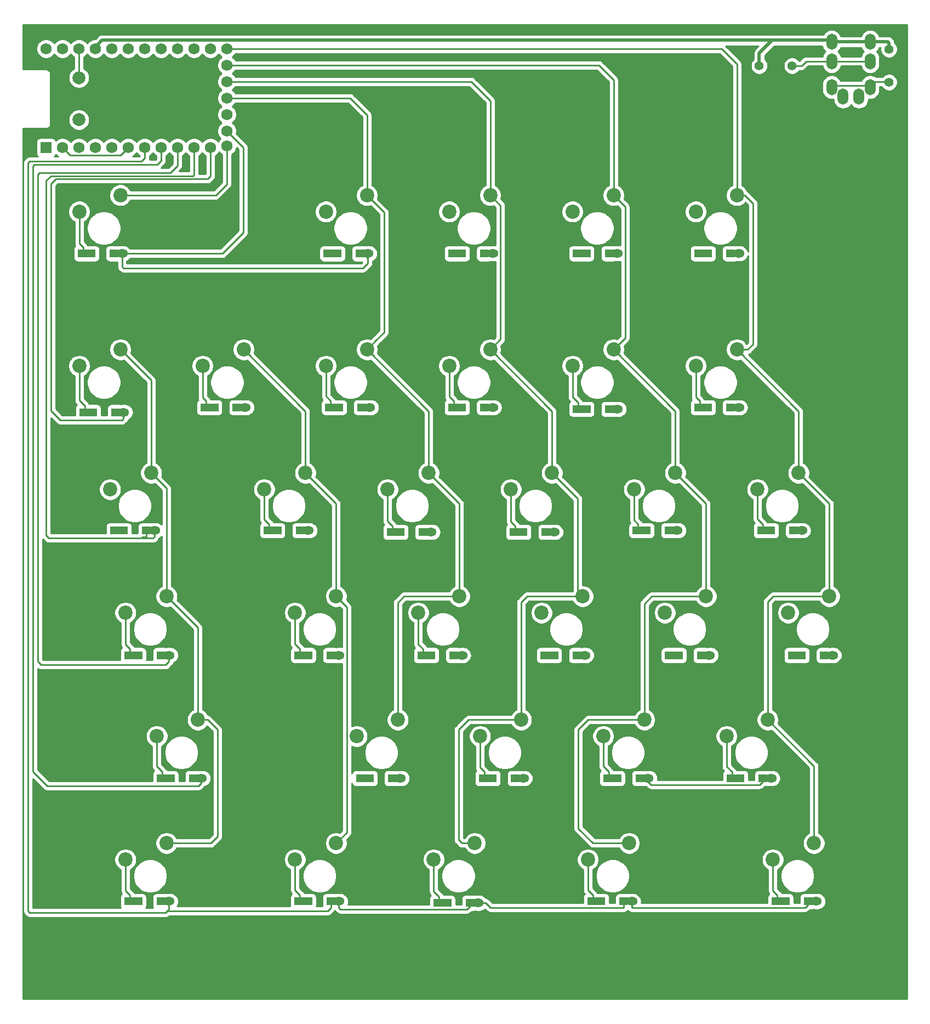
<source format=gtl>
G04 #@! TF.GenerationSoftware,KiCad,Pcbnew,(5.1.8)-1*
G04 #@! TF.CreationDate,2020-12-06T03:25:52+09:00*
G04 #@! TF.ProjectId,keyboard-layouter-playground,6b657962-6f61-4726-942d-6c61796f7574,rev?*
G04 #@! TF.SameCoordinates,Original*
G04 #@! TF.FileFunction,Copper,L1,Top*
G04 #@! TF.FilePolarity,Positive*
%FSLAX46Y46*%
G04 Gerber Fmt 4.6, Leading zero omitted, Abs format (unit mm)*
G04 Created by KiCad (PCBNEW (5.1.8)-1) date 2020-12-06 03:25:52*
%MOMM*%
%LPD*%
G01*
G04 APERTURE LIST*
G04 #@! TA.AperFunction,ComponentPad*
%ADD10C,1.397000*%
G04 #@! TD*
G04 #@! TA.AperFunction,ComponentPad*
%ADD11C,2.200000*%
G04 #@! TD*
G04 #@! TA.AperFunction,SMDPad,CuDef*
%ADD12R,1.400000X1.300000*%
G04 #@! TD*
G04 #@! TA.AperFunction,ComponentPad*
%ADD13O,1.778000X1.300000*%
G04 #@! TD*
G04 #@! TA.AperFunction,ComponentPad*
%ADD14R,1.778000X1.300000*%
G04 #@! TD*
G04 #@! TA.AperFunction,ComponentPad*
%ADD15O,1.700000X2.500000*%
G04 #@! TD*
G04 #@! TA.AperFunction,ComponentPad*
%ADD16C,1.752600*%
G04 #@! TD*
G04 #@! TA.AperFunction,ComponentPad*
%ADD17R,1.752600X1.752600*%
G04 #@! TD*
G04 #@! TA.AperFunction,ComponentPad*
%ADD18C,2.000000*%
G04 #@! TD*
G04 #@! TA.AperFunction,Conductor*
%ADD19C,0.250000*%
G04 #@! TD*
G04 #@! TA.AperFunction,Conductor*
%ADD20C,0.500000*%
G04 #@! TD*
G04 #@! TA.AperFunction,NonConductor*
%ADD21C,0.254000*%
G04 #@! TD*
G04 #@! TA.AperFunction,NonConductor*
%ADD22C,0.100000*%
G04 #@! TD*
G04 APERTURE END LIST*
D10*
X150500000Y-100460000D03*
X150500000Y-105540000D03*
X130460000Y-103000000D03*
X135540000Y-103000000D03*
D11*
X115888000Y-187452000D03*
X122238000Y-184912000D03*
D12*
X43025000Y-213000000D03*
X39475000Y-213000000D03*
D13*
X44250000Y-213000000D03*
D14*
X38250000Y-213000000D03*
D12*
X138025000Y-232000000D03*
X134475000Y-232000000D03*
D13*
X139250000Y-232000000D03*
D14*
X133250000Y-232000000D03*
D12*
X38025000Y-232000000D03*
X34475000Y-232000000D03*
D13*
X39250000Y-232000000D03*
D14*
X33250000Y-232000000D03*
D12*
X38025000Y-194000000D03*
X34475000Y-194000000D03*
D13*
X39250000Y-194000000D03*
D14*
X33250000Y-194000000D03*
D12*
X35775000Y-174750000D03*
X32225000Y-174750000D03*
D13*
X37000000Y-174750000D03*
D14*
X31000000Y-174750000D03*
D12*
X109525000Y-232000000D03*
X105975000Y-232000000D03*
D13*
X110750000Y-232000000D03*
D14*
X104750000Y-232000000D03*
D12*
X85775000Y-232250000D03*
X82225000Y-232250000D03*
D13*
X87000000Y-232250000D03*
D14*
X81000000Y-232250000D03*
D12*
X64275000Y-232000000D03*
X60725000Y-232000000D03*
D13*
X65500000Y-232000000D03*
D14*
X59500000Y-232000000D03*
D12*
X131025000Y-213000000D03*
X127475000Y-213000000D03*
D13*
X132250000Y-213000000D03*
D14*
X126250000Y-213000000D03*
D12*
X112025000Y-213000000D03*
X108475000Y-213000000D03*
D13*
X113250000Y-213000000D03*
D14*
X107250000Y-213000000D03*
D12*
X92775000Y-213000000D03*
X89225000Y-213000000D03*
D13*
X94000000Y-213000000D03*
D14*
X88000000Y-213000000D03*
D12*
X73775000Y-213000000D03*
X70225000Y-213000000D03*
D13*
X75000000Y-213000000D03*
D14*
X69000000Y-213000000D03*
D12*
X140525000Y-194000000D03*
X136975000Y-194000000D03*
D13*
X141750000Y-194000000D03*
D14*
X135750000Y-194000000D03*
D12*
X121525000Y-194000000D03*
X117975000Y-194000000D03*
D13*
X122750000Y-194000000D03*
D14*
X116750000Y-194000000D03*
D12*
X102275000Y-194000000D03*
X98725000Y-194000000D03*
D13*
X103500000Y-194000000D03*
D14*
X97500000Y-194000000D03*
D12*
X83275000Y-194000000D03*
X79725000Y-194000000D03*
D13*
X84500000Y-194000000D03*
D14*
X78500000Y-194000000D03*
D12*
X64275000Y-194000000D03*
X60725000Y-194000000D03*
D13*
X65500000Y-194000000D03*
D14*
X59500000Y-194000000D03*
D12*
X135775000Y-174750000D03*
X132225000Y-174750000D03*
D13*
X137000000Y-174750000D03*
D14*
X131000000Y-174750000D03*
D12*
X116525000Y-174750000D03*
X112975000Y-174750000D03*
D13*
X117750000Y-174750000D03*
D14*
X111750000Y-174750000D03*
D12*
X97525000Y-175000000D03*
X93975000Y-175000000D03*
D13*
X98750000Y-175000000D03*
D14*
X92750000Y-175000000D03*
D12*
X78525000Y-175000000D03*
X74975000Y-175000000D03*
D13*
X79750000Y-175000000D03*
D14*
X73750000Y-175000000D03*
D12*
X59525000Y-174750000D03*
X55975000Y-174750000D03*
D13*
X60750000Y-174750000D03*
D14*
X54750000Y-174750000D03*
D12*
X126025000Y-155750000D03*
X122475000Y-155750000D03*
D13*
X127250000Y-155750000D03*
D14*
X121250000Y-155750000D03*
D12*
X107275000Y-156000000D03*
X103725000Y-156000000D03*
D13*
X108500000Y-156000000D03*
D14*
X102500000Y-156000000D03*
D12*
X88025000Y-155750000D03*
X84475000Y-155750000D03*
D13*
X89250000Y-155750000D03*
D14*
X83250000Y-155750000D03*
D12*
X69025000Y-155750000D03*
X65475000Y-155750000D03*
D13*
X70250000Y-155750000D03*
D14*
X64250000Y-155750000D03*
D12*
X49775000Y-155750000D03*
X46225000Y-155750000D03*
D13*
X51000000Y-155750000D03*
D14*
X45000000Y-155750000D03*
D12*
X31025000Y-156500000D03*
X27475000Y-156500000D03*
D13*
X32250000Y-156500000D03*
D14*
X26250000Y-156500000D03*
D12*
X126025000Y-132000000D03*
X122475000Y-132000000D03*
D13*
X127250000Y-132000000D03*
D14*
X121250000Y-132000000D03*
D12*
X107275000Y-132000000D03*
X103725000Y-132000000D03*
D13*
X108500000Y-132000000D03*
D14*
X102500000Y-132000000D03*
D12*
X88025000Y-132000000D03*
X84475000Y-132000000D03*
D13*
X89250000Y-132000000D03*
D14*
X83250000Y-132000000D03*
D12*
X68775000Y-132000000D03*
X65225000Y-132000000D03*
D13*
X70000000Y-132000000D03*
D14*
X64000000Y-132000000D03*
D12*
X30775000Y-132000000D03*
X27225000Y-132000000D03*
D13*
X32000000Y-132000000D03*
D14*
X26000000Y-132000000D03*
D15*
X141650000Y-106300000D03*
X145850000Y-107800000D03*
X141650000Y-99300000D03*
X141650000Y-102300000D03*
X147600000Y-99300000D03*
X147600000Y-102300000D03*
X147600000Y-106300000D03*
X143400000Y-107800000D03*
D11*
X32544000Y-225552000D03*
X38894000Y-223012000D03*
D16*
X48220000Y-113080000D03*
X48220000Y-110540000D03*
X48220000Y-108000000D03*
X48220000Y-105460000D03*
X48220000Y-102920000D03*
X20280000Y-100380000D03*
X48220000Y-115391400D03*
X22820000Y-100380000D03*
X25360000Y-100380000D03*
X27900000Y-100380000D03*
X30440000Y-100380000D03*
X32980000Y-100380000D03*
X35520000Y-100380000D03*
X38060000Y-100380000D03*
X40600000Y-100380000D03*
X43140000Y-100380000D03*
X45680000Y-100380000D03*
X48220000Y-100380000D03*
X45680000Y-115620000D03*
X43140000Y-115620000D03*
X40600000Y-115620000D03*
X38060000Y-115620000D03*
X35520000Y-115620000D03*
X32980000Y-115620000D03*
X30440000Y-115620000D03*
X27900000Y-115620000D03*
X25360000Y-115620000D03*
X22820000Y-115620000D03*
D17*
X20280000Y-115620000D03*
D18*
X25350000Y-104850000D03*
X25350000Y-111350000D03*
D11*
X37380600Y-206502000D03*
X43730600Y-203962000D03*
X132556000Y-225552000D03*
X138906000Y-223012000D03*
X30163000Y-168402000D03*
X36513000Y-165862000D03*
X32544000Y-187452000D03*
X38894000Y-184912000D03*
X103981000Y-225552000D03*
X110331000Y-223012000D03*
X80168500Y-225552000D03*
X86518500Y-223012000D03*
X58737500Y-225552000D03*
X65087500Y-223012000D03*
X134938000Y-187452000D03*
X141288000Y-184912000D03*
X125412000Y-206502000D03*
X131762000Y-203962000D03*
X106362000Y-206502000D03*
X112712000Y-203962000D03*
X82550000Y-149352000D03*
X88900000Y-146812000D03*
X92075000Y-168402000D03*
X98425000Y-165862000D03*
X63500000Y-125540000D03*
X69850000Y-123000000D03*
X68262500Y-206502000D03*
X74612500Y-203962000D03*
X53975000Y-168402000D03*
X60325000Y-165862000D03*
X96838000Y-187452000D03*
X103188000Y-184912000D03*
X120650000Y-149352000D03*
X127000000Y-146812000D03*
X130175000Y-168402000D03*
X136525000Y-165862000D03*
X111125000Y-168402000D03*
X117475000Y-165862000D03*
X73025000Y-168402000D03*
X79375000Y-165862000D03*
X63500000Y-149352000D03*
X69850000Y-146812000D03*
X101600000Y-125540000D03*
X107950000Y-123000000D03*
X82550000Y-125540000D03*
X88900000Y-123000000D03*
X25400000Y-125540000D03*
X31750000Y-123000000D03*
X25400000Y-149352000D03*
X31750000Y-146812000D03*
X77787500Y-187452000D03*
X84137500Y-184912000D03*
X58737500Y-187452000D03*
X65087500Y-184912000D03*
X101600000Y-149352000D03*
X107950000Y-146812000D03*
X120650000Y-125540000D03*
X127000000Y-123000000D03*
X44450000Y-149352000D03*
X50800000Y-146812000D03*
X87312500Y-206502000D03*
X93662500Y-203962000D03*
D19*
X68775000Y-132000000D02*
X69800300Y-132000000D01*
X70000000Y-132750000D02*
X69800300Y-132550300D01*
X69800300Y-132550300D02*
X69800300Y-132000000D01*
X70000000Y-132750000D02*
X70000000Y-132000000D01*
X127250000Y-132000000D02*
X126025000Y-132000000D01*
X108500000Y-132000000D02*
X107275000Y-132000000D01*
X89250000Y-132000000D02*
X88025000Y-132000000D01*
X30775000Y-132000000D02*
X32000000Y-132000000D01*
X32000000Y-134000000D02*
X32000000Y-132000000D01*
X32250000Y-134250000D02*
X32000000Y-134000000D01*
X69250000Y-134250000D02*
X32250000Y-134250000D01*
X70000000Y-133500000D02*
X69250000Y-134250000D01*
X70000000Y-132750000D02*
X70000000Y-133500000D01*
X38136400Y-132000000D02*
X32000000Y-132000000D01*
X47500000Y-132000000D02*
X38136400Y-132000000D01*
X50750000Y-128750000D02*
X47500000Y-132000000D01*
X50750000Y-115610000D02*
X50750000Y-128750000D01*
X48220000Y-113080000D02*
X50750000Y-115610000D01*
X27225000Y-132000000D02*
X26199700Y-132000000D01*
X26000000Y-131512300D02*
X26199700Y-131712000D01*
X26199700Y-131712000D02*
X26199700Y-132000000D01*
X26000000Y-131512300D02*
X26000000Y-131024700D01*
X26000000Y-132000000D02*
X26000000Y-131512300D01*
X25400000Y-125540000D02*
X25400000Y-130424700D01*
X25400000Y-130424700D02*
X26000000Y-131024700D01*
X64000000Y-132000000D02*
X65225000Y-132000000D01*
X83250000Y-132000000D02*
X84475000Y-132000000D01*
X102500000Y-132000000D02*
X103725000Y-132000000D01*
X121250000Y-132000000D02*
X122475000Y-132000000D01*
X127250000Y-155750000D02*
X126025000Y-155750000D01*
X108500000Y-156000000D02*
X107275000Y-156000000D01*
X89250000Y-155750000D02*
X88025000Y-155750000D01*
X70250000Y-155750000D02*
X69025000Y-155750000D01*
X51000000Y-155750000D02*
X49775000Y-155750000D01*
X30162600Y-157700000D02*
X32050000Y-157700000D01*
X32050000Y-157700000D02*
X32250000Y-157500000D01*
X32250000Y-157500000D02*
X32250000Y-156500000D01*
X45680000Y-115620000D02*
X45680000Y-120070000D01*
X21000000Y-121250000D02*
X21000000Y-156250000D01*
X21000000Y-156250000D02*
X22450000Y-157700000D01*
X22450000Y-157700000D02*
X30162600Y-157700000D01*
X45680000Y-120070000D02*
X45250000Y-120500000D01*
X45250000Y-120500000D02*
X45200010Y-120450010D01*
X21799990Y-120450010D02*
X21000000Y-121250000D01*
X45200010Y-120450010D02*
X21799990Y-120450010D01*
X32250000Y-156500000D02*
X31025000Y-156500000D01*
X27475000Y-156500000D02*
X26449700Y-156500000D01*
X26250000Y-156012300D02*
X26449700Y-156212000D01*
X26449700Y-156212000D02*
X26449700Y-156500000D01*
X26250000Y-156012300D02*
X26250000Y-155524700D01*
X26250000Y-156500000D02*
X26250000Y-156012300D01*
X25400000Y-149352000D02*
X25400000Y-154674700D01*
X25400000Y-154674700D02*
X26250000Y-155524700D01*
X46225000Y-155750000D02*
X45199700Y-155750000D01*
X45000000Y-155262300D02*
X45199700Y-155462000D01*
X45199700Y-155462000D02*
X45199700Y-155750000D01*
X45000000Y-155262300D02*
X45000000Y-154774700D01*
X45000000Y-155750000D02*
X45000000Y-155262300D01*
X44450000Y-149352000D02*
X44450000Y-154224700D01*
X44450000Y-154224700D02*
X45000000Y-154774700D01*
X65475000Y-155750000D02*
X64449700Y-155750000D01*
X64250000Y-155262300D02*
X64449700Y-155462000D01*
X64449700Y-155462000D02*
X64449700Y-155750000D01*
X64250000Y-155262300D02*
X64250000Y-154774700D01*
X64250000Y-155750000D02*
X64250000Y-155262300D01*
X63500000Y-149352000D02*
X63500000Y-154024700D01*
X63500000Y-154024700D02*
X64250000Y-154774700D01*
X84475000Y-155750000D02*
X83449700Y-155750000D01*
X83250000Y-155262300D02*
X83449700Y-155462000D01*
X83449700Y-155462000D02*
X83449700Y-155750000D01*
X83250000Y-155262300D02*
X83250000Y-154774700D01*
X83250000Y-155750000D02*
X83250000Y-155262300D01*
X82550000Y-149352000D02*
X82550000Y-154074700D01*
X82550000Y-154074700D02*
X83250000Y-154774700D01*
X103725000Y-156000000D02*
X102699700Y-156000000D01*
X102500000Y-155512300D02*
X102699700Y-155712000D01*
X102699700Y-155712000D02*
X102699700Y-156000000D01*
X102500000Y-155512300D02*
X102500000Y-155024700D01*
X102500000Y-156000000D02*
X102500000Y-155512300D01*
X101600000Y-149352000D02*
X101600000Y-154124700D01*
X101600000Y-154124700D02*
X102500000Y-155024700D01*
X137000000Y-174750000D02*
X135775000Y-174750000D01*
X117750000Y-174750000D02*
X116525000Y-174750000D01*
X98750000Y-175000000D02*
X97525000Y-175000000D01*
X79750000Y-175000000D02*
X78525000Y-175000000D01*
X60750000Y-174750000D02*
X59525000Y-174750000D01*
X35775000Y-174750000D02*
X35775000Y-175725300D01*
X34912600Y-175950000D02*
X35137300Y-175725300D01*
X35137300Y-175725300D02*
X35775000Y-175725300D01*
X34912600Y-175950000D02*
X36800000Y-175950000D01*
X36800000Y-175950000D02*
X37000000Y-175750000D01*
X37000000Y-175750000D02*
X37000000Y-174750000D01*
X43140000Y-115620000D02*
X43140000Y-119860000D01*
X43140000Y-119860000D02*
X43000000Y-120000000D01*
X43000000Y-120000000D02*
X21000000Y-120000000D01*
X21000000Y-120000000D02*
X20250000Y-120750000D01*
X20250000Y-120750000D02*
X20250000Y-175500000D01*
X20250000Y-175500000D02*
X20700000Y-175950000D01*
X20700000Y-175950000D02*
X34912600Y-175950000D01*
X55975000Y-174750000D02*
X54949700Y-174750000D01*
X54750000Y-174262300D02*
X54949700Y-174462000D01*
X54949700Y-174462000D02*
X54949700Y-174750000D01*
X54750000Y-174262300D02*
X54750000Y-173774700D01*
X54750000Y-174750000D02*
X54750000Y-174262300D01*
X53975000Y-168402000D02*
X53975000Y-172999700D01*
X53975000Y-172999700D02*
X54750000Y-173774700D01*
X74975000Y-175000000D02*
X73949700Y-175000000D01*
X73750000Y-174512300D02*
X73949700Y-174712000D01*
X73949700Y-174712000D02*
X73949700Y-175000000D01*
X73750000Y-174512300D02*
X73750000Y-174024700D01*
X73750000Y-175000000D02*
X73750000Y-174512300D01*
X73025000Y-168402000D02*
X73025000Y-173299700D01*
X73025000Y-173299700D02*
X73750000Y-174024700D01*
X93975000Y-175000000D02*
X92949700Y-175000000D01*
X92750000Y-174512300D02*
X92949700Y-174712000D01*
X92949700Y-174712000D02*
X92949700Y-175000000D01*
X92750000Y-174512300D02*
X92750000Y-174024700D01*
X92750000Y-175000000D02*
X92750000Y-174512300D01*
X92075000Y-168402000D02*
X92075000Y-173349700D01*
X92075000Y-173349700D02*
X92750000Y-174024700D01*
X112975000Y-174750000D02*
X111949700Y-174750000D01*
X111750000Y-174262300D02*
X111949700Y-174462000D01*
X111949700Y-174462000D02*
X111949700Y-174750000D01*
X111750000Y-174262300D02*
X111750000Y-173774700D01*
X111750000Y-174750000D02*
X111750000Y-174262300D01*
X111125000Y-168402000D02*
X111125000Y-173149700D01*
X111125000Y-173149700D02*
X111750000Y-173774700D01*
X132225000Y-174750000D02*
X131199700Y-174750000D01*
X131000000Y-174262300D02*
X131199700Y-174462000D01*
X131199700Y-174462000D02*
X131199700Y-174750000D01*
X131000000Y-174262300D02*
X131000000Y-173774700D01*
X131000000Y-174750000D02*
X131000000Y-174262300D01*
X130175000Y-168402000D02*
X130175000Y-172949700D01*
X130175000Y-172949700D02*
X131000000Y-173774700D01*
X38025000Y-194000000D02*
X39050300Y-194000000D01*
X39250000Y-194500000D02*
X39050300Y-194300300D01*
X39050300Y-194300300D02*
X39050300Y-194000000D01*
X39250000Y-194500000D02*
X39250000Y-194000000D01*
X40600000Y-115620000D02*
X40600000Y-118400000D01*
X40600000Y-118400000D02*
X39500000Y-119500000D01*
X39500000Y-119500000D02*
X19250000Y-119500000D01*
X19250000Y-119500000D02*
X19000000Y-119750000D01*
X19000000Y-119750000D02*
X19000000Y-195000000D01*
X19000000Y-195000000D02*
X19500000Y-195500000D01*
X19500000Y-195500000D02*
X38750000Y-195500000D01*
X38750000Y-195500000D02*
X39250000Y-195000000D01*
X39250000Y-195000000D02*
X39250000Y-194500000D01*
X141750000Y-194000000D02*
X140525000Y-194000000D01*
X122750000Y-194000000D02*
X121525000Y-194000000D01*
X103500000Y-194000000D02*
X102275000Y-194000000D01*
X84500000Y-194000000D02*
X83275000Y-194000000D01*
X65500000Y-194000000D02*
X64275000Y-194000000D01*
X60725000Y-194000000D02*
X59699700Y-194000000D01*
X59500000Y-193512300D02*
X59699700Y-193712000D01*
X59699700Y-193712000D02*
X59699700Y-194000000D01*
X59500000Y-193512300D02*
X59500000Y-193024700D01*
X59500000Y-194000000D02*
X59500000Y-193512300D01*
X58737500Y-187452000D02*
X58737500Y-192262200D01*
X58737500Y-192262200D02*
X59500000Y-193024700D01*
X79725000Y-194000000D02*
X78699700Y-194000000D01*
X78500000Y-193512300D02*
X78699700Y-193712000D01*
X78699700Y-193712000D02*
X78699700Y-194000000D01*
X78500000Y-193512300D02*
X78500000Y-193024700D01*
X78500000Y-194000000D02*
X78500000Y-193512300D01*
X77787500Y-187452000D02*
X77787500Y-192312200D01*
X77787500Y-192312200D02*
X78500000Y-193024700D01*
X97500000Y-194000000D02*
X98725000Y-194000000D01*
X116750000Y-194000000D02*
X117975000Y-194000000D01*
X135750000Y-194000000D02*
X136975000Y-194000000D01*
X131025000Y-213487600D02*
X130526800Y-213985800D01*
X130526800Y-213985800D02*
X113748200Y-213985800D01*
X113748200Y-213985800D02*
X113250000Y-213487600D01*
X131035700Y-213000000D02*
X131035700Y-213476900D01*
X131035700Y-213476900D02*
X131025000Y-213487600D01*
X113250000Y-213487600D02*
X113050300Y-213287900D01*
X113050300Y-213287900D02*
X113050300Y-213000000D01*
X112025000Y-213000000D02*
X113050300Y-213000000D01*
X113250000Y-213000000D02*
X113250000Y-213487600D01*
X132250000Y-213000000D02*
X131035700Y-213000000D01*
X131025000Y-213000000D02*
X131025000Y-213487600D01*
X94000000Y-213000000D02*
X92775000Y-213000000D01*
X75000000Y-213000000D02*
X73775000Y-213000000D01*
X42037600Y-214200000D02*
X43800000Y-214200000D01*
X43800000Y-214200000D02*
X44250000Y-213750000D01*
X44250000Y-213750000D02*
X44250000Y-213000000D01*
X38060000Y-115620000D02*
X38060000Y-117690000D01*
X38060000Y-117690000D02*
X37500000Y-118250000D01*
X37500000Y-118250000D02*
X18500000Y-118250000D01*
X18500000Y-118250000D02*
X18250000Y-118500000D01*
X18250000Y-118500000D02*
X18250000Y-212000000D01*
X18250000Y-212000000D02*
X20450000Y-214200000D01*
X20450000Y-214200000D02*
X42037600Y-214200000D01*
X44250000Y-213000000D02*
X43025000Y-213000000D01*
X69000000Y-213000000D02*
X69199700Y-213000000D01*
X70225000Y-213000000D02*
X69199700Y-213000000D01*
X89225000Y-213000000D02*
X88199700Y-213000000D01*
X88000000Y-212512300D02*
X88199700Y-212712000D01*
X88199700Y-212712000D02*
X88199700Y-213000000D01*
X88000000Y-212512300D02*
X88000000Y-212024700D01*
X88000000Y-213000000D02*
X88000000Y-212512300D01*
X87312500Y-206502000D02*
X87312500Y-211337200D01*
X87312500Y-211337200D02*
X88000000Y-212024700D01*
X108475000Y-213000000D02*
X107449700Y-213000000D01*
X107250000Y-212512300D02*
X107449700Y-212712000D01*
X107449700Y-212712000D02*
X107449700Y-213000000D01*
X107250000Y-212512300D02*
X107250000Y-212024700D01*
X107250000Y-213000000D02*
X107250000Y-212512300D01*
X106362000Y-206502000D02*
X106362000Y-211136700D01*
X106362000Y-211136700D02*
X107250000Y-212024700D01*
X127475000Y-213000000D02*
X126449700Y-213000000D01*
X126250000Y-212512300D02*
X126449700Y-212712000D01*
X126449700Y-212712000D02*
X126449700Y-213000000D01*
X126250000Y-212512300D02*
X126250000Y-212024700D01*
X126250000Y-213000000D02*
X126250000Y-212512300D01*
X125412000Y-206502000D02*
X125412000Y-211186700D01*
X125412000Y-211186700D02*
X126250000Y-212024700D01*
X110750000Y-232000000D02*
X110750000Y-232975300D01*
X110750000Y-232975300D02*
X137537300Y-232975300D01*
X137537300Y-232975300D02*
X138025000Y-232487600D01*
X109525000Y-232000000D02*
X110750000Y-232000000D01*
X65500000Y-232000000D02*
X65500000Y-232975300D01*
X65500000Y-232975300D02*
X65750100Y-233225400D01*
X65750100Y-233225400D02*
X85287200Y-233225400D01*
X85287200Y-233225400D02*
X85775000Y-232737600D01*
X64275000Y-232000000D02*
X65500000Y-232000000D01*
X87000000Y-232250000D02*
X85785700Y-232250000D01*
X85775000Y-232737600D02*
X85785700Y-232726900D01*
X85785700Y-232726900D02*
X85785700Y-232250000D01*
X85775000Y-232250000D02*
X85775000Y-232737600D01*
X139250000Y-232000000D02*
X138035700Y-232000000D01*
X138025000Y-232487600D02*
X138035700Y-232476900D01*
X138035700Y-232476900D02*
X138035700Y-232000000D01*
X138025000Y-232000000D02*
X138025000Y-232487600D01*
X109525000Y-232000000D02*
X109525000Y-232975300D01*
X87000000Y-232250000D02*
X88214300Y-232250000D01*
X88214300Y-232250000D02*
X88939600Y-232975300D01*
X88939600Y-232975300D02*
X109525000Y-232975300D01*
X64275000Y-232000000D02*
X64275000Y-232975300D01*
X39000000Y-233500000D02*
X63750300Y-233500000D01*
X63750300Y-233500000D02*
X64275000Y-232975300D01*
X39000000Y-233500000D02*
X39250000Y-233250000D01*
X39250000Y-233250000D02*
X39250000Y-232625000D01*
X35520000Y-115620000D02*
X35520000Y-117230000D01*
X35520000Y-117230000D02*
X35000000Y-117750000D01*
X35000000Y-117750000D02*
X17750000Y-117750000D01*
X17750000Y-117750000D02*
X17500000Y-118000000D01*
X17500000Y-118000000D02*
X17500000Y-233500000D01*
X17500000Y-233500000D02*
X17750000Y-233750000D01*
X17750000Y-233750000D02*
X38750000Y-233750000D01*
X38750000Y-233750000D02*
X39000000Y-233500000D01*
X38025000Y-232000000D02*
X39050300Y-232000000D01*
X39250000Y-232625000D02*
X39050300Y-232425300D01*
X39050300Y-232425300D02*
X39050300Y-232000000D01*
X39250000Y-232625000D02*
X39250000Y-232000000D01*
X60725000Y-232000000D02*
X59699700Y-232000000D01*
X59500000Y-231512300D02*
X59699700Y-231712000D01*
X59699700Y-231712000D02*
X59699700Y-232000000D01*
X59500000Y-231512300D02*
X59500000Y-231024700D01*
X59500000Y-232000000D02*
X59500000Y-231512300D01*
X58737500Y-225552000D02*
X58737500Y-230262200D01*
X58737500Y-230262200D02*
X59500000Y-231024700D01*
X82225000Y-232250000D02*
X81199700Y-232250000D01*
X81000000Y-231762300D02*
X81199700Y-231962000D01*
X81199700Y-231962000D02*
X81199700Y-232250000D01*
X81000000Y-231762300D02*
X81000000Y-231274700D01*
X81000000Y-232250000D02*
X81000000Y-231762300D01*
X80168500Y-225552000D02*
X80168500Y-230443200D01*
X80168500Y-230443200D02*
X81000000Y-231274700D01*
X105975000Y-232000000D02*
X104949700Y-232000000D01*
X104750000Y-231512300D02*
X104949700Y-231712000D01*
X104949700Y-231712000D02*
X104949700Y-232000000D01*
X104750000Y-231512300D02*
X104750000Y-231024700D01*
X104750000Y-232000000D02*
X104750000Y-231512300D01*
X103981000Y-225552000D02*
X103981000Y-230255700D01*
X103981000Y-230255700D02*
X104750000Y-231024700D01*
X31000000Y-174750000D02*
X31199700Y-174750000D01*
X32225000Y-174750000D02*
X31199700Y-174750000D01*
X34475000Y-194000000D02*
X33449700Y-194000000D01*
X33250000Y-193512300D02*
X33449700Y-193712000D01*
X33449700Y-193712000D02*
X33449700Y-194000000D01*
X33250000Y-193512300D02*
X33250000Y-193024700D01*
X33250000Y-194000000D02*
X33250000Y-193512300D01*
X32544000Y-187452000D02*
X32544000Y-192318700D01*
X32544000Y-192318700D02*
X33250000Y-193024700D01*
X34475000Y-232000000D02*
X33449700Y-232000000D01*
X33250000Y-231512300D02*
X33449700Y-231712000D01*
X33449700Y-231712000D02*
X33449700Y-232000000D01*
X33250000Y-231512300D02*
X33250000Y-231024700D01*
X33250000Y-232000000D02*
X33250000Y-231512300D01*
X32544000Y-225552000D02*
X32544000Y-230318700D01*
X32544000Y-230318700D02*
X33250000Y-231024700D01*
X38250000Y-212512300D02*
X38250000Y-212024700D01*
X38250000Y-213000000D02*
X38250000Y-212512300D01*
X37380600Y-206502000D02*
X37380600Y-211155300D01*
X37380600Y-211155300D02*
X38250000Y-212024700D01*
X38250000Y-213000000D02*
X39475000Y-213000000D01*
X65087500Y-184912000D02*
X66730500Y-186555000D01*
X66730500Y-186555000D02*
X66730500Y-221369000D01*
X66730500Y-221369000D02*
X65087500Y-223012000D01*
X60325000Y-165862000D02*
X65087500Y-170624500D01*
X65087500Y-170624500D02*
X65087500Y-184912000D01*
X50800000Y-146812000D02*
X60325000Y-156337000D01*
X60325000Y-156337000D02*
X60325000Y-165862000D01*
X79375000Y-165862000D02*
X84137500Y-170624500D01*
X84137500Y-170624500D02*
X84137500Y-184912000D01*
X69850000Y-146812000D02*
X79375000Y-156337000D01*
X79375000Y-156337000D02*
X79375000Y-165862000D01*
X71285000Y-145377000D02*
X69850000Y-146812000D01*
X48220000Y-108000000D02*
X67250000Y-108000000D01*
X67250000Y-108000000D02*
X69850000Y-110600000D01*
X69850000Y-110600000D02*
X69850000Y-116800000D01*
X69850000Y-116800000D02*
X69850000Y-123000000D01*
X69850000Y-123000000D02*
X72500000Y-125650000D01*
X72500000Y-144162000D02*
X71285000Y-145377000D01*
X72500000Y-125650000D02*
X72500000Y-144162000D01*
X84137500Y-184912000D02*
X75588000Y-184912000D01*
X74612500Y-185887500D02*
X74612500Y-203962000D01*
X75588000Y-184912000D02*
X74612500Y-185887500D01*
X88900000Y-146812000D02*
X98425000Y-156337000D01*
X98425000Y-156337000D02*
X98425000Y-165862000D01*
X88900000Y-123000000D02*
X90502300Y-124602300D01*
X90502300Y-124602300D02*
X90502300Y-145209700D01*
X90502300Y-145209700D02*
X88900000Y-146812000D01*
X103188000Y-184912000D02*
X102400500Y-184912000D01*
X98425000Y-165862000D02*
X102400500Y-169837500D01*
X102400500Y-169837500D02*
X102400500Y-184912000D01*
X48220000Y-105460000D02*
X85960000Y-105460000D01*
X85960000Y-105460000D02*
X88900000Y-108400000D01*
X88900000Y-108400000D02*
X88900000Y-123000000D01*
X93662500Y-186587500D02*
X93662500Y-203962000D01*
X93662500Y-203962000D02*
X85538000Y-203962000D01*
X85538000Y-203962000D02*
X84000000Y-205500000D01*
X84000000Y-205500000D02*
X84000000Y-222500000D01*
X84512000Y-223012000D02*
X86518500Y-223012000D01*
X84000000Y-222500000D02*
X84512000Y-223012000D01*
X103188000Y-184912000D02*
X94588000Y-184912000D01*
X93662500Y-185837500D02*
X93662500Y-186587500D01*
X94588000Y-184912000D02*
X93662500Y-185837500D01*
X136525000Y-165862000D02*
X141288000Y-170625000D01*
X141288000Y-170625000D02*
X141288000Y-184912000D01*
X131762000Y-203962000D02*
X138906000Y-211106000D01*
X138906000Y-211106000D02*
X138906000Y-223012000D01*
X127000000Y-146812000D02*
X136525000Y-156337000D01*
X136525000Y-156337000D02*
X136525000Y-165862000D01*
X48220000Y-100380000D02*
X124630000Y-100380000D01*
X124630000Y-100380000D02*
X127000000Y-102750000D01*
X127000000Y-102750000D02*
X127000000Y-123000000D01*
X127000000Y-123000000D02*
X128250000Y-123000000D01*
X128250000Y-123000000D02*
X129500000Y-124250000D01*
X129500000Y-124250000D02*
X129500000Y-146000000D01*
X128688000Y-146812000D02*
X127000000Y-146812000D01*
X129500000Y-146000000D02*
X128688000Y-146812000D01*
X141288000Y-184912000D02*
X132588000Y-184912000D01*
X131762000Y-185738000D02*
X131762000Y-203962000D01*
X132588000Y-184912000D02*
X131762000Y-185738000D01*
X117475000Y-165862000D02*
X122238000Y-170625000D01*
X122238000Y-170625000D02*
X122238000Y-184912000D01*
X107950000Y-146812000D02*
X117475000Y-156337000D01*
X117475000Y-156337000D02*
X117475000Y-165862000D01*
X107950000Y-123000000D02*
X109729000Y-124779000D01*
X109729000Y-124779000D02*
X109729000Y-145033000D01*
X109729000Y-145033000D02*
X107950000Y-146812000D01*
X48220000Y-102920000D02*
X105670000Y-102920000D01*
X105670000Y-102920000D02*
X107950000Y-105200000D01*
X107950000Y-105200000D02*
X107950000Y-123000000D01*
X122238000Y-184912000D02*
X113838000Y-184912000D01*
X112712000Y-186038000D02*
X112712000Y-203962000D01*
X113838000Y-184912000D02*
X112712000Y-186038000D01*
X112712000Y-203962000D02*
X104038000Y-203962000D01*
X104038000Y-203962000D02*
X102500000Y-205500000D01*
X102500000Y-205500000D02*
X102500000Y-220750000D01*
X104762000Y-223012000D02*
X110331000Y-223012000D01*
X102500000Y-220750000D02*
X104762000Y-223012000D01*
X36513000Y-165862000D02*
X36513000Y-151575000D01*
X36513000Y-151575000D02*
X31750000Y-146812000D01*
X36513000Y-165862000D02*
X38894000Y-168243000D01*
X38894000Y-168243000D02*
X38894000Y-184912000D01*
X43730600Y-203962000D02*
X43730600Y-189748600D01*
X43730600Y-189748600D02*
X38894000Y-184912000D01*
X48220000Y-115391400D02*
X48220000Y-121280000D01*
X48220000Y-121280000D02*
X46500000Y-123000000D01*
X46500000Y-123000000D02*
X31750000Y-123000000D01*
X48220000Y-115391000D02*
X48220000Y-115391400D01*
X43730600Y-203962000D02*
X45212000Y-203962000D01*
X45212000Y-203962000D02*
X46750000Y-205500000D01*
X46750000Y-205500000D02*
X46750000Y-222000000D01*
X45738000Y-223012000D02*
X38894000Y-223012000D01*
X46750000Y-222000000D02*
X45738000Y-223012000D01*
X122475000Y-155750000D02*
X121449700Y-155750000D01*
X121250000Y-155262300D02*
X121449700Y-155462000D01*
X121449700Y-155462000D02*
X121449700Y-155750000D01*
X121250000Y-155262300D02*
X121250000Y-154774700D01*
X121250000Y-155750000D02*
X121250000Y-155262300D01*
X120650000Y-149352000D02*
X120650000Y-154174700D01*
X120650000Y-154174700D02*
X121250000Y-154774700D01*
D20*
X147600000Y-99300000D02*
X141650000Y-99300000D01*
X141650000Y-99300000D02*
X141404000Y-99053700D01*
X28946300Y-99053700D02*
X27900000Y-100100000D01*
X27900000Y-100100000D02*
X27900000Y-100380000D01*
X150500000Y-100460000D02*
X150500000Y-99500000D01*
X150300000Y-99300000D02*
X147600000Y-99300000D01*
X150500000Y-99500000D02*
X150300000Y-99300000D01*
X130460000Y-103000000D02*
X130460000Y-101040000D01*
X132446300Y-99053700D02*
X134553700Y-99053700D01*
X134553700Y-99053700D02*
X28946300Y-99053700D01*
X130460000Y-101040000D02*
X132446300Y-99053700D01*
X141404000Y-99053700D02*
X134553700Y-99053700D01*
D19*
X25350000Y-104850000D02*
X25350000Y-100390000D01*
X25350000Y-100390000D02*
X25360000Y-100380000D01*
X147600000Y-102300000D02*
X141650000Y-102300000D01*
X135540000Y-103000000D02*
X137000000Y-103000000D01*
X137700000Y-102300000D02*
X141650000Y-102300000D01*
X137000000Y-103000000D02*
X137700000Y-102300000D01*
X134475000Y-232000000D02*
X133449700Y-232000000D01*
X133250000Y-231512300D02*
X133449700Y-231712000D01*
X133449700Y-231712000D02*
X133449700Y-232000000D01*
X133250000Y-231512300D02*
X133250000Y-231024700D01*
X133250000Y-232000000D02*
X133250000Y-231512300D01*
X132556000Y-225552000D02*
X132556000Y-230330700D01*
X132556000Y-230330700D02*
X133250000Y-231024700D01*
X147600000Y-106300000D02*
X147300000Y-106300000D01*
X147300000Y-106300000D02*
X147100000Y-106100000D01*
X147100000Y-106100000D02*
X141850000Y-106100000D01*
X141850000Y-106100000D02*
X141650000Y-106300000D01*
X32980000Y-115620000D02*
X31766000Y-116834000D01*
X31766000Y-116834000D02*
X24034000Y-116834000D01*
X24034000Y-116834000D02*
X22820000Y-115620000D01*
X148400000Y-105500000D02*
X147600000Y-106300000D01*
X150500000Y-105500000D02*
X148400000Y-105500000D01*
X141530000Y-106420000D02*
X141650000Y-106300000D01*
D21*
X153290000Y-247040000D02*
X16710000Y-247040000D01*
X16710000Y-118000000D01*
X16736324Y-118000000D01*
X16740000Y-118037322D01*
X16740001Y-233462667D01*
X16736324Y-233500000D01*
X16740001Y-233537333D01*
X16750998Y-233648986D01*
X16764180Y-233692442D01*
X16794454Y-233792246D01*
X16865026Y-233924276D01*
X16906164Y-233974402D01*
X16960000Y-234040001D01*
X16988997Y-234063798D01*
X17186200Y-234261002D01*
X17209999Y-234290001D01*
X17325724Y-234384974D01*
X17457753Y-234455546D01*
X17601014Y-234499003D01*
X17712667Y-234510000D01*
X17712676Y-234510000D01*
X17749999Y-234513676D01*
X17787322Y-234510000D01*
X38712678Y-234510000D01*
X38750000Y-234513676D01*
X38787322Y-234510000D01*
X38787333Y-234510000D01*
X38898986Y-234499003D01*
X39042247Y-234455546D01*
X39174276Y-234384974D01*
X39290001Y-234290001D01*
X39313803Y-234260998D01*
X39314801Y-234260000D01*
X63712978Y-234260000D01*
X63750300Y-234263676D01*
X63787622Y-234260000D01*
X63787633Y-234260000D01*
X63899286Y-234249003D01*
X64042547Y-234205546D01*
X64174576Y-234134974D01*
X64290301Y-234040001D01*
X64314103Y-234010998D01*
X64786003Y-233539099D01*
X64815001Y-233515301D01*
X64887500Y-233426960D01*
X64912772Y-233457754D01*
X64960000Y-233515301D01*
X64988998Y-233539099D01*
X65186296Y-233736397D01*
X65210099Y-233765401D01*
X65325824Y-233860374D01*
X65457853Y-233930946D01*
X65601114Y-233974403D01*
X65712767Y-233985400D01*
X65712777Y-233985400D01*
X65750100Y-233989076D01*
X65787423Y-233985400D01*
X85249878Y-233985400D01*
X85287200Y-233989076D01*
X85324522Y-233985400D01*
X85324533Y-233985400D01*
X85436186Y-233974403D01*
X85579447Y-233930946D01*
X85711476Y-233860374D01*
X85827201Y-233765401D01*
X85851003Y-233736398D01*
X86049329Y-233538072D01*
X86475000Y-233538072D01*
X86599482Y-233525812D01*
X86600734Y-233525432D01*
X86697877Y-233535000D01*
X87302123Y-233535000D01*
X87490904Y-233516407D01*
X87733127Y-233442929D01*
X87956362Y-233323608D01*
X88097377Y-233207879D01*
X88375801Y-233486302D01*
X88399599Y-233515301D01*
X88428597Y-233539099D01*
X88515323Y-233610274D01*
X88647353Y-233680846D01*
X88790614Y-233724303D01*
X88902267Y-233735300D01*
X88902276Y-233735300D01*
X88939599Y-233738976D01*
X88976922Y-233735300D01*
X109487667Y-233735300D01*
X109525000Y-233738977D01*
X109673986Y-233724303D01*
X109817247Y-233680846D01*
X109949276Y-233610274D01*
X110065001Y-233515301D01*
X110137500Y-233426961D01*
X110209999Y-233515301D01*
X110325724Y-233610274D01*
X110457753Y-233680846D01*
X110601014Y-233724303D01*
X110712667Y-233735300D01*
X110750000Y-233738977D01*
X110787333Y-233735300D01*
X137499978Y-233735300D01*
X137537300Y-233738976D01*
X137574622Y-233735300D01*
X137574633Y-233735300D01*
X137686286Y-233724303D01*
X137829547Y-233680846D01*
X137961576Y-233610274D01*
X138077301Y-233515301D01*
X138101104Y-233486297D01*
X138299329Y-233288072D01*
X138725000Y-233288072D01*
X138849482Y-233275812D01*
X138850734Y-233275432D01*
X138947877Y-233285000D01*
X139552123Y-233285000D01*
X139740904Y-233266407D01*
X139983127Y-233192929D01*
X140206362Y-233073608D01*
X140402028Y-232913028D01*
X140562608Y-232717362D01*
X140681929Y-232494127D01*
X140755407Y-232251904D01*
X140780217Y-232000000D01*
X140755407Y-231748096D01*
X140681929Y-231505873D01*
X140562608Y-231282638D01*
X140402028Y-231086972D01*
X140206362Y-230926392D01*
X139983127Y-230807071D01*
X139740904Y-230733593D01*
X139552123Y-230715000D01*
X138947877Y-230715000D01*
X138850734Y-230724568D01*
X138849482Y-230724188D01*
X138725000Y-230711928D01*
X137325000Y-230711928D01*
X137200518Y-230724188D01*
X137080820Y-230760498D01*
X136970506Y-230819463D01*
X136873815Y-230898815D01*
X136794463Y-230995506D01*
X136735498Y-231105820D01*
X136699188Y-231225518D01*
X136686928Y-231350000D01*
X136686928Y-232215300D01*
X135813072Y-232215300D01*
X135813072Y-231350000D01*
X135800812Y-231225518D01*
X135764502Y-231105820D01*
X135705537Y-230995506D01*
X135626185Y-230898815D01*
X135529494Y-230819463D01*
X135419180Y-230760498D01*
X135299482Y-230724188D01*
X135175000Y-230711928D01*
X133944575Y-230711928D01*
X133884974Y-230600424D01*
X133790001Y-230484699D01*
X133761002Y-230460901D01*
X133316000Y-230015899D01*
X133316000Y-227832475D01*
X133731000Y-227832475D01*
X133731000Y-228351525D01*
X133832261Y-228860601D01*
X134030893Y-229340141D01*
X134319262Y-229771715D01*
X134686285Y-230138738D01*
X135117859Y-230427107D01*
X135597399Y-230625739D01*
X136106475Y-230727000D01*
X136625525Y-230727000D01*
X137134601Y-230625739D01*
X137614141Y-230427107D01*
X138045715Y-230138738D01*
X138412738Y-229771715D01*
X138701107Y-229340141D01*
X138899739Y-228860601D01*
X139001000Y-228351525D01*
X139001000Y-227832475D01*
X138899739Y-227323399D01*
X138701107Y-226843859D01*
X138412738Y-226412285D01*
X138045715Y-226045262D01*
X137614141Y-225756893D01*
X137134601Y-225558261D01*
X136625525Y-225457000D01*
X136106475Y-225457000D01*
X135597399Y-225558261D01*
X135117859Y-225756893D01*
X134686285Y-226045262D01*
X134319262Y-226412285D01*
X134030893Y-226843859D01*
X133832261Y-227323399D01*
X133731000Y-227832475D01*
X133316000Y-227832475D01*
X133316000Y-227115148D01*
X133377831Y-227089537D01*
X133661998Y-226899663D01*
X133903663Y-226657998D01*
X134093537Y-226373831D01*
X134224325Y-226058081D01*
X134291000Y-225722883D01*
X134291000Y-225381117D01*
X134224325Y-225045919D01*
X134093537Y-224730169D01*
X133903663Y-224446002D01*
X133661998Y-224204337D01*
X133377831Y-224014463D01*
X133062081Y-223883675D01*
X132726883Y-223817000D01*
X132385117Y-223817000D01*
X132049919Y-223883675D01*
X131734169Y-224014463D01*
X131450002Y-224204337D01*
X131208337Y-224446002D01*
X131018463Y-224730169D01*
X130887675Y-225045919D01*
X130821000Y-225381117D01*
X130821000Y-225722883D01*
X130887675Y-226058081D01*
X131018463Y-226373831D01*
X131208337Y-226657998D01*
X131450002Y-226899663D01*
X131734169Y-227089537D01*
X131796000Y-227115148D01*
X131796001Y-230293368D01*
X131792324Y-230330700D01*
X131806998Y-230479685D01*
X131850454Y-230622946D01*
X131921026Y-230754976D01*
X131963520Y-230806754D01*
X131987052Y-230835428D01*
X131909815Y-230898815D01*
X131830463Y-230995506D01*
X131771498Y-231105820D01*
X131735188Y-231225518D01*
X131722928Y-231350000D01*
X131722928Y-232215300D01*
X112259012Y-232215300D01*
X112280217Y-232000000D01*
X112255407Y-231748096D01*
X112181929Y-231505873D01*
X112062608Y-231282638D01*
X111902028Y-231086972D01*
X111706362Y-230926392D01*
X111483127Y-230807071D01*
X111240904Y-230733593D01*
X111052123Y-230715000D01*
X110447877Y-230715000D01*
X110350734Y-230724568D01*
X110349482Y-230724188D01*
X110225000Y-230711928D01*
X108825000Y-230711928D01*
X108700518Y-230724188D01*
X108580820Y-230760498D01*
X108470506Y-230819463D01*
X108373815Y-230898815D01*
X108294463Y-230995506D01*
X108235498Y-231105820D01*
X108199188Y-231225518D01*
X108186928Y-231350000D01*
X108186928Y-232215300D01*
X107313072Y-232215300D01*
X107313072Y-231350000D01*
X107300812Y-231225518D01*
X107264502Y-231105820D01*
X107205537Y-230995506D01*
X107126185Y-230898815D01*
X107029494Y-230819463D01*
X106919180Y-230760498D01*
X106799482Y-230724188D01*
X106675000Y-230711928D01*
X105444575Y-230711928D01*
X105384974Y-230600424D01*
X105290001Y-230484699D01*
X105261002Y-230460901D01*
X104741000Y-229940899D01*
X104741000Y-227832475D01*
X105156000Y-227832475D01*
X105156000Y-228351525D01*
X105257261Y-228860601D01*
X105455893Y-229340141D01*
X105744262Y-229771715D01*
X106111285Y-230138738D01*
X106542859Y-230427107D01*
X107022399Y-230625739D01*
X107531475Y-230727000D01*
X108050525Y-230727000D01*
X108559601Y-230625739D01*
X109039141Y-230427107D01*
X109470715Y-230138738D01*
X109837738Y-229771715D01*
X110126107Y-229340141D01*
X110324739Y-228860601D01*
X110426000Y-228351525D01*
X110426000Y-227832475D01*
X110324739Y-227323399D01*
X110126107Y-226843859D01*
X109837738Y-226412285D01*
X109470715Y-226045262D01*
X109039141Y-225756893D01*
X108559601Y-225558261D01*
X108050525Y-225457000D01*
X107531475Y-225457000D01*
X107022399Y-225558261D01*
X106542859Y-225756893D01*
X106111285Y-226045262D01*
X105744262Y-226412285D01*
X105455893Y-226843859D01*
X105257261Y-227323399D01*
X105156000Y-227832475D01*
X104741000Y-227832475D01*
X104741000Y-227115148D01*
X104802831Y-227089537D01*
X105086998Y-226899663D01*
X105328663Y-226657998D01*
X105518537Y-226373831D01*
X105649325Y-226058081D01*
X105716000Y-225722883D01*
X105716000Y-225381117D01*
X105649325Y-225045919D01*
X105518537Y-224730169D01*
X105328663Y-224446002D01*
X105086998Y-224204337D01*
X104802831Y-224014463D01*
X104487081Y-223883675D01*
X104151883Y-223817000D01*
X103810117Y-223817000D01*
X103474919Y-223883675D01*
X103159169Y-224014463D01*
X102875002Y-224204337D01*
X102633337Y-224446002D01*
X102443463Y-224730169D01*
X102312675Y-225045919D01*
X102246000Y-225381117D01*
X102246000Y-225722883D01*
X102312675Y-226058081D01*
X102443463Y-226373831D01*
X102633337Y-226657998D01*
X102875002Y-226899663D01*
X103159169Y-227089537D01*
X103221000Y-227115148D01*
X103221001Y-230218368D01*
X103217324Y-230255700D01*
X103221001Y-230293033D01*
X103231998Y-230404686D01*
X103233970Y-230411186D01*
X103275454Y-230547946D01*
X103346026Y-230679976D01*
X103414735Y-230763697D01*
X103441000Y-230795701D01*
X103469998Y-230819499D01*
X103486434Y-230835935D01*
X103409815Y-230898815D01*
X103330463Y-230995506D01*
X103271498Y-231105820D01*
X103235188Y-231225518D01*
X103222928Y-231350000D01*
X103222928Y-232215300D01*
X89254402Y-232215300D01*
X88778103Y-231739002D01*
X88754301Y-231709999D01*
X88638576Y-231615026D01*
X88506547Y-231544454D01*
X88363286Y-231500997D01*
X88279901Y-231492784D01*
X88152028Y-231336972D01*
X87956362Y-231176392D01*
X87733127Y-231057071D01*
X87490904Y-230983593D01*
X87302123Y-230965000D01*
X86697877Y-230965000D01*
X86600734Y-230974568D01*
X86599482Y-230974188D01*
X86475000Y-230961928D01*
X85075000Y-230961928D01*
X84950518Y-230974188D01*
X84830820Y-231010498D01*
X84720506Y-231069463D01*
X84623815Y-231148815D01*
X84544463Y-231245506D01*
X84485498Y-231355820D01*
X84449188Y-231475518D01*
X84436928Y-231600000D01*
X84436928Y-232465400D01*
X83563072Y-232465400D01*
X83563072Y-231600000D01*
X83550812Y-231475518D01*
X83514502Y-231355820D01*
X83455537Y-231245506D01*
X83376185Y-231148815D01*
X83279494Y-231069463D01*
X83169180Y-231010498D01*
X83049482Y-230974188D01*
X82925000Y-230961928D01*
X81694575Y-230961928D01*
X81634974Y-230850424D01*
X81563799Y-230763697D01*
X81540001Y-230734699D01*
X81511002Y-230710901D01*
X80928500Y-230128399D01*
X80928500Y-227832475D01*
X81343500Y-227832475D01*
X81343500Y-228351525D01*
X81444761Y-228860601D01*
X81643393Y-229340141D01*
X81931762Y-229771715D01*
X82298785Y-230138738D01*
X82730359Y-230427107D01*
X83209899Y-230625739D01*
X83718975Y-230727000D01*
X84238025Y-230727000D01*
X84747101Y-230625739D01*
X85226641Y-230427107D01*
X85658215Y-230138738D01*
X86025238Y-229771715D01*
X86313607Y-229340141D01*
X86512239Y-228860601D01*
X86613500Y-228351525D01*
X86613500Y-227832475D01*
X86512239Y-227323399D01*
X86313607Y-226843859D01*
X86025238Y-226412285D01*
X85658215Y-226045262D01*
X85226641Y-225756893D01*
X84747101Y-225558261D01*
X84238025Y-225457000D01*
X83718975Y-225457000D01*
X83209899Y-225558261D01*
X82730359Y-225756893D01*
X82298785Y-226045262D01*
X81931762Y-226412285D01*
X81643393Y-226843859D01*
X81444761Y-227323399D01*
X81343500Y-227832475D01*
X80928500Y-227832475D01*
X80928500Y-227115148D01*
X80990331Y-227089537D01*
X81274498Y-226899663D01*
X81516163Y-226657998D01*
X81706037Y-226373831D01*
X81836825Y-226058081D01*
X81903500Y-225722883D01*
X81903500Y-225381117D01*
X81836825Y-225045919D01*
X81706037Y-224730169D01*
X81516163Y-224446002D01*
X81274498Y-224204337D01*
X80990331Y-224014463D01*
X80674581Y-223883675D01*
X80339383Y-223817000D01*
X79997617Y-223817000D01*
X79662419Y-223883675D01*
X79346669Y-224014463D01*
X79062502Y-224204337D01*
X78820837Y-224446002D01*
X78630963Y-224730169D01*
X78500175Y-225045919D01*
X78433500Y-225381117D01*
X78433500Y-225722883D01*
X78500175Y-226058081D01*
X78630963Y-226373831D01*
X78820837Y-226657998D01*
X79062502Y-226899663D01*
X79346669Y-227089537D01*
X79408500Y-227115148D01*
X79408501Y-230405868D01*
X79404824Y-230443200D01*
X79419498Y-230592185D01*
X79462954Y-230735446D01*
X79533526Y-230867476D01*
X79559246Y-230898815D01*
X79628500Y-230983201D01*
X79657498Y-231006999D01*
X79736434Y-231085935D01*
X79659815Y-231148815D01*
X79580463Y-231245506D01*
X79521498Y-231355820D01*
X79485188Y-231475518D01*
X79472928Y-231600000D01*
X79472928Y-232465400D01*
X66940643Y-232465400D01*
X67005407Y-232251904D01*
X67030217Y-232000000D01*
X67005407Y-231748096D01*
X66931929Y-231505873D01*
X66812608Y-231282638D01*
X66652028Y-231086972D01*
X66456362Y-230926392D01*
X66233127Y-230807071D01*
X65990904Y-230733593D01*
X65802123Y-230715000D01*
X65197877Y-230715000D01*
X65100734Y-230724568D01*
X65099482Y-230724188D01*
X64975000Y-230711928D01*
X63575000Y-230711928D01*
X63450518Y-230724188D01*
X63330820Y-230760498D01*
X63220506Y-230819463D01*
X63123815Y-230898815D01*
X63044463Y-230995506D01*
X62985498Y-231105820D01*
X62949188Y-231225518D01*
X62936928Y-231350000D01*
X62936928Y-232650000D01*
X62945792Y-232740000D01*
X62054208Y-232740000D01*
X62063072Y-232650000D01*
X62063072Y-231350000D01*
X62050812Y-231225518D01*
X62014502Y-231105820D01*
X61955537Y-230995506D01*
X61876185Y-230898815D01*
X61779494Y-230819463D01*
X61669180Y-230760498D01*
X61549482Y-230724188D01*
X61425000Y-230711928D01*
X60194575Y-230711928D01*
X60134974Y-230600424D01*
X60040001Y-230484699D01*
X60011002Y-230460901D01*
X59497500Y-229947399D01*
X59497500Y-227832475D01*
X59912500Y-227832475D01*
X59912500Y-228351525D01*
X60013761Y-228860601D01*
X60212393Y-229340141D01*
X60500762Y-229771715D01*
X60867785Y-230138738D01*
X61299359Y-230427107D01*
X61778899Y-230625739D01*
X62287975Y-230727000D01*
X62807025Y-230727000D01*
X63316101Y-230625739D01*
X63795641Y-230427107D01*
X64227215Y-230138738D01*
X64594238Y-229771715D01*
X64882607Y-229340141D01*
X65081239Y-228860601D01*
X65182500Y-228351525D01*
X65182500Y-227832475D01*
X65081239Y-227323399D01*
X64882607Y-226843859D01*
X64594238Y-226412285D01*
X64227215Y-226045262D01*
X63795641Y-225756893D01*
X63316101Y-225558261D01*
X62807025Y-225457000D01*
X62287975Y-225457000D01*
X61778899Y-225558261D01*
X61299359Y-225756893D01*
X60867785Y-226045262D01*
X60500762Y-226412285D01*
X60212393Y-226843859D01*
X60013761Y-227323399D01*
X59912500Y-227832475D01*
X59497500Y-227832475D01*
X59497500Y-227115148D01*
X59559331Y-227089537D01*
X59843498Y-226899663D01*
X60085163Y-226657998D01*
X60275037Y-226373831D01*
X60405825Y-226058081D01*
X60472500Y-225722883D01*
X60472500Y-225381117D01*
X60405825Y-225045919D01*
X60275037Y-224730169D01*
X60085163Y-224446002D01*
X59843498Y-224204337D01*
X59559331Y-224014463D01*
X59243581Y-223883675D01*
X58908383Y-223817000D01*
X58566617Y-223817000D01*
X58231419Y-223883675D01*
X57915669Y-224014463D01*
X57631502Y-224204337D01*
X57389837Y-224446002D01*
X57199963Y-224730169D01*
X57069175Y-225045919D01*
X57002500Y-225381117D01*
X57002500Y-225722883D01*
X57069175Y-226058081D01*
X57199963Y-226373831D01*
X57389837Y-226657998D01*
X57631502Y-226899663D01*
X57915669Y-227089537D01*
X57977500Y-227115148D01*
X57977501Y-230224868D01*
X57973824Y-230262200D01*
X57977501Y-230299533D01*
X57988498Y-230411186D01*
X57998209Y-230443200D01*
X58031954Y-230554446D01*
X58102526Y-230686476D01*
X58168367Y-230766702D01*
X58197500Y-230802201D01*
X58226498Y-230825999D01*
X58236434Y-230835935D01*
X58159815Y-230898815D01*
X58080463Y-230995506D01*
X58021498Y-231105820D01*
X57985188Y-231225518D01*
X57972928Y-231350000D01*
X57972928Y-232650000D01*
X57981792Y-232740000D01*
X40544029Y-232740000D01*
X40562608Y-232717362D01*
X40681929Y-232494127D01*
X40755407Y-232251904D01*
X40780217Y-232000000D01*
X40755407Y-231748096D01*
X40681929Y-231505873D01*
X40562608Y-231282638D01*
X40402028Y-231086972D01*
X40206362Y-230926392D01*
X39983127Y-230807071D01*
X39740904Y-230733593D01*
X39552123Y-230715000D01*
X38947877Y-230715000D01*
X38850734Y-230724568D01*
X38849482Y-230724188D01*
X38725000Y-230711928D01*
X37325000Y-230711928D01*
X37200518Y-230724188D01*
X37080820Y-230760498D01*
X36970506Y-230819463D01*
X36873815Y-230898815D01*
X36794463Y-230995506D01*
X36735498Y-231105820D01*
X36699188Y-231225518D01*
X36686928Y-231350000D01*
X36686928Y-232650000D01*
X36699188Y-232774482D01*
X36735498Y-232894180D01*
X36786716Y-232990000D01*
X35713284Y-232990000D01*
X35764502Y-232894180D01*
X35800812Y-232774482D01*
X35813072Y-232650000D01*
X35813072Y-231350000D01*
X35800812Y-231225518D01*
X35764502Y-231105820D01*
X35705537Y-230995506D01*
X35626185Y-230898815D01*
X35529494Y-230819463D01*
X35419180Y-230760498D01*
X35299482Y-230724188D01*
X35175000Y-230711928D01*
X33944575Y-230711928D01*
X33884974Y-230600424D01*
X33790001Y-230484699D01*
X33761002Y-230460901D01*
X33304000Y-230003899D01*
X33304000Y-227832475D01*
X33719000Y-227832475D01*
X33719000Y-228351525D01*
X33820261Y-228860601D01*
X34018893Y-229340141D01*
X34307262Y-229771715D01*
X34674285Y-230138738D01*
X35105859Y-230427107D01*
X35585399Y-230625739D01*
X36094475Y-230727000D01*
X36613525Y-230727000D01*
X37122601Y-230625739D01*
X37602141Y-230427107D01*
X38033715Y-230138738D01*
X38400738Y-229771715D01*
X38689107Y-229340141D01*
X38887739Y-228860601D01*
X38989000Y-228351525D01*
X38989000Y-227832475D01*
X38887739Y-227323399D01*
X38689107Y-226843859D01*
X38400738Y-226412285D01*
X38033715Y-226045262D01*
X37602141Y-225756893D01*
X37122601Y-225558261D01*
X36613525Y-225457000D01*
X36094475Y-225457000D01*
X35585399Y-225558261D01*
X35105859Y-225756893D01*
X34674285Y-226045262D01*
X34307262Y-226412285D01*
X34018893Y-226843859D01*
X33820261Y-227323399D01*
X33719000Y-227832475D01*
X33304000Y-227832475D01*
X33304000Y-227115148D01*
X33365831Y-227089537D01*
X33649998Y-226899663D01*
X33891663Y-226657998D01*
X34081537Y-226373831D01*
X34212325Y-226058081D01*
X34279000Y-225722883D01*
X34279000Y-225381117D01*
X34212325Y-225045919D01*
X34081537Y-224730169D01*
X33891663Y-224446002D01*
X33649998Y-224204337D01*
X33365831Y-224014463D01*
X33050081Y-223883675D01*
X32714883Y-223817000D01*
X32373117Y-223817000D01*
X32037919Y-223883675D01*
X31722169Y-224014463D01*
X31438002Y-224204337D01*
X31196337Y-224446002D01*
X31006463Y-224730169D01*
X30875675Y-225045919D01*
X30809000Y-225381117D01*
X30809000Y-225722883D01*
X30875675Y-226058081D01*
X31006463Y-226373831D01*
X31196337Y-226657998D01*
X31438002Y-226899663D01*
X31722169Y-227089537D01*
X31784000Y-227115148D01*
X31784001Y-230281368D01*
X31780324Y-230318700D01*
X31794998Y-230467685D01*
X31838454Y-230610946D01*
X31909026Y-230742976D01*
X31961368Y-230806754D01*
X31985767Y-230836483D01*
X31909815Y-230898815D01*
X31830463Y-230995506D01*
X31771498Y-231105820D01*
X31735188Y-231225518D01*
X31722928Y-231350000D01*
X31722928Y-232650000D01*
X31735188Y-232774482D01*
X31771498Y-232894180D01*
X31822716Y-232990000D01*
X18260000Y-232990000D01*
X18260000Y-213084801D01*
X19886201Y-214711003D01*
X19909999Y-214740001D01*
X20025724Y-214834974D01*
X20157753Y-214905546D01*
X20301014Y-214949003D01*
X20412667Y-214960000D01*
X20412677Y-214960000D01*
X20450000Y-214963676D01*
X20487323Y-214960000D01*
X43762678Y-214960000D01*
X43800000Y-214963676D01*
X43837322Y-214960000D01*
X43837333Y-214960000D01*
X43948986Y-214949003D01*
X44092247Y-214905546D01*
X44224276Y-214834974D01*
X44340001Y-214740001D01*
X44363804Y-214710997D01*
X44760998Y-214313803D01*
X44790001Y-214290001D01*
X44832057Y-214238756D01*
X44983127Y-214192929D01*
X45206362Y-214073608D01*
X45402028Y-213913028D01*
X45562608Y-213717362D01*
X45681929Y-213494127D01*
X45755407Y-213251904D01*
X45780217Y-213000000D01*
X45755407Y-212748096D01*
X45681929Y-212505873D01*
X45562608Y-212282638D01*
X45402028Y-212086972D01*
X45206362Y-211926392D01*
X44983127Y-211807071D01*
X44740904Y-211733593D01*
X44552123Y-211715000D01*
X43947877Y-211715000D01*
X43850734Y-211724568D01*
X43849482Y-211724188D01*
X43725000Y-211711928D01*
X42325000Y-211711928D01*
X42200518Y-211724188D01*
X42080820Y-211760498D01*
X41970506Y-211819463D01*
X41873815Y-211898815D01*
X41794463Y-211995506D01*
X41735498Y-212105820D01*
X41699188Y-212225518D01*
X41686928Y-212350000D01*
X41686928Y-213440000D01*
X40813072Y-213440000D01*
X40813072Y-212350000D01*
X40800812Y-212225518D01*
X40764502Y-212105820D01*
X40705537Y-211995506D01*
X40626185Y-211898815D01*
X40529494Y-211819463D01*
X40419180Y-211760498D01*
X40299482Y-211724188D01*
X40175000Y-211711928D01*
X38944575Y-211711928D01*
X38884974Y-211600424D01*
X38790001Y-211484699D01*
X38761003Y-211460901D01*
X38140600Y-210840499D01*
X38140600Y-208782475D01*
X38555600Y-208782475D01*
X38555600Y-209301525D01*
X38656861Y-209810601D01*
X38855493Y-210290141D01*
X39143862Y-210721715D01*
X39510885Y-211088738D01*
X39942459Y-211377107D01*
X40421999Y-211575739D01*
X40931075Y-211677000D01*
X41450125Y-211677000D01*
X41959201Y-211575739D01*
X42438741Y-211377107D01*
X42870315Y-211088738D01*
X43237338Y-210721715D01*
X43525707Y-210290141D01*
X43724339Y-209810601D01*
X43825600Y-209301525D01*
X43825600Y-208782475D01*
X43724339Y-208273399D01*
X43525707Y-207793859D01*
X43237338Y-207362285D01*
X42870315Y-206995262D01*
X42438741Y-206706893D01*
X41959201Y-206508261D01*
X41450125Y-206407000D01*
X40931075Y-206407000D01*
X40421999Y-206508261D01*
X39942459Y-206706893D01*
X39510885Y-206995262D01*
X39143862Y-207362285D01*
X38855493Y-207793859D01*
X38656861Y-208273399D01*
X38555600Y-208782475D01*
X38140600Y-208782475D01*
X38140600Y-208065148D01*
X38202431Y-208039537D01*
X38486598Y-207849663D01*
X38728263Y-207607998D01*
X38918137Y-207323831D01*
X39048925Y-207008081D01*
X39115600Y-206672883D01*
X39115600Y-206331117D01*
X39048925Y-205995919D01*
X38918137Y-205680169D01*
X38728263Y-205396002D01*
X38486598Y-205154337D01*
X38202431Y-204964463D01*
X37886681Y-204833675D01*
X37551483Y-204767000D01*
X37209717Y-204767000D01*
X36874519Y-204833675D01*
X36558769Y-204964463D01*
X36274602Y-205154337D01*
X36032937Y-205396002D01*
X35843063Y-205680169D01*
X35712275Y-205995919D01*
X35645600Y-206331117D01*
X35645600Y-206672883D01*
X35712275Y-207008081D01*
X35843063Y-207323831D01*
X36032937Y-207607998D01*
X36274602Y-207849663D01*
X36558769Y-208039537D01*
X36620600Y-208065148D01*
X36620601Y-211117968D01*
X36616924Y-211155300D01*
X36631598Y-211304285D01*
X36675054Y-211447546D01*
X36745626Y-211579576D01*
X36816801Y-211666302D01*
X36840600Y-211695301D01*
X36869598Y-211719099D01*
X36986434Y-211835935D01*
X36909815Y-211898815D01*
X36830463Y-211995506D01*
X36771498Y-212105820D01*
X36735188Y-212225518D01*
X36722928Y-212350000D01*
X36722928Y-213440000D01*
X20764802Y-213440000D01*
X19010000Y-211685199D01*
X19010000Y-196081036D01*
X19075724Y-196134974D01*
X19207753Y-196205546D01*
X19351014Y-196249003D01*
X19462667Y-196260000D01*
X19462675Y-196260000D01*
X19500000Y-196263676D01*
X19537325Y-196260000D01*
X38712678Y-196260000D01*
X38750000Y-196263676D01*
X38787322Y-196260000D01*
X38787333Y-196260000D01*
X38898986Y-196249003D01*
X39042247Y-196205546D01*
X39174276Y-196134974D01*
X39290001Y-196040001D01*
X39313804Y-196010997D01*
X39760998Y-195563803D01*
X39790001Y-195540001D01*
X39884974Y-195424276D01*
X39955546Y-195292247D01*
X39986166Y-195191305D01*
X40206362Y-195073608D01*
X40402028Y-194913028D01*
X40562608Y-194717362D01*
X40681929Y-194494127D01*
X40755407Y-194251904D01*
X40780217Y-194000000D01*
X40755407Y-193748096D01*
X40681929Y-193505873D01*
X40562608Y-193282638D01*
X40402028Y-193086972D01*
X40206362Y-192926392D01*
X39983127Y-192807071D01*
X39740904Y-192733593D01*
X39552123Y-192715000D01*
X38947877Y-192715000D01*
X38850734Y-192724568D01*
X38849482Y-192724188D01*
X38725000Y-192711928D01*
X37325000Y-192711928D01*
X37200518Y-192724188D01*
X37080820Y-192760498D01*
X36970506Y-192819463D01*
X36873815Y-192898815D01*
X36794463Y-192995506D01*
X36735498Y-193105820D01*
X36699188Y-193225518D01*
X36686928Y-193350000D01*
X36686928Y-194650000D01*
X36695792Y-194740000D01*
X35804208Y-194740000D01*
X35813072Y-194650000D01*
X35813072Y-193350000D01*
X35800812Y-193225518D01*
X35764502Y-193105820D01*
X35705537Y-192995506D01*
X35626185Y-192898815D01*
X35529494Y-192819463D01*
X35419180Y-192760498D01*
X35299482Y-192724188D01*
X35175000Y-192711928D01*
X33944575Y-192711928D01*
X33884974Y-192600424D01*
X33790001Y-192484699D01*
X33761002Y-192460901D01*
X33304000Y-192003899D01*
X33304000Y-189732475D01*
X33719000Y-189732475D01*
X33719000Y-190251525D01*
X33820261Y-190760601D01*
X34018893Y-191240141D01*
X34307262Y-191671715D01*
X34674285Y-192038738D01*
X35105859Y-192327107D01*
X35585399Y-192525739D01*
X36094475Y-192627000D01*
X36613525Y-192627000D01*
X37122601Y-192525739D01*
X37602141Y-192327107D01*
X38033715Y-192038738D01*
X38400738Y-191671715D01*
X38689107Y-191240141D01*
X38887739Y-190760601D01*
X38989000Y-190251525D01*
X38989000Y-189732475D01*
X38887739Y-189223399D01*
X38689107Y-188743859D01*
X38400738Y-188312285D01*
X38033715Y-187945262D01*
X37602141Y-187656893D01*
X37122601Y-187458261D01*
X36613525Y-187357000D01*
X36094475Y-187357000D01*
X35585399Y-187458261D01*
X35105859Y-187656893D01*
X34674285Y-187945262D01*
X34307262Y-188312285D01*
X34018893Y-188743859D01*
X33820261Y-189223399D01*
X33719000Y-189732475D01*
X33304000Y-189732475D01*
X33304000Y-189015148D01*
X33365831Y-188989537D01*
X33649998Y-188799663D01*
X33891663Y-188557998D01*
X34081537Y-188273831D01*
X34212325Y-187958081D01*
X34279000Y-187622883D01*
X34279000Y-187281117D01*
X34212325Y-186945919D01*
X34081537Y-186630169D01*
X33891663Y-186346002D01*
X33649998Y-186104337D01*
X33365831Y-185914463D01*
X33050081Y-185783675D01*
X32714883Y-185717000D01*
X32373117Y-185717000D01*
X32037919Y-185783675D01*
X31722169Y-185914463D01*
X31438002Y-186104337D01*
X31196337Y-186346002D01*
X31006463Y-186630169D01*
X30875675Y-186945919D01*
X30809000Y-187281117D01*
X30809000Y-187622883D01*
X30875675Y-187958081D01*
X31006463Y-188273831D01*
X31196337Y-188557998D01*
X31438002Y-188799663D01*
X31722169Y-188989537D01*
X31784000Y-189015148D01*
X31784001Y-192281368D01*
X31780324Y-192318700D01*
X31794998Y-192467685D01*
X31838454Y-192610946D01*
X31909026Y-192742976D01*
X31961368Y-192806754D01*
X31985767Y-192836483D01*
X31909815Y-192898815D01*
X31830463Y-192995506D01*
X31771498Y-193105820D01*
X31735188Y-193225518D01*
X31722928Y-193350000D01*
X31722928Y-194650000D01*
X31731792Y-194740000D01*
X19814801Y-194740000D01*
X19760000Y-194685199D01*
X19760000Y-176084801D01*
X20136196Y-176460997D01*
X20159999Y-176490001D01*
X20233146Y-176550031D01*
X20275723Y-176584974D01*
X20407753Y-176655546D01*
X20551014Y-176699003D01*
X20662667Y-176710000D01*
X20662676Y-176710000D01*
X20699999Y-176713676D01*
X20737322Y-176710000D01*
X34875278Y-176710000D01*
X34912600Y-176713676D01*
X34949922Y-176710000D01*
X36762678Y-176710000D01*
X36800000Y-176713676D01*
X36837322Y-176710000D01*
X36837333Y-176710000D01*
X36948986Y-176699003D01*
X37092247Y-176655546D01*
X37224276Y-176584974D01*
X37340001Y-176490001D01*
X37363804Y-176460997D01*
X37510998Y-176313803D01*
X37540001Y-176290001D01*
X37634974Y-176174276D01*
X37705546Y-176042247D01*
X37736166Y-175941305D01*
X37956362Y-175823608D01*
X38134000Y-175677823D01*
X38134001Y-183348851D01*
X38072169Y-183374463D01*
X37788002Y-183564337D01*
X37546337Y-183806002D01*
X37356463Y-184090169D01*
X37225675Y-184405919D01*
X37159000Y-184741117D01*
X37159000Y-185082883D01*
X37225675Y-185418081D01*
X37356463Y-185733831D01*
X37546337Y-186017998D01*
X37788002Y-186259663D01*
X38072169Y-186449537D01*
X38387919Y-186580325D01*
X38723117Y-186647000D01*
X39064883Y-186647000D01*
X39400081Y-186580325D01*
X39461912Y-186554714D01*
X42970601Y-190063403D01*
X42970600Y-202398852D01*
X42908769Y-202424463D01*
X42624602Y-202614337D01*
X42382937Y-202856002D01*
X42193063Y-203140169D01*
X42062275Y-203455919D01*
X41995600Y-203791117D01*
X41995600Y-204132883D01*
X42062275Y-204468081D01*
X42193063Y-204783831D01*
X42382937Y-205067998D01*
X42624602Y-205309663D01*
X42908769Y-205499537D01*
X43224519Y-205630325D01*
X43559717Y-205697000D01*
X43901483Y-205697000D01*
X44236681Y-205630325D01*
X44552431Y-205499537D01*
X44836598Y-205309663D01*
X45078263Y-205067998D01*
X45144326Y-204969128D01*
X45990000Y-205814803D01*
X45990001Y-221685197D01*
X45423199Y-222252000D01*
X40457148Y-222252000D01*
X40431537Y-222190169D01*
X40241663Y-221906002D01*
X39999998Y-221664337D01*
X39715831Y-221474463D01*
X39400081Y-221343675D01*
X39064883Y-221277000D01*
X38723117Y-221277000D01*
X38387919Y-221343675D01*
X38072169Y-221474463D01*
X37788002Y-221664337D01*
X37546337Y-221906002D01*
X37356463Y-222190169D01*
X37225675Y-222505919D01*
X37159000Y-222841117D01*
X37159000Y-223182883D01*
X37225675Y-223518081D01*
X37356463Y-223833831D01*
X37546337Y-224117998D01*
X37788002Y-224359663D01*
X38072169Y-224549537D01*
X38387919Y-224680325D01*
X38723117Y-224747000D01*
X39064883Y-224747000D01*
X39400081Y-224680325D01*
X39715831Y-224549537D01*
X39999998Y-224359663D01*
X40241663Y-224117998D01*
X40431537Y-223833831D01*
X40457148Y-223772000D01*
X45700678Y-223772000D01*
X45738000Y-223775676D01*
X45775322Y-223772000D01*
X45775333Y-223772000D01*
X45886986Y-223761003D01*
X46030247Y-223717546D01*
X46162276Y-223646974D01*
X46278001Y-223552001D01*
X46301804Y-223522998D01*
X47261003Y-222563799D01*
X47290001Y-222540001D01*
X47345809Y-222471999D01*
X47384974Y-222424277D01*
X47455546Y-222292247D01*
X47464419Y-222262997D01*
X47499003Y-222148986D01*
X47510000Y-222037333D01*
X47510000Y-222037324D01*
X47513676Y-222000001D01*
X47510000Y-221962678D01*
X47510000Y-205537322D01*
X47513676Y-205499999D01*
X47510000Y-205462676D01*
X47510000Y-205462667D01*
X47499003Y-205351014D01*
X47455546Y-205207753D01*
X47384974Y-205075724D01*
X47371811Y-205059685D01*
X47313799Y-204988996D01*
X47313795Y-204988992D01*
X47290001Y-204959999D01*
X47261009Y-204936206D01*
X45775803Y-203451002D01*
X45752001Y-203421999D01*
X45636276Y-203327026D01*
X45504247Y-203256454D01*
X45360986Y-203212997D01*
X45295637Y-203206561D01*
X45268137Y-203140169D01*
X45078263Y-202856002D01*
X44836598Y-202614337D01*
X44552431Y-202424463D01*
X44490600Y-202398852D01*
X44490600Y-189785922D01*
X44494276Y-189748599D01*
X44490600Y-189711276D01*
X44490600Y-189711267D01*
X44479603Y-189599614D01*
X44436146Y-189456353D01*
X44365574Y-189324324D01*
X44270601Y-189208599D01*
X44241603Y-189184801D01*
X42337919Y-187281117D01*
X57002500Y-187281117D01*
X57002500Y-187622883D01*
X57069175Y-187958081D01*
X57199963Y-188273831D01*
X57389837Y-188557998D01*
X57631502Y-188799663D01*
X57915669Y-188989537D01*
X57977500Y-189015148D01*
X57977501Y-192224868D01*
X57973824Y-192262200D01*
X57988498Y-192411185D01*
X58031954Y-192554446D01*
X58102526Y-192686476D01*
X58163275Y-192760498D01*
X58197500Y-192802201D01*
X58226498Y-192825999D01*
X58236434Y-192835935D01*
X58159815Y-192898815D01*
X58080463Y-192995506D01*
X58021498Y-193105820D01*
X57985188Y-193225518D01*
X57972928Y-193350000D01*
X57972928Y-194650000D01*
X57985188Y-194774482D01*
X58021498Y-194894180D01*
X58080463Y-195004494D01*
X58159815Y-195101185D01*
X58256506Y-195180537D01*
X58366820Y-195239502D01*
X58486518Y-195275812D01*
X58611000Y-195288072D01*
X61425000Y-195288072D01*
X61549482Y-195275812D01*
X61669180Y-195239502D01*
X61779494Y-195180537D01*
X61876185Y-195101185D01*
X61955537Y-195004494D01*
X62014502Y-194894180D01*
X62050812Y-194774482D01*
X62063072Y-194650000D01*
X62063072Y-193350000D01*
X62050812Y-193225518D01*
X62014502Y-193105820D01*
X61955537Y-192995506D01*
X61876185Y-192898815D01*
X61779494Y-192819463D01*
X61669180Y-192760498D01*
X61549482Y-192724188D01*
X61425000Y-192711928D01*
X60194575Y-192711928D01*
X60134974Y-192600424D01*
X60040001Y-192484699D01*
X60011002Y-192460901D01*
X59497500Y-191947399D01*
X59497500Y-189732475D01*
X59912500Y-189732475D01*
X59912500Y-190251525D01*
X60013761Y-190760601D01*
X60212393Y-191240141D01*
X60500762Y-191671715D01*
X60867785Y-192038738D01*
X61299359Y-192327107D01*
X61778899Y-192525739D01*
X62287975Y-192627000D01*
X62807025Y-192627000D01*
X63316101Y-192525739D01*
X63795641Y-192327107D01*
X64227215Y-192038738D01*
X64594238Y-191671715D01*
X64882607Y-191240141D01*
X65081239Y-190760601D01*
X65182500Y-190251525D01*
X65182500Y-189732475D01*
X65081239Y-189223399D01*
X64882607Y-188743859D01*
X64594238Y-188312285D01*
X64227215Y-187945262D01*
X63795641Y-187656893D01*
X63316101Y-187458261D01*
X62807025Y-187357000D01*
X62287975Y-187357000D01*
X61778899Y-187458261D01*
X61299359Y-187656893D01*
X60867785Y-187945262D01*
X60500762Y-188312285D01*
X60212393Y-188743859D01*
X60013761Y-189223399D01*
X59912500Y-189732475D01*
X59497500Y-189732475D01*
X59497500Y-189015148D01*
X59559331Y-188989537D01*
X59843498Y-188799663D01*
X60085163Y-188557998D01*
X60275037Y-188273831D01*
X60405825Y-187958081D01*
X60472500Y-187622883D01*
X60472500Y-187281117D01*
X60405825Y-186945919D01*
X60275037Y-186630169D01*
X60085163Y-186346002D01*
X59843498Y-186104337D01*
X59559331Y-185914463D01*
X59243581Y-185783675D01*
X58908383Y-185717000D01*
X58566617Y-185717000D01*
X58231419Y-185783675D01*
X57915669Y-185914463D01*
X57631502Y-186104337D01*
X57389837Y-186346002D01*
X57199963Y-186630169D01*
X57069175Y-186945919D01*
X57002500Y-187281117D01*
X42337919Y-187281117D01*
X40536714Y-185479912D01*
X40562325Y-185418081D01*
X40629000Y-185082883D01*
X40629000Y-184741117D01*
X40562325Y-184405919D01*
X40431537Y-184090169D01*
X40241663Y-183806002D01*
X39999998Y-183564337D01*
X39715831Y-183374463D01*
X39654000Y-183348852D01*
X39654000Y-168280322D01*
X39657676Y-168242999D01*
X39656506Y-168231117D01*
X52240000Y-168231117D01*
X52240000Y-168572883D01*
X52306675Y-168908081D01*
X52437463Y-169223831D01*
X52627337Y-169507998D01*
X52869002Y-169749663D01*
X53153169Y-169939537D01*
X53215000Y-169965148D01*
X53215001Y-172962368D01*
X53211324Y-172999700D01*
X53215001Y-173037033D01*
X53225998Y-173148686D01*
X53237630Y-173187033D01*
X53269454Y-173291946D01*
X53340026Y-173423976D01*
X53388953Y-173483593D01*
X53435000Y-173539701D01*
X53463998Y-173563499D01*
X53486434Y-173585935D01*
X53409815Y-173648815D01*
X53330463Y-173745506D01*
X53271498Y-173855820D01*
X53235188Y-173975518D01*
X53222928Y-174100000D01*
X53222928Y-175400000D01*
X53235188Y-175524482D01*
X53271498Y-175644180D01*
X53330463Y-175754494D01*
X53409815Y-175851185D01*
X53506506Y-175930537D01*
X53616820Y-175989502D01*
X53736518Y-176025812D01*
X53861000Y-176038072D01*
X56675000Y-176038072D01*
X56799482Y-176025812D01*
X56919180Y-175989502D01*
X57029494Y-175930537D01*
X57126185Y-175851185D01*
X57205537Y-175754494D01*
X57264502Y-175644180D01*
X57300812Y-175524482D01*
X57313072Y-175400000D01*
X57313072Y-174100000D01*
X58186928Y-174100000D01*
X58186928Y-175400000D01*
X58199188Y-175524482D01*
X58235498Y-175644180D01*
X58294463Y-175754494D01*
X58373815Y-175851185D01*
X58470506Y-175930537D01*
X58580820Y-175989502D01*
X58700518Y-176025812D01*
X58825000Y-176038072D01*
X60225000Y-176038072D01*
X60349482Y-176025812D01*
X60350734Y-176025432D01*
X60447877Y-176035000D01*
X61052123Y-176035000D01*
X61240904Y-176016407D01*
X61483127Y-175942929D01*
X61706362Y-175823608D01*
X61902028Y-175663028D01*
X62062608Y-175467362D01*
X62181929Y-175244127D01*
X62255407Y-175001904D01*
X62280217Y-174750000D01*
X62255407Y-174498096D01*
X62181929Y-174255873D01*
X62062608Y-174032638D01*
X61902028Y-173836972D01*
X61706362Y-173676392D01*
X61483127Y-173557071D01*
X61240904Y-173483593D01*
X61052123Y-173465000D01*
X60447877Y-173465000D01*
X60350734Y-173474568D01*
X60349482Y-173474188D01*
X60225000Y-173461928D01*
X58825000Y-173461928D01*
X58700518Y-173474188D01*
X58580820Y-173510498D01*
X58470506Y-173569463D01*
X58373815Y-173648815D01*
X58294463Y-173745506D01*
X58235498Y-173855820D01*
X58199188Y-173975518D01*
X58186928Y-174100000D01*
X57313072Y-174100000D01*
X57300812Y-173975518D01*
X57264502Y-173855820D01*
X57205537Y-173745506D01*
X57126185Y-173648815D01*
X57029494Y-173569463D01*
X56919180Y-173510498D01*
X56799482Y-173474188D01*
X56675000Y-173461928D01*
X55444575Y-173461928D01*
X55384974Y-173350424D01*
X55313799Y-173263697D01*
X55313798Y-173263696D01*
X55290001Y-173234699D01*
X55261002Y-173210901D01*
X54735000Y-172684899D01*
X54735000Y-170682475D01*
X55150000Y-170682475D01*
X55150000Y-171201525D01*
X55251261Y-171710601D01*
X55449893Y-172190141D01*
X55738262Y-172621715D01*
X56105285Y-172988738D01*
X56536859Y-173277107D01*
X57016399Y-173475739D01*
X57525475Y-173577000D01*
X58044525Y-173577000D01*
X58553601Y-173475739D01*
X59033141Y-173277107D01*
X59464715Y-172988738D01*
X59831738Y-172621715D01*
X60120107Y-172190141D01*
X60318739Y-171710601D01*
X60420000Y-171201525D01*
X60420000Y-170682475D01*
X60318739Y-170173399D01*
X60120107Y-169693859D01*
X59831738Y-169262285D01*
X59464715Y-168895262D01*
X59033141Y-168606893D01*
X58553601Y-168408261D01*
X58044525Y-168307000D01*
X57525475Y-168307000D01*
X57016399Y-168408261D01*
X56536859Y-168606893D01*
X56105285Y-168895262D01*
X55738262Y-169262285D01*
X55449893Y-169693859D01*
X55251261Y-170173399D01*
X55150000Y-170682475D01*
X54735000Y-170682475D01*
X54735000Y-169965148D01*
X54796831Y-169939537D01*
X55080998Y-169749663D01*
X55322663Y-169507998D01*
X55512537Y-169223831D01*
X55643325Y-168908081D01*
X55710000Y-168572883D01*
X55710000Y-168231117D01*
X55643325Y-167895919D01*
X55512537Y-167580169D01*
X55322663Y-167296002D01*
X55080998Y-167054337D01*
X54796831Y-166864463D01*
X54481081Y-166733675D01*
X54145883Y-166667000D01*
X53804117Y-166667000D01*
X53468919Y-166733675D01*
X53153169Y-166864463D01*
X52869002Y-167054337D01*
X52627337Y-167296002D01*
X52437463Y-167580169D01*
X52306675Y-167895919D01*
X52240000Y-168231117D01*
X39656506Y-168231117D01*
X39654000Y-168205676D01*
X39654000Y-168205667D01*
X39643003Y-168094014D01*
X39599546Y-167950753D01*
X39528974Y-167818724D01*
X39486547Y-167767026D01*
X39457799Y-167731996D01*
X39457795Y-167731992D01*
X39434001Y-167702999D01*
X39405009Y-167679206D01*
X38155714Y-166429912D01*
X38181325Y-166368081D01*
X38248000Y-166032883D01*
X38248000Y-165691117D01*
X38181325Y-165355919D01*
X38050537Y-165040169D01*
X37860663Y-164756002D01*
X37618998Y-164514337D01*
X37334831Y-164324463D01*
X37273000Y-164298852D01*
X37273000Y-151612322D01*
X37276676Y-151574999D01*
X37273000Y-151537676D01*
X37273000Y-151537667D01*
X37262003Y-151426014D01*
X37218546Y-151282753D01*
X37147974Y-151150724D01*
X37053001Y-151034999D01*
X37024003Y-151011201D01*
X35193919Y-149181117D01*
X42715000Y-149181117D01*
X42715000Y-149522883D01*
X42781675Y-149858081D01*
X42912463Y-150173831D01*
X43102337Y-150457998D01*
X43344002Y-150699663D01*
X43628169Y-150889537D01*
X43690000Y-150915148D01*
X43690001Y-154187368D01*
X43686324Y-154224700D01*
X43700998Y-154373685D01*
X43744454Y-154516946D01*
X43768965Y-154562803D01*
X43756506Y-154569463D01*
X43659815Y-154648815D01*
X43580463Y-154745506D01*
X43521498Y-154855820D01*
X43485188Y-154975518D01*
X43472928Y-155100000D01*
X43472928Y-156400000D01*
X43485188Y-156524482D01*
X43521498Y-156644180D01*
X43580463Y-156754494D01*
X43659815Y-156851185D01*
X43756506Y-156930537D01*
X43866820Y-156989502D01*
X43986518Y-157025812D01*
X44111000Y-157038072D01*
X46925000Y-157038072D01*
X47049482Y-157025812D01*
X47169180Y-156989502D01*
X47279494Y-156930537D01*
X47376185Y-156851185D01*
X47455537Y-156754494D01*
X47514502Y-156644180D01*
X47550812Y-156524482D01*
X47563072Y-156400000D01*
X47563072Y-155100000D01*
X48436928Y-155100000D01*
X48436928Y-156400000D01*
X48449188Y-156524482D01*
X48485498Y-156644180D01*
X48544463Y-156754494D01*
X48623815Y-156851185D01*
X48720506Y-156930537D01*
X48830820Y-156989502D01*
X48950518Y-157025812D01*
X49075000Y-157038072D01*
X50475000Y-157038072D01*
X50599482Y-157025812D01*
X50600734Y-157025432D01*
X50697877Y-157035000D01*
X51302123Y-157035000D01*
X51490904Y-157016407D01*
X51733127Y-156942929D01*
X51956362Y-156823608D01*
X52152028Y-156663028D01*
X52312608Y-156467362D01*
X52431929Y-156244127D01*
X52505407Y-156001904D01*
X52530217Y-155750000D01*
X52505407Y-155498096D01*
X52431929Y-155255873D01*
X52312608Y-155032638D01*
X52152028Y-154836972D01*
X51956362Y-154676392D01*
X51733127Y-154557071D01*
X51490904Y-154483593D01*
X51302123Y-154465000D01*
X50697877Y-154465000D01*
X50600734Y-154474568D01*
X50599482Y-154474188D01*
X50475000Y-154461928D01*
X49075000Y-154461928D01*
X48950518Y-154474188D01*
X48830820Y-154510498D01*
X48720506Y-154569463D01*
X48623815Y-154648815D01*
X48544463Y-154745506D01*
X48485498Y-154855820D01*
X48449188Y-154975518D01*
X48436928Y-155100000D01*
X47563072Y-155100000D01*
X47550812Y-154975518D01*
X47514502Y-154855820D01*
X47455537Y-154745506D01*
X47376185Y-154648815D01*
X47279494Y-154569463D01*
X47169180Y-154510498D01*
X47049482Y-154474188D01*
X46925000Y-154461928D01*
X45694575Y-154461928D01*
X45634974Y-154350424D01*
X45613030Y-154323685D01*
X45563799Y-154263696D01*
X45563795Y-154263692D01*
X45540001Y-154234699D01*
X45511007Y-154210905D01*
X45210000Y-153909898D01*
X45210000Y-151632475D01*
X45625000Y-151632475D01*
X45625000Y-152151525D01*
X45726261Y-152660601D01*
X45924893Y-153140141D01*
X46213262Y-153571715D01*
X46580285Y-153938738D01*
X47011859Y-154227107D01*
X47491399Y-154425739D01*
X48000475Y-154527000D01*
X48519525Y-154527000D01*
X49028601Y-154425739D01*
X49508141Y-154227107D01*
X49939715Y-153938738D01*
X50306738Y-153571715D01*
X50595107Y-153140141D01*
X50793739Y-152660601D01*
X50895000Y-152151525D01*
X50895000Y-151632475D01*
X50793739Y-151123399D01*
X50595107Y-150643859D01*
X50306738Y-150212285D01*
X49939715Y-149845262D01*
X49508141Y-149556893D01*
X49028601Y-149358261D01*
X48519525Y-149257000D01*
X48000475Y-149257000D01*
X47491399Y-149358261D01*
X47011859Y-149556893D01*
X46580285Y-149845262D01*
X46213262Y-150212285D01*
X45924893Y-150643859D01*
X45726261Y-151123399D01*
X45625000Y-151632475D01*
X45210000Y-151632475D01*
X45210000Y-150915148D01*
X45271831Y-150889537D01*
X45555998Y-150699663D01*
X45797663Y-150457998D01*
X45987537Y-150173831D01*
X46118325Y-149858081D01*
X46185000Y-149522883D01*
X46185000Y-149181117D01*
X46118325Y-148845919D01*
X45987537Y-148530169D01*
X45797663Y-148246002D01*
X45555998Y-148004337D01*
X45271831Y-147814463D01*
X44956081Y-147683675D01*
X44620883Y-147617000D01*
X44279117Y-147617000D01*
X43943919Y-147683675D01*
X43628169Y-147814463D01*
X43344002Y-148004337D01*
X43102337Y-148246002D01*
X42912463Y-148530169D01*
X42781675Y-148845919D01*
X42715000Y-149181117D01*
X35193919Y-149181117D01*
X33392714Y-147379912D01*
X33418325Y-147318081D01*
X33485000Y-146982883D01*
X33485000Y-146641117D01*
X49065000Y-146641117D01*
X49065000Y-146982883D01*
X49131675Y-147318081D01*
X49262463Y-147633831D01*
X49452337Y-147917998D01*
X49694002Y-148159663D01*
X49978169Y-148349537D01*
X50293919Y-148480325D01*
X50629117Y-148547000D01*
X50970883Y-148547000D01*
X51306081Y-148480325D01*
X51367912Y-148454714D01*
X59565000Y-156651802D01*
X59565001Y-164298851D01*
X59503169Y-164324463D01*
X59219002Y-164514337D01*
X58977337Y-164756002D01*
X58787463Y-165040169D01*
X58656675Y-165355919D01*
X58590000Y-165691117D01*
X58590000Y-166032883D01*
X58656675Y-166368081D01*
X58787463Y-166683831D01*
X58977337Y-166967998D01*
X59219002Y-167209663D01*
X59503169Y-167399537D01*
X59818919Y-167530325D01*
X60154117Y-167597000D01*
X60495883Y-167597000D01*
X60831081Y-167530325D01*
X60892912Y-167504714D01*
X64327500Y-170939302D01*
X64327501Y-183348851D01*
X64265669Y-183374463D01*
X63981502Y-183564337D01*
X63739837Y-183806002D01*
X63549963Y-184090169D01*
X63419175Y-184405919D01*
X63352500Y-184741117D01*
X63352500Y-185082883D01*
X63419175Y-185418081D01*
X63549963Y-185733831D01*
X63739837Y-186017998D01*
X63981502Y-186259663D01*
X64265669Y-186449537D01*
X64581419Y-186580325D01*
X64916617Y-186647000D01*
X65258383Y-186647000D01*
X65593581Y-186580325D01*
X65655412Y-186554714D01*
X65970500Y-186869802D01*
X65970500Y-192731583D01*
X65802123Y-192715000D01*
X65197877Y-192715000D01*
X65100734Y-192724568D01*
X65099482Y-192724188D01*
X64975000Y-192711928D01*
X63575000Y-192711928D01*
X63450518Y-192724188D01*
X63330820Y-192760498D01*
X63220506Y-192819463D01*
X63123815Y-192898815D01*
X63044463Y-192995506D01*
X62985498Y-193105820D01*
X62949188Y-193225518D01*
X62936928Y-193350000D01*
X62936928Y-194650000D01*
X62949188Y-194774482D01*
X62985498Y-194894180D01*
X63044463Y-195004494D01*
X63123815Y-195101185D01*
X63220506Y-195180537D01*
X63330820Y-195239502D01*
X63450518Y-195275812D01*
X63575000Y-195288072D01*
X64975000Y-195288072D01*
X65099482Y-195275812D01*
X65100734Y-195275432D01*
X65197877Y-195285000D01*
X65802123Y-195285000D01*
X65970500Y-195268417D01*
X65970501Y-221054197D01*
X65655412Y-221369286D01*
X65593581Y-221343675D01*
X65258383Y-221277000D01*
X64916617Y-221277000D01*
X64581419Y-221343675D01*
X64265669Y-221474463D01*
X63981502Y-221664337D01*
X63739837Y-221906002D01*
X63549963Y-222190169D01*
X63419175Y-222505919D01*
X63352500Y-222841117D01*
X63352500Y-223182883D01*
X63419175Y-223518081D01*
X63549963Y-223833831D01*
X63739837Y-224117998D01*
X63981502Y-224359663D01*
X64265669Y-224549537D01*
X64581419Y-224680325D01*
X64916617Y-224747000D01*
X65258383Y-224747000D01*
X65593581Y-224680325D01*
X65909331Y-224549537D01*
X66193498Y-224359663D01*
X66435163Y-224117998D01*
X66625037Y-223833831D01*
X66755825Y-223518081D01*
X66822500Y-223182883D01*
X66822500Y-222841117D01*
X66755825Y-222505919D01*
X66730214Y-222444088D01*
X67241503Y-221932799D01*
X67270501Y-221909001D01*
X67318089Y-221851015D01*
X67365474Y-221793277D01*
X67436046Y-221661247D01*
X67479503Y-221517986D01*
X67490500Y-221406333D01*
X67490500Y-221406323D01*
X67494176Y-221369000D01*
X67490500Y-221331677D01*
X67490500Y-213791993D01*
X67521498Y-213894180D01*
X67580463Y-214004494D01*
X67659815Y-214101185D01*
X67756506Y-214180537D01*
X67866820Y-214239502D01*
X67986518Y-214275812D01*
X68111000Y-214288072D01*
X70925000Y-214288072D01*
X71049482Y-214275812D01*
X71169180Y-214239502D01*
X71279494Y-214180537D01*
X71376185Y-214101185D01*
X71455537Y-214004494D01*
X71514502Y-213894180D01*
X71550812Y-213774482D01*
X71563072Y-213650000D01*
X71563072Y-212350000D01*
X72436928Y-212350000D01*
X72436928Y-213650000D01*
X72449188Y-213774482D01*
X72485498Y-213894180D01*
X72544463Y-214004494D01*
X72623815Y-214101185D01*
X72720506Y-214180537D01*
X72830820Y-214239502D01*
X72950518Y-214275812D01*
X73075000Y-214288072D01*
X74475000Y-214288072D01*
X74599482Y-214275812D01*
X74600734Y-214275432D01*
X74697877Y-214285000D01*
X75302123Y-214285000D01*
X75490904Y-214266407D01*
X75733127Y-214192929D01*
X75956362Y-214073608D01*
X76152028Y-213913028D01*
X76312608Y-213717362D01*
X76431929Y-213494127D01*
X76505407Y-213251904D01*
X76530217Y-213000000D01*
X76505407Y-212748096D01*
X76431929Y-212505873D01*
X76312608Y-212282638D01*
X76152028Y-212086972D01*
X75956362Y-211926392D01*
X75733127Y-211807071D01*
X75490904Y-211733593D01*
X75302123Y-211715000D01*
X74697877Y-211715000D01*
X74600734Y-211724568D01*
X74599482Y-211724188D01*
X74475000Y-211711928D01*
X73075000Y-211711928D01*
X72950518Y-211724188D01*
X72830820Y-211760498D01*
X72720506Y-211819463D01*
X72623815Y-211898815D01*
X72544463Y-211995506D01*
X72485498Y-212105820D01*
X72449188Y-212225518D01*
X72436928Y-212350000D01*
X71563072Y-212350000D01*
X71550812Y-212225518D01*
X71514502Y-212105820D01*
X71455537Y-211995506D01*
X71376185Y-211898815D01*
X71279494Y-211819463D01*
X71169180Y-211760498D01*
X71049482Y-211724188D01*
X70925000Y-211711928D01*
X68111000Y-211711928D01*
X67986518Y-211724188D01*
X67866820Y-211760498D01*
X67756506Y-211819463D01*
X67659815Y-211898815D01*
X67580463Y-211995506D01*
X67521498Y-212105820D01*
X67490500Y-212208007D01*
X67490500Y-208782475D01*
X69437500Y-208782475D01*
X69437500Y-209301525D01*
X69538761Y-209810601D01*
X69737393Y-210290141D01*
X70025762Y-210721715D01*
X70392785Y-211088738D01*
X70824359Y-211377107D01*
X71303899Y-211575739D01*
X71812975Y-211677000D01*
X72332025Y-211677000D01*
X72841101Y-211575739D01*
X73320641Y-211377107D01*
X73752215Y-211088738D01*
X74119238Y-210721715D01*
X74407607Y-210290141D01*
X74606239Y-209810601D01*
X74707500Y-209301525D01*
X74707500Y-208782475D01*
X74606239Y-208273399D01*
X74407607Y-207793859D01*
X74119238Y-207362285D01*
X73752215Y-206995262D01*
X73320641Y-206706893D01*
X72841101Y-206508261D01*
X72332025Y-206407000D01*
X71812975Y-206407000D01*
X71303899Y-206508261D01*
X70824359Y-206706893D01*
X70392785Y-206995262D01*
X70025762Y-207362285D01*
X69737393Y-207793859D01*
X69538761Y-208273399D01*
X69437500Y-208782475D01*
X67490500Y-208782475D01*
X67490500Y-208060178D01*
X67756419Y-208170325D01*
X68091617Y-208237000D01*
X68433383Y-208237000D01*
X68768581Y-208170325D01*
X69084331Y-208039537D01*
X69368498Y-207849663D01*
X69610163Y-207607998D01*
X69800037Y-207323831D01*
X69930825Y-207008081D01*
X69997500Y-206672883D01*
X69997500Y-206331117D01*
X69930825Y-205995919D01*
X69800037Y-205680169D01*
X69610163Y-205396002D01*
X69368498Y-205154337D01*
X69084331Y-204964463D01*
X68768581Y-204833675D01*
X68433383Y-204767000D01*
X68091617Y-204767000D01*
X67756419Y-204833675D01*
X67490500Y-204943822D01*
X67490500Y-186592323D01*
X67494176Y-186555000D01*
X67490500Y-186517677D01*
X67490500Y-186517667D01*
X67479503Y-186406014D01*
X67436046Y-186262753D01*
X67395547Y-186186985D01*
X67365474Y-186130723D01*
X67294299Y-186043997D01*
X67270501Y-186014999D01*
X67241504Y-185991202D01*
X66730214Y-185479912D01*
X66755825Y-185418081D01*
X66822500Y-185082883D01*
X66822500Y-184741117D01*
X66755825Y-184405919D01*
X66625037Y-184090169D01*
X66435163Y-183806002D01*
X66193498Y-183564337D01*
X65909331Y-183374463D01*
X65847500Y-183348852D01*
X65847500Y-170661822D01*
X65851176Y-170624499D01*
X65847500Y-170587176D01*
X65847500Y-170587167D01*
X65836503Y-170475514D01*
X65793046Y-170332253D01*
X65722742Y-170200725D01*
X65722474Y-170200223D01*
X65651299Y-170113497D01*
X65627501Y-170084499D01*
X65598504Y-170060702D01*
X63768919Y-168231117D01*
X71290000Y-168231117D01*
X71290000Y-168572883D01*
X71356675Y-168908081D01*
X71487463Y-169223831D01*
X71677337Y-169507998D01*
X71919002Y-169749663D01*
X72203169Y-169939537D01*
X72265000Y-169965148D01*
X72265001Y-173262368D01*
X72261324Y-173299700D01*
X72275998Y-173448685D01*
X72319454Y-173591946D01*
X72390026Y-173723976D01*
X72457961Y-173806754D01*
X72483731Y-173838154D01*
X72409815Y-173898815D01*
X72330463Y-173995506D01*
X72271498Y-174105820D01*
X72235188Y-174225518D01*
X72222928Y-174350000D01*
X72222928Y-175650000D01*
X72235188Y-175774482D01*
X72271498Y-175894180D01*
X72330463Y-176004494D01*
X72409815Y-176101185D01*
X72506506Y-176180537D01*
X72616820Y-176239502D01*
X72736518Y-176275812D01*
X72861000Y-176288072D01*
X75675000Y-176288072D01*
X75799482Y-176275812D01*
X75919180Y-176239502D01*
X76029494Y-176180537D01*
X76126185Y-176101185D01*
X76205537Y-176004494D01*
X76264502Y-175894180D01*
X76300812Y-175774482D01*
X76313072Y-175650000D01*
X76313072Y-174350000D01*
X77186928Y-174350000D01*
X77186928Y-175650000D01*
X77199188Y-175774482D01*
X77235498Y-175894180D01*
X77294463Y-176004494D01*
X77373815Y-176101185D01*
X77470506Y-176180537D01*
X77580820Y-176239502D01*
X77700518Y-176275812D01*
X77825000Y-176288072D01*
X79225000Y-176288072D01*
X79349482Y-176275812D01*
X79350734Y-176275432D01*
X79447877Y-176285000D01*
X80052123Y-176285000D01*
X80240904Y-176266407D01*
X80483127Y-176192929D01*
X80706362Y-176073608D01*
X80902028Y-175913028D01*
X81062608Y-175717362D01*
X81181929Y-175494127D01*
X81255407Y-175251904D01*
X81280217Y-175000000D01*
X81255407Y-174748096D01*
X81181929Y-174505873D01*
X81062608Y-174282638D01*
X80902028Y-174086972D01*
X80706362Y-173926392D01*
X80483127Y-173807071D01*
X80240904Y-173733593D01*
X80052123Y-173715000D01*
X79447877Y-173715000D01*
X79350734Y-173724568D01*
X79349482Y-173724188D01*
X79225000Y-173711928D01*
X77825000Y-173711928D01*
X77700518Y-173724188D01*
X77580820Y-173760498D01*
X77470506Y-173819463D01*
X77373815Y-173898815D01*
X77294463Y-173995506D01*
X77235498Y-174105820D01*
X77199188Y-174225518D01*
X77186928Y-174350000D01*
X76313072Y-174350000D01*
X76300812Y-174225518D01*
X76264502Y-174105820D01*
X76205537Y-173995506D01*
X76126185Y-173898815D01*
X76029494Y-173819463D01*
X75919180Y-173760498D01*
X75799482Y-173724188D01*
X75675000Y-173711928D01*
X74444575Y-173711928D01*
X74384974Y-173600424D01*
X74290001Y-173484699D01*
X74261002Y-173460901D01*
X73785000Y-172984899D01*
X73785000Y-170682475D01*
X74200000Y-170682475D01*
X74200000Y-171201525D01*
X74301261Y-171710601D01*
X74499893Y-172190141D01*
X74788262Y-172621715D01*
X75155285Y-172988738D01*
X75586859Y-173277107D01*
X76066399Y-173475739D01*
X76575475Y-173577000D01*
X77094525Y-173577000D01*
X77603601Y-173475739D01*
X78083141Y-173277107D01*
X78514715Y-172988738D01*
X78881738Y-172621715D01*
X79170107Y-172190141D01*
X79368739Y-171710601D01*
X79470000Y-171201525D01*
X79470000Y-170682475D01*
X79368739Y-170173399D01*
X79170107Y-169693859D01*
X78881738Y-169262285D01*
X78514715Y-168895262D01*
X78083141Y-168606893D01*
X77603601Y-168408261D01*
X77094525Y-168307000D01*
X76575475Y-168307000D01*
X76066399Y-168408261D01*
X75586859Y-168606893D01*
X75155285Y-168895262D01*
X74788262Y-169262285D01*
X74499893Y-169693859D01*
X74301261Y-170173399D01*
X74200000Y-170682475D01*
X73785000Y-170682475D01*
X73785000Y-169965148D01*
X73846831Y-169939537D01*
X74130998Y-169749663D01*
X74372663Y-169507998D01*
X74562537Y-169223831D01*
X74693325Y-168908081D01*
X74760000Y-168572883D01*
X74760000Y-168231117D01*
X74693325Y-167895919D01*
X74562537Y-167580169D01*
X74372663Y-167296002D01*
X74130998Y-167054337D01*
X73846831Y-166864463D01*
X73531081Y-166733675D01*
X73195883Y-166667000D01*
X72854117Y-166667000D01*
X72518919Y-166733675D01*
X72203169Y-166864463D01*
X71919002Y-167054337D01*
X71677337Y-167296002D01*
X71487463Y-167580169D01*
X71356675Y-167895919D01*
X71290000Y-168231117D01*
X63768919Y-168231117D01*
X61967714Y-166429912D01*
X61993325Y-166368081D01*
X62060000Y-166032883D01*
X62060000Y-165691117D01*
X61993325Y-165355919D01*
X61862537Y-165040169D01*
X61672663Y-164756002D01*
X61430998Y-164514337D01*
X61146831Y-164324463D01*
X61085000Y-164298852D01*
X61085000Y-156374322D01*
X61088676Y-156336999D01*
X61085000Y-156299676D01*
X61085000Y-156299667D01*
X61074003Y-156188014D01*
X61030546Y-156044753D01*
X60959974Y-155912724D01*
X60865001Y-155796999D01*
X60836004Y-155773202D01*
X54243919Y-149181117D01*
X61765000Y-149181117D01*
X61765000Y-149522883D01*
X61831675Y-149858081D01*
X61962463Y-150173831D01*
X62152337Y-150457998D01*
X62394002Y-150699663D01*
X62678169Y-150889537D01*
X62740000Y-150915148D01*
X62740001Y-153987368D01*
X62736324Y-154024700D01*
X62750998Y-154173685D01*
X62794454Y-154316946D01*
X62865026Y-154448976D01*
X62936201Y-154535702D01*
X62960000Y-154564701D01*
X62986154Y-154586165D01*
X62909815Y-154648815D01*
X62830463Y-154745506D01*
X62771498Y-154855820D01*
X62735188Y-154975518D01*
X62722928Y-155100000D01*
X62722928Y-156400000D01*
X62735188Y-156524482D01*
X62771498Y-156644180D01*
X62830463Y-156754494D01*
X62909815Y-156851185D01*
X63006506Y-156930537D01*
X63116820Y-156989502D01*
X63236518Y-157025812D01*
X63361000Y-157038072D01*
X66175000Y-157038072D01*
X66299482Y-157025812D01*
X66419180Y-156989502D01*
X66529494Y-156930537D01*
X66626185Y-156851185D01*
X66705537Y-156754494D01*
X66764502Y-156644180D01*
X66800812Y-156524482D01*
X66813072Y-156400000D01*
X66813072Y-155100000D01*
X67686928Y-155100000D01*
X67686928Y-156400000D01*
X67699188Y-156524482D01*
X67735498Y-156644180D01*
X67794463Y-156754494D01*
X67873815Y-156851185D01*
X67970506Y-156930537D01*
X68080820Y-156989502D01*
X68200518Y-157025812D01*
X68325000Y-157038072D01*
X69725000Y-157038072D01*
X69849482Y-157025812D01*
X69850734Y-157025432D01*
X69947877Y-157035000D01*
X70552123Y-157035000D01*
X70740904Y-157016407D01*
X70983127Y-156942929D01*
X71206362Y-156823608D01*
X71402028Y-156663028D01*
X71562608Y-156467362D01*
X71681929Y-156244127D01*
X71755407Y-156001904D01*
X71780217Y-155750000D01*
X71755407Y-155498096D01*
X71681929Y-155255873D01*
X71562608Y-155032638D01*
X71402028Y-154836972D01*
X71206362Y-154676392D01*
X70983127Y-154557071D01*
X70740904Y-154483593D01*
X70552123Y-154465000D01*
X69947877Y-154465000D01*
X69850734Y-154474568D01*
X69849482Y-154474188D01*
X69725000Y-154461928D01*
X68325000Y-154461928D01*
X68200518Y-154474188D01*
X68080820Y-154510498D01*
X67970506Y-154569463D01*
X67873815Y-154648815D01*
X67794463Y-154745506D01*
X67735498Y-154855820D01*
X67699188Y-154975518D01*
X67686928Y-155100000D01*
X66813072Y-155100000D01*
X66800812Y-154975518D01*
X66764502Y-154855820D01*
X66705537Y-154745506D01*
X66626185Y-154648815D01*
X66529494Y-154569463D01*
X66419180Y-154510498D01*
X66299482Y-154474188D01*
X66175000Y-154461928D01*
X64944575Y-154461928D01*
X64884974Y-154350424D01*
X64790001Y-154234699D01*
X64761002Y-154210901D01*
X64260000Y-153709899D01*
X64260000Y-151632475D01*
X64675000Y-151632475D01*
X64675000Y-152151525D01*
X64776261Y-152660601D01*
X64974893Y-153140141D01*
X65263262Y-153571715D01*
X65630285Y-153938738D01*
X66061859Y-154227107D01*
X66541399Y-154425739D01*
X67050475Y-154527000D01*
X67569525Y-154527000D01*
X68078601Y-154425739D01*
X68558141Y-154227107D01*
X68989715Y-153938738D01*
X69356738Y-153571715D01*
X69645107Y-153140141D01*
X69843739Y-152660601D01*
X69945000Y-152151525D01*
X69945000Y-151632475D01*
X69843739Y-151123399D01*
X69645107Y-150643859D01*
X69356738Y-150212285D01*
X68989715Y-149845262D01*
X68558141Y-149556893D01*
X68078601Y-149358261D01*
X67569525Y-149257000D01*
X67050475Y-149257000D01*
X66541399Y-149358261D01*
X66061859Y-149556893D01*
X65630285Y-149845262D01*
X65263262Y-150212285D01*
X64974893Y-150643859D01*
X64776261Y-151123399D01*
X64675000Y-151632475D01*
X64260000Y-151632475D01*
X64260000Y-150915148D01*
X64321831Y-150889537D01*
X64605998Y-150699663D01*
X64847663Y-150457998D01*
X65037537Y-150173831D01*
X65168325Y-149858081D01*
X65235000Y-149522883D01*
X65235000Y-149181117D01*
X65168325Y-148845919D01*
X65037537Y-148530169D01*
X64847663Y-148246002D01*
X64605998Y-148004337D01*
X64321831Y-147814463D01*
X64006081Y-147683675D01*
X63670883Y-147617000D01*
X63329117Y-147617000D01*
X62993919Y-147683675D01*
X62678169Y-147814463D01*
X62394002Y-148004337D01*
X62152337Y-148246002D01*
X61962463Y-148530169D01*
X61831675Y-148845919D01*
X61765000Y-149181117D01*
X54243919Y-149181117D01*
X52442714Y-147379912D01*
X52468325Y-147318081D01*
X52535000Y-146982883D01*
X52535000Y-146641117D01*
X52468325Y-146305919D01*
X52337537Y-145990169D01*
X52147663Y-145706002D01*
X51905998Y-145464337D01*
X51621831Y-145274463D01*
X51306081Y-145143675D01*
X50970883Y-145077000D01*
X50629117Y-145077000D01*
X50293919Y-145143675D01*
X49978169Y-145274463D01*
X49694002Y-145464337D01*
X49452337Y-145706002D01*
X49262463Y-145990169D01*
X49131675Y-146305919D01*
X49065000Y-146641117D01*
X33485000Y-146641117D01*
X33418325Y-146305919D01*
X33287537Y-145990169D01*
X33097663Y-145706002D01*
X32855998Y-145464337D01*
X32571831Y-145274463D01*
X32256081Y-145143675D01*
X31920883Y-145077000D01*
X31579117Y-145077000D01*
X31243919Y-145143675D01*
X30928169Y-145274463D01*
X30644002Y-145464337D01*
X30402337Y-145706002D01*
X30212463Y-145990169D01*
X30081675Y-146305919D01*
X30015000Y-146641117D01*
X30015000Y-146982883D01*
X30081675Y-147318081D01*
X30212463Y-147633831D01*
X30402337Y-147917998D01*
X30644002Y-148159663D01*
X30928169Y-148349537D01*
X31243919Y-148480325D01*
X31579117Y-148547000D01*
X31920883Y-148547000D01*
X32256081Y-148480325D01*
X32317912Y-148454714D01*
X35753001Y-151889803D01*
X35753000Y-164298852D01*
X35691169Y-164324463D01*
X35407002Y-164514337D01*
X35165337Y-164756002D01*
X34975463Y-165040169D01*
X34844675Y-165355919D01*
X34778000Y-165691117D01*
X34778000Y-166032883D01*
X34844675Y-166368081D01*
X34975463Y-166683831D01*
X35165337Y-166967998D01*
X35407002Y-167209663D01*
X35691169Y-167399537D01*
X36006919Y-167530325D01*
X36342117Y-167597000D01*
X36683883Y-167597000D01*
X37019081Y-167530325D01*
X37080912Y-167504714D01*
X38134000Y-168557803D01*
X38134000Y-173822177D01*
X37956362Y-173676392D01*
X37733127Y-173557071D01*
X37490904Y-173483593D01*
X37302123Y-173465000D01*
X36697877Y-173465000D01*
X36600734Y-173474568D01*
X36599482Y-173474188D01*
X36475000Y-173461928D01*
X35075000Y-173461928D01*
X34950518Y-173474188D01*
X34830820Y-173510498D01*
X34720506Y-173569463D01*
X34623815Y-173648815D01*
X34544463Y-173745506D01*
X34485498Y-173855820D01*
X34449188Y-173975518D01*
X34436928Y-174100000D01*
X34436928Y-175190000D01*
X33563072Y-175190000D01*
X33563072Y-174100000D01*
X33550812Y-173975518D01*
X33514502Y-173855820D01*
X33455537Y-173745506D01*
X33376185Y-173648815D01*
X33279494Y-173569463D01*
X33169180Y-173510498D01*
X33049482Y-173474188D01*
X32925000Y-173461928D01*
X30111000Y-173461928D01*
X29986518Y-173474188D01*
X29866820Y-173510498D01*
X29756506Y-173569463D01*
X29659815Y-173648815D01*
X29580463Y-173745506D01*
X29521498Y-173855820D01*
X29485188Y-173975518D01*
X29472928Y-174100000D01*
X29472928Y-175190000D01*
X21014801Y-175190000D01*
X21010000Y-175185199D01*
X21010000Y-170682475D01*
X31338000Y-170682475D01*
X31338000Y-171201525D01*
X31439261Y-171710601D01*
X31637893Y-172190141D01*
X31926262Y-172621715D01*
X32293285Y-172988738D01*
X32724859Y-173277107D01*
X33204399Y-173475739D01*
X33713475Y-173577000D01*
X34232525Y-173577000D01*
X34741601Y-173475739D01*
X35221141Y-173277107D01*
X35652715Y-172988738D01*
X36019738Y-172621715D01*
X36308107Y-172190141D01*
X36506739Y-171710601D01*
X36608000Y-171201525D01*
X36608000Y-170682475D01*
X36506739Y-170173399D01*
X36308107Y-169693859D01*
X36019738Y-169262285D01*
X35652715Y-168895262D01*
X35221141Y-168606893D01*
X34741601Y-168408261D01*
X34232525Y-168307000D01*
X33713475Y-168307000D01*
X33204399Y-168408261D01*
X32724859Y-168606893D01*
X32293285Y-168895262D01*
X31926262Y-169262285D01*
X31637893Y-169693859D01*
X31439261Y-170173399D01*
X31338000Y-170682475D01*
X21010000Y-170682475D01*
X21010000Y-168231117D01*
X28428000Y-168231117D01*
X28428000Y-168572883D01*
X28494675Y-168908081D01*
X28625463Y-169223831D01*
X28815337Y-169507998D01*
X29057002Y-169749663D01*
X29341169Y-169939537D01*
X29656919Y-170070325D01*
X29992117Y-170137000D01*
X30333883Y-170137000D01*
X30669081Y-170070325D01*
X30984831Y-169939537D01*
X31268998Y-169749663D01*
X31510663Y-169507998D01*
X31700537Y-169223831D01*
X31831325Y-168908081D01*
X31898000Y-168572883D01*
X31898000Y-168231117D01*
X31831325Y-167895919D01*
X31700537Y-167580169D01*
X31510663Y-167296002D01*
X31268998Y-167054337D01*
X30984831Y-166864463D01*
X30669081Y-166733675D01*
X30333883Y-166667000D01*
X29992117Y-166667000D01*
X29656919Y-166733675D01*
X29341169Y-166864463D01*
X29057002Y-167054337D01*
X28815337Y-167296002D01*
X28625463Y-167580169D01*
X28494675Y-167895919D01*
X28428000Y-168231117D01*
X21010000Y-168231117D01*
X21010000Y-157334801D01*
X21886201Y-158211003D01*
X21909999Y-158240001D01*
X22025724Y-158334974D01*
X22157753Y-158405546D01*
X22301014Y-158449003D01*
X22412667Y-158460000D01*
X22412675Y-158460000D01*
X22450000Y-158463676D01*
X22487325Y-158460000D01*
X32012678Y-158460000D01*
X32050000Y-158463676D01*
X32087322Y-158460000D01*
X32087333Y-158460000D01*
X32198986Y-158449003D01*
X32342247Y-158405546D01*
X32474276Y-158334974D01*
X32590001Y-158240001D01*
X32613804Y-158210997D01*
X32760998Y-158063803D01*
X32790001Y-158040001D01*
X32884974Y-157924276D01*
X32955546Y-157792247D01*
X32986166Y-157691305D01*
X33206362Y-157573608D01*
X33402028Y-157413028D01*
X33562608Y-157217362D01*
X33681929Y-156994127D01*
X33755407Y-156751904D01*
X33780217Y-156500000D01*
X33755407Y-156248096D01*
X33681929Y-156005873D01*
X33562608Y-155782638D01*
X33402028Y-155586972D01*
X33206362Y-155426392D01*
X32983127Y-155307071D01*
X32740904Y-155233593D01*
X32552123Y-155215000D01*
X31947877Y-155215000D01*
X31850734Y-155224568D01*
X31849482Y-155224188D01*
X31725000Y-155211928D01*
X30325000Y-155211928D01*
X30200518Y-155224188D01*
X30080820Y-155260498D01*
X29970506Y-155319463D01*
X29873815Y-155398815D01*
X29794463Y-155495506D01*
X29735498Y-155605820D01*
X29699188Y-155725518D01*
X29686928Y-155850000D01*
X29686928Y-156940000D01*
X28813072Y-156940000D01*
X28813072Y-155850000D01*
X28800812Y-155725518D01*
X28764502Y-155605820D01*
X28705537Y-155495506D01*
X28626185Y-155398815D01*
X28529494Y-155319463D01*
X28419180Y-155260498D01*
X28299482Y-155224188D01*
X28175000Y-155211928D01*
X26944575Y-155211928D01*
X26884974Y-155100424D01*
X26813799Y-155013697D01*
X26790001Y-154984699D01*
X26761003Y-154960901D01*
X26160000Y-154359899D01*
X26160000Y-151632475D01*
X26575000Y-151632475D01*
X26575000Y-152151525D01*
X26676261Y-152660601D01*
X26874893Y-153140141D01*
X27163262Y-153571715D01*
X27530285Y-153938738D01*
X27961859Y-154227107D01*
X28441399Y-154425739D01*
X28950475Y-154527000D01*
X29469525Y-154527000D01*
X29978601Y-154425739D01*
X30458141Y-154227107D01*
X30889715Y-153938738D01*
X31256738Y-153571715D01*
X31545107Y-153140141D01*
X31743739Y-152660601D01*
X31845000Y-152151525D01*
X31845000Y-151632475D01*
X31743739Y-151123399D01*
X31545107Y-150643859D01*
X31256738Y-150212285D01*
X30889715Y-149845262D01*
X30458141Y-149556893D01*
X29978601Y-149358261D01*
X29469525Y-149257000D01*
X28950475Y-149257000D01*
X28441399Y-149358261D01*
X27961859Y-149556893D01*
X27530285Y-149845262D01*
X27163262Y-150212285D01*
X26874893Y-150643859D01*
X26676261Y-151123399D01*
X26575000Y-151632475D01*
X26160000Y-151632475D01*
X26160000Y-150915148D01*
X26221831Y-150889537D01*
X26505998Y-150699663D01*
X26747663Y-150457998D01*
X26937537Y-150173831D01*
X27068325Y-149858081D01*
X27135000Y-149522883D01*
X27135000Y-149181117D01*
X27068325Y-148845919D01*
X26937537Y-148530169D01*
X26747663Y-148246002D01*
X26505998Y-148004337D01*
X26221831Y-147814463D01*
X25906081Y-147683675D01*
X25570883Y-147617000D01*
X25229117Y-147617000D01*
X24893919Y-147683675D01*
X24578169Y-147814463D01*
X24294002Y-148004337D01*
X24052337Y-148246002D01*
X23862463Y-148530169D01*
X23731675Y-148845919D01*
X23665000Y-149181117D01*
X23665000Y-149522883D01*
X23731675Y-149858081D01*
X23862463Y-150173831D01*
X24052337Y-150457998D01*
X24294002Y-150699663D01*
X24578169Y-150889537D01*
X24640000Y-150915148D01*
X24640001Y-154637368D01*
X24636324Y-154674700D01*
X24640001Y-154712033D01*
X24650998Y-154823686D01*
X24660746Y-154855820D01*
X24694454Y-154966946D01*
X24765026Y-155098976D01*
X24823112Y-155169753D01*
X24860000Y-155214701D01*
X24888998Y-155238499D01*
X24986434Y-155335935D01*
X24909815Y-155398815D01*
X24830463Y-155495506D01*
X24771498Y-155605820D01*
X24735188Y-155725518D01*
X24722928Y-155850000D01*
X24722928Y-156940000D01*
X22764802Y-156940000D01*
X21760000Y-155935199D01*
X21760000Y-125369117D01*
X23665000Y-125369117D01*
X23665000Y-125710883D01*
X23731675Y-126046081D01*
X23862463Y-126361831D01*
X24052337Y-126645998D01*
X24294002Y-126887663D01*
X24578169Y-127077537D01*
X24640000Y-127103148D01*
X24640001Y-130387368D01*
X24636324Y-130424700D01*
X24640001Y-130462033D01*
X24650998Y-130573686D01*
X24659109Y-130600424D01*
X24694454Y-130716946D01*
X24751463Y-130823602D01*
X24659815Y-130898815D01*
X24580463Y-130995506D01*
X24521498Y-131105820D01*
X24485188Y-131225518D01*
X24472928Y-131350000D01*
X24472928Y-132650000D01*
X24485188Y-132774482D01*
X24521498Y-132894180D01*
X24580463Y-133004494D01*
X24659815Y-133101185D01*
X24756506Y-133180537D01*
X24866820Y-133239502D01*
X24986518Y-133275812D01*
X25111000Y-133288072D01*
X27925000Y-133288072D01*
X28049482Y-133275812D01*
X28169180Y-133239502D01*
X28279494Y-133180537D01*
X28376185Y-133101185D01*
X28455537Y-133004494D01*
X28514502Y-132894180D01*
X28550812Y-132774482D01*
X28563072Y-132650000D01*
X28563072Y-131350000D01*
X28550812Y-131225518D01*
X28514502Y-131105820D01*
X28455537Y-130995506D01*
X28376185Y-130898815D01*
X28279494Y-130819463D01*
X28169180Y-130760498D01*
X28049482Y-130724188D01*
X27925000Y-130711928D01*
X26694575Y-130711928D01*
X26634974Y-130600423D01*
X26563799Y-130513697D01*
X26540001Y-130484699D01*
X26511002Y-130460900D01*
X26160000Y-130109899D01*
X26160000Y-127820475D01*
X26575000Y-127820475D01*
X26575000Y-128339525D01*
X26676261Y-128848601D01*
X26874893Y-129328141D01*
X27163262Y-129759715D01*
X27530285Y-130126738D01*
X27961859Y-130415107D01*
X28441399Y-130613739D01*
X28950475Y-130715000D01*
X29469525Y-130715000D01*
X29978601Y-130613739D01*
X30458141Y-130415107D01*
X30889715Y-130126738D01*
X31256738Y-129759715D01*
X31545107Y-129328141D01*
X31743739Y-128848601D01*
X31845000Y-128339525D01*
X31845000Y-127820475D01*
X31743739Y-127311399D01*
X31545107Y-126831859D01*
X31256738Y-126400285D01*
X30889715Y-126033262D01*
X30458141Y-125744893D01*
X29978601Y-125546261D01*
X29469525Y-125445000D01*
X28950475Y-125445000D01*
X28441399Y-125546261D01*
X27961859Y-125744893D01*
X27530285Y-126033262D01*
X27163262Y-126400285D01*
X26874893Y-126831859D01*
X26676261Y-127311399D01*
X26575000Y-127820475D01*
X26160000Y-127820475D01*
X26160000Y-127103148D01*
X26221831Y-127077537D01*
X26505998Y-126887663D01*
X26747663Y-126645998D01*
X26937537Y-126361831D01*
X27068325Y-126046081D01*
X27135000Y-125710883D01*
X27135000Y-125369117D01*
X27068325Y-125033919D01*
X26937537Y-124718169D01*
X26747663Y-124434002D01*
X26505998Y-124192337D01*
X26221831Y-124002463D01*
X25906081Y-123871675D01*
X25570883Y-123805000D01*
X25229117Y-123805000D01*
X24893919Y-123871675D01*
X24578169Y-124002463D01*
X24294002Y-124192337D01*
X24052337Y-124434002D01*
X23862463Y-124718169D01*
X23731675Y-125033919D01*
X23665000Y-125369117D01*
X21760000Y-125369117D01*
X21760000Y-121564801D01*
X22114792Y-121210010D01*
X44972470Y-121210010D01*
X45101015Y-121249003D01*
X45250000Y-121263677D01*
X45398986Y-121249003D01*
X45542246Y-121205546D01*
X45674276Y-121134974D01*
X45790001Y-121040001D01*
X45813804Y-121010997D01*
X46190997Y-120633804D01*
X46220001Y-120610001D01*
X46314974Y-120494276D01*
X46385546Y-120362247D01*
X46429003Y-120218986D01*
X46440000Y-120107333D01*
X46440000Y-120107323D01*
X46443676Y-120070000D01*
X46440000Y-120032677D01*
X46440000Y-116929810D01*
X46643398Y-116793904D01*
X46853904Y-116583398D01*
X47019297Y-116335869D01*
X47024712Y-116322795D01*
X47046096Y-116354798D01*
X47256602Y-116565304D01*
X47460000Y-116701210D01*
X47460001Y-120965197D01*
X46185199Y-122240000D01*
X33313148Y-122240000D01*
X33287537Y-122178169D01*
X33097663Y-121894002D01*
X32855998Y-121652337D01*
X32571831Y-121462463D01*
X32256081Y-121331675D01*
X31920883Y-121265000D01*
X31579117Y-121265000D01*
X31243919Y-121331675D01*
X30928169Y-121462463D01*
X30644002Y-121652337D01*
X30402337Y-121894002D01*
X30212463Y-122178169D01*
X30081675Y-122493919D01*
X30015000Y-122829117D01*
X30015000Y-123170883D01*
X30081675Y-123506081D01*
X30212463Y-123821831D01*
X30402337Y-124105998D01*
X30644002Y-124347663D01*
X30928169Y-124537537D01*
X31243919Y-124668325D01*
X31579117Y-124735000D01*
X31920883Y-124735000D01*
X32256081Y-124668325D01*
X32571831Y-124537537D01*
X32855998Y-124347663D01*
X33097663Y-124105998D01*
X33287537Y-123821831D01*
X33313148Y-123760000D01*
X46462678Y-123760000D01*
X46500000Y-123763676D01*
X46537322Y-123760000D01*
X46537333Y-123760000D01*
X46648986Y-123749003D01*
X46792247Y-123705546D01*
X46924276Y-123634974D01*
X47040001Y-123540001D01*
X47063804Y-123510997D01*
X48731003Y-121843799D01*
X48760001Y-121820001D01*
X48854974Y-121704276D01*
X48925546Y-121572247D01*
X48969003Y-121428986D01*
X48980000Y-121317333D01*
X48980000Y-121317324D01*
X48983676Y-121280001D01*
X48980000Y-121242678D01*
X48980000Y-116701210D01*
X49183398Y-116565304D01*
X49393904Y-116354798D01*
X49559297Y-116107269D01*
X49673222Y-115832230D01*
X49710420Y-115645222D01*
X49990000Y-115924802D01*
X49990001Y-128435197D01*
X47185199Y-131240000D01*
X33277616Y-131240000D01*
X33152028Y-131086972D01*
X32956362Y-130926392D01*
X32733127Y-130807071D01*
X32490904Y-130733593D01*
X32302123Y-130715000D01*
X31697877Y-130715000D01*
X31600734Y-130724568D01*
X31599482Y-130724188D01*
X31475000Y-130711928D01*
X30075000Y-130711928D01*
X29950518Y-130724188D01*
X29830820Y-130760498D01*
X29720506Y-130819463D01*
X29623815Y-130898815D01*
X29544463Y-130995506D01*
X29485498Y-131105820D01*
X29449188Y-131225518D01*
X29436928Y-131350000D01*
X29436928Y-132650000D01*
X29449188Y-132774482D01*
X29485498Y-132894180D01*
X29544463Y-133004494D01*
X29623815Y-133101185D01*
X29720506Y-133180537D01*
X29830820Y-133239502D01*
X29950518Y-133275812D01*
X30075000Y-133288072D01*
X31240000Y-133288072D01*
X31240000Y-133962677D01*
X31236324Y-134000000D01*
X31240000Y-134037322D01*
X31240000Y-134037332D01*
X31250997Y-134148985D01*
X31281337Y-134249003D01*
X31294454Y-134292246D01*
X31365026Y-134424276D01*
X31404871Y-134472826D01*
X31459999Y-134540001D01*
X31489002Y-134563803D01*
X31686200Y-134761002D01*
X31709999Y-134790001D01*
X31825724Y-134884974D01*
X31957753Y-134955546D01*
X32101014Y-134999003D01*
X32212667Y-135010000D01*
X32212676Y-135010000D01*
X32249999Y-135013676D01*
X32287322Y-135010000D01*
X69212678Y-135010000D01*
X69250000Y-135013676D01*
X69287322Y-135010000D01*
X69287333Y-135010000D01*
X69398986Y-134999003D01*
X69542247Y-134955546D01*
X69674276Y-134884974D01*
X69790001Y-134790001D01*
X69813803Y-134760998D01*
X70511002Y-134063799D01*
X70540001Y-134040001D01*
X70634974Y-133924276D01*
X70705546Y-133792247D01*
X70749003Y-133648986D01*
X70760000Y-133537333D01*
X70760000Y-133537324D01*
X70763676Y-133500001D01*
X70760000Y-133462678D01*
X70760000Y-133178565D01*
X70956362Y-133073608D01*
X71152028Y-132913028D01*
X71312608Y-132717362D01*
X71431929Y-132494127D01*
X71505407Y-132251904D01*
X71530217Y-132000000D01*
X71505407Y-131748096D01*
X71431929Y-131505873D01*
X71312608Y-131282638D01*
X71152028Y-131086972D01*
X70956362Y-130926392D01*
X70733127Y-130807071D01*
X70490904Y-130733593D01*
X70302123Y-130715000D01*
X69697877Y-130715000D01*
X69600734Y-130724568D01*
X69599482Y-130724188D01*
X69475000Y-130711928D01*
X68075000Y-130711928D01*
X67950518Y-130724188D01*
X67830820Y-130760498D01*
X67720506Y-130819463D01*
X67623815Y-130898815D01*
X67544463Y-130995506D01*
X67485498Y-131105820D01*
X67449188Y-131225518D01*
X67436928Y-131350000D01*
X67436928Y-132650000D01*
X67449188Y-132774482D01*
X67485498Y-132894180D01*
X67544463Y-133004494D01*
X67623815Y-133101185D01*
X67720506Y-133180537D01*
X67830820Y-133239502D01*
X67950518Y-133275812D01*
X68075000Y-133288072D01*
X69137126Y-133288072D01*
X68935199Y-133490000D01*
X32760000Y-133490000D01*
X32760000Y-133178565D01*
X32956362Y-133073608D01*
X33152028Y-132913028D01*
X33277616Y-132760000D01*
X47462678Y-132760000D01*
X47500000Y-132763676D01*
X47537322Y-132760000D01*
X47537333Y-132760000D01*
X47648986Y-132749003D01*
X47792247Y-132705546D01*
X47924276Y-132634974D01*
X48040001Y-132540001D01*
X48063804Y-132510997D01*
X49224801Y-131350000D01*
X62472928Y-131350000D01*
X62472928Y-132650000D01*
X62485188Y-132774482D01*
X62521498Y-132894180D01*
X62580463Y-133004494D01*
X62659815Y-133101185D01*
X62756506Y-133180537D01*
X62866820Y-133239502D01*
X62986518Y-133275812D01*
X63111000Y-133288072D01*
X65925000Y-133288072D01*
X66049482Y-133275812D01*
X66169180Y-133239502D01*
X66279494Y-133180537D01*
X66376185Y-133101185D01*
X66455537Y-133004494D01*
X66514502Y-132894180D01*
X66550812Y-132774482D01*
X66563072Y-132650000D01*
X66563072Y-131350000D01*
X66550812Y-131225518D01*
X66514502Y-131105820D01*
X66455537Y-130995506D01*
X66376185Y-130898815D01*
X66279494Y-130819463D01*
X66169180Y-130760498D01*
X66049482Y-130724188D01*
X65925000Y-130711928D01*
X63111000Y-130711928D01*
X62986518Y-130724188D01*
X62866820Y-130760498D01*
X62756506Y-130819463D01*
X62659815Y-130898815D01*
X62580463Y-130995506D01*
X62521498Y-131105820D01*
X62485188Y-131225518D01*
X62472928Y-131350000D01*
X49224801Y-131350000D01*
X51261003Y-129313799D01*
X51290001Y-129290001D01*
X51316332Y-129257917D01*
X51384974Y-129174277D01*
X51455546Y-129042247D01*
X51499003Y-128898986D01*
X51510000Y-128787333D01*
X51510000Y-128787324D01*
X51513676Y-128750001D01*
X51510000Y-128712678D01*
X51510000Y-127820475D01*
X64675000Y-127820475D01*
X64675000Y-128339525D01*
X64776261Y-128848601D01*
X64974893Y-129328141D01*
X65263262Y-129759715D01*
X65630285Y-130126738D01*
X66061859Y-130415107D01*
X66541399Y-130613739D01*
X67050475Y-130715000D01*
X67569525Y-130715000D01*
X68078601Y-130613739D01*
X68558141Y-130415107D01*
X68989715Y-130126738D01*
X69356738Y-129759715D01*
X69645107Y-129328141D01*
X69843739Y-128848601D01*
X69945000Y-128339525D01*
X69945000Y-127820475D01*
X69843739Y-127311399D01*
X69645107Y-126831859D01*
X69356738Y-126400285D01*
X68989715Y-126033262D01*
X68558141Y-125744893D01*
X68078601Y-125546261D01*
X67569525Y-125445000D01*
X67050475Y-125445000D01*
X66541399Y-125546261D01*
X66061859Y-125744893D01*
X65630285Y-126033262D01*
X65263262Y-126400285D01*
X64974893Y-126831859D01*
X64776261Y-127311399D01*
X64675000Y-127820475D01*
X51510000Y-127820475D01*
X51510000Y-125369117D01*
X61765000Y-125369117D01*
X61765000Y-125710883D01*
X61831675Y-126046081D01*
X61962463Y-126361831D01*
X62152337Y-126645998D01*
X62394002Y-126887663D01*
X62678169Y-127077537D01*
X62993919Y-127208325D01*
X63329117Y-127275000D01*
X63670883Y-127275000D01*
X64006081Y-127208325D01*
X64321831Y-127077537D01*
X64605998Y-126887663D01*
X64847663Y-126645998D01*
X65037537Y-126361831D01*
X65168325Y-126046081D01*
X65235000Y-125710883D01*
X65235000Y-125369117D01*
X65168325Y-125033919D01*
X65037537Y-124718169D01*
X64847663Y-124434002D01*
X64605998Y-124192337D01*
X64321831Y-124002463D01*
X64006081Y-123871675D01*
X63670883Y-123805000D01*
X63329117Y-123805000D01*
X62993919Y-123871675D01*
X62678169Y-124002463D01*
X62394002Y-124192337D01*
X62152337Y-124434002D01*
X61962463Y-124718169D01*
X61831675Y-125033919D01*
X61765000Y-125369117D01*
X51510000Y-125369117D01*
X51510000Y-115647322D01*
X51513676Y-115609999D01*
X51510000Y-115572676D01*
X51510000Y-115572667D01*
X51499003Y-115461014D01*
X51455546Y-115317753D01*
X51384974Y-115185724D01*
X51290001Y-115069999D01*
X51261004Y-115046202D01*
X49683576Y-113468775D01*
X49731300Y-113228850D01*
X49731300Y-112931150D01*
X49673222Y-112639170D01*
X49559297Y-112364131D01*
X49393904Y-112116602D01*
X49183398Y-111906096D01*
X49039580Y-111810000D01*
X49183398Y-111713904D01*
X49393904Y-111503398D01*
X49559297Y-111255869D01*
X49673222Y-110980830D01*
X49731300Y-110688850D01*
X49731300Y-110391150D01*
X49673222Y-110099170D01*
X49559297Y-109824131D01*
X49393904Y-109576602D01*
X49183398Y-109366096D01*
X49039580Y-109270000D01*
X49183398Y-109173904D01*
X49393904Y-108963398D01*
X49529810Y-108760000D01*
X66935199Y-108760000D01*
X69090000Y-110914802D01*
X69090001Y-116762658D01*
X69090000Y-116762668D01*
X69090001Y-121436851D01*
X69028169Y-121462463D01*
X68744002Y-121652337D01*
X68502337Y-121894002D01*
X68312463Y-122178169D01*
X68181675Y-122493919D01*
X68115000Y-122829117D01*
X68115000Y-123170883D01*
X68181675Y-123506081D01*
X68312463Y-123821831D01*
X68502337Y-124105998D01*
X68744002Y-124347663D01*
X69028169Y-124537537D01*
X69343919Y-124668325D01*
X69679117Y-124735000D01*
X70020883Y-124735000D01*
X70356081Y-124668325D01*
X70417912Y-124642714D01*
X71740000Y-125964802D01*
X71740001Y-143847196D01*
X70774007Y-144813192D01*
X70773996Y-144813201D01*
X70417911Y-145169286D01*
X70356081Y-145143675D01*
X70020883Y-145077000D01*
X69679117Y-145077000D01*
X69343919Y-145143675D01*
X69028169Y-145274463D01*
X68744002Y-145464337D01*
X68502337Y-145706002D01*
X68312463Y-145990169D01*
X68181675Y-146305919D01*
X68115000Y-146641117D01*
X68115000Y-146982883D01*
X68181675Y-147318081D01*
X68312463Y-147633831D01*
X68502337Y-147917998D01*
X68744002Y-148159663D01*
X69028169Y-148349537D01*
X69343919Y-148480325D01*
X69679117Y-148547000D01*
X70020883Y-148547000D01*
X70356081Y-148480325D01*
X70417912Y-148454714D01*
X78615000Y-156651802D01*
X78615001Y-164298851D01*
X78553169Y-164324463D01*
X78269002Y-164514337D01*
X78027337Y-164756002D01*
X77837463Y-165040169D01*
X77706675Y-165355919D01*
X77640000Y-165691117D01*
X77640000Y-166032883D01*
X77706675Y-166368081D01*
X77837463Y-166683831D01*
X78027337Y-166967998D01*
X78269002Y-167209663D01*
X78553169Y-167399537D01*
X78868919Y-167530325D01*
X79204117Y-167597000D01*
X79545883Y-167597000D01*
X79881081Y-167530325D01*
X79942912Y-167504714D01*
X83377500Y-170939302D01*
X83377501Y-183348851D01*
X83315669Y-183374463D01*
X83031502Y-183564337D01*
X82789837Y-183806002D01*
X82599963Y-184090169D01*
X82574352Y-184152000D01*
X75625322Y-184152000D01*
X75587999Y-184148324D01*
X75550676Y-184152000D01*
X75550667Y-184152000D01*
X75439014Y-184162997D01*
X75295753Y-184206454D01*
X75163724Y-184277026D01*
X75047999Y-184371999D01*
X75024201Y-184400997D01*
X74101502Y-185323696D01*
X74072499Y-185347499D01*
X74026930Y-185403026D01*
X73977526Y-185463224D01*
X73910289Y-185589014D01*
X73906954Y-185595254D01*
X73863497Y-185738515D01*
X73852500Y-185850168D01*
X73852500Y-185850178D01*
X73848824Y-185887500D01*
X73852500Y-185924822D01*
X73852501Y-202398851D01*
X73790669Y-202424463D01*
X73506502Y-202614337D01*
X73264837Y-202856002D01*
X73074963Y-203140169D01*
X72944175Y-203455919D01*
X72877500Y-203791117D01*
X72877500Y-204132883D01*
X72944175Y-204468081D01*
X73074963Y-204783831D01*
X73264837Y-205067998D01*
X73506502Y-205309663D01*
X73790669Y-205499537D01*
X74106419Y-205630325D01*
X74441617Y-205697000D01*
X74783383Y-205697000D01*
X75118581Y-205630325D01*
X75434331Y-205499537D01*
X75718498Y-205309663D01*
X75960163Y-205067998D01*
X76150037Y-204783831D01*
X76280825Y-204468081D01*
X76347500Y-204132883D01*
X76347500Y-203791117D01*
X76280825Y-203455919D01*
X76150037Y-203140169D01*
X75960163Y-202856002D01*
X75718498Y-202614337D01*
X75434331Y-202424463D01*
X75372500Y-202398852D01*
X75372500Y-187281117D01*
X76052500Y-187281117D01*
X76052500Y-187622883D01*
X76119175Y-187958081D01*
X76249963Y-188273831D01*
X76439837Y-188557998D01*
X76681502Y-188799663D01*
X76965669Y-188989537D01*
X77027500Y-189015148D01*
X77027501Y-192274868D01*
X77023824Y-192312200D01*
X77027501Y-192349533D01*
X77038498Y-192461186D01*
X77051680Y-192504642D01*
X77081954Y-192604446D01*
X77152526Y-192736476D01*
X77223701Y-192823202D01*
X77235070Y-192837055D01*
X77159815Y-192898815D01*
X77080463Y-192995506D01*
X77021498Y-193105820D01*
X76985188Y-193225518D01*
X76972928Y-193350000D01*
X76972928Y-194650000D01*
X76985188Y-194774482D01*
X77021498Y-194894180D01*
X77080463Y-195004494D01*
X77159815Y-195101185D01*
X77256506Y-195180537D01*
X77366820Y-195239502D01*
X77486518Y-195275812D01*
X77611000Y-195288072D01*
X80425000Y-195288072D01*
X80549482Y-195275812D01*
X80669180Y-195239502D01*
X80779494Y-195180537D01*
X80876185Y-195101185D01*
X80955537Y-195004494D01*
X81014502Y-194894180D01*
X81050812Y-194774482D01*
X81063072Y-194650000D01*
X81063072Y-193350000D01*
X81936928Y-193350000D01*
X81936928Y-194650000D01*
X81949188Y-194774482D01*
X81985498Y-194894180D01*
X82044463Y-195004494D01*
X82123815Y-195101185D01*
X82220506Y-195180537D01*
X82330820Y-195239502D01*
X82450518Y-195275812D01*
X82575000Y-195288072D01*
X83975000Y-195288072D01*
X84099482Y-195275812D01*
X84100734Y-195275432D01*
X84197877Y-195285000D01*
X84802123Y-195285000D01*
X84990904Y-195266407D01*
X85233127Y-195192929D01*
X85456362Y-195073608D01*
X85652028Y-194913028D01*
X85812608Y-194717362D01*
X85931929Y-194494127D01*
X86005407Y-194251904D01*
X86030217Y-194000000D01*
X86005407Y-193748096D01*
X85931929Y-193505873D01*
X85812608Y-193282638D01*
X85652028Y-193086972D01*
X85456362Y-192926392D01*
X85233127Y-192807071D01*
X84990904Y-192733593D01*
X84802123Y-192715000D01*
X84197877Y-192715000D01*
X84100734Y-192724568D01*
X84099482Y-192724188D01*
X83975000Y-192711928D01*
X82575000Y-192711928D01*
X82450518Y-192724188D01*
X82330820Y-192760498D01*
X82220506Y-192819463D01*
X82123815Y-192898815D01*
X82044463Y-192995506D01*
X81985498Y-193105820D01*
X81949188Y-193225518D01*
X81936928Y-193350000D01*
X81063072Y-193350000D01*
X81050812Y-193225518D01*
X81014502Y-193105820D01*
X80955537Y-192995506D01*
X80876185Y-192898815D01*
X80779494Y-192819463D01*
X80669180Y-192760498D01*
X80549482Y-192724188D01*
X80425000Y-192711928D01*
X79194575Y-192711928D01*
X79134974Y-192600424D01*
X79040001Y-192484699D01*
X79011002Y-192460901D01*
X78547500Y-191997399D01*
X78547500Y-189732475D01*
X78962500Y-189732475D01*
X78962500Y-190251525D01*
X79063761Y-190760601D01*
X79262393Y-191240141D01*
X79550762Y-191671715D01*
X79917785Y-192038738D01*
X80349359Y-192327107D01*
X80828899Y-192525739D01*
X81337975Y-192627000D01*
X81857025Y-192627000D01*
X82366101Y-192525739D01*
X82845641Y-192327107D01*
X83277215Y-192038738D01*
X83644238Y-191671715D01*
X83932607Y-191240141D01*
X84131239Y-190760601D01*
X84232500Y-190251525D01*
X84232500Y-189732475D01*
X84131239Y-189223399D01*
X83932607Y-188743859D01*
X83644238Y-188312285D01*
X83277215Y-187945262D01*
X82845641Y-187656893D01*
X82366101Y-187458261D01*
X81857025Y-187357000D01*
X81337975Y-187357000D01*
X80828899Y-187458261D01*
X80349359Y-187656893D01*
X79917785Y-187945262D01*
X79550762Y-188312285D01*
X79262393Y-188743859D01*
X79063761Y-189223399D01*
X78962500Y-189732475D01*
X78547500Y-189732475D01*
X78547500Y-189015148D01*
X78609331Y-188989537D01*
X78893498Y-188799663D01*
X79135163Y-188557998D01*
X79325037Y-188273831D01*
X79455825Y-187958081D01*
X79522500Y-187622883D01*
X79522500Y-187281117D01*
X79455825Y-186945919D01*
X79325037Y-186630169D01*
X79135163Y-186346002D01*
X78893498Y-186104337D01*
X78609331Y-185914463D01*
X78293581Y-185783675D01*
X77958383Y-185717000D01*
X77616617Y-185717000D01*
X77281419Y-185783675D01*
X76965669Y-185914463D01*
X76681502Y-186104337D01*
X76439837Y-186346002D01*
X76249963Y-186630169D01*
X76119175Y-186945919D01*
X76052500Y-187281117D01*
X75372500Y-187281117D01*
X75372500Y-186202301D01*
X75902802Y-185672000D01*
X82574352Y-185672000D01*
X82599963Y-185733831D01*
X82789837Y-186017998D01*
X83031502Y-186259663D01*
X83315669Y-186449537D01*
X83631419Y-186580325D01*
X83966617Y-186647000D01*
X84308383Y-186647000D01*
X84643581Y-186580325D01*
X84959331Y-186449537D01*
X85243498Y-186259663D01*
X85485163Y-186017998D01*
X85675037Y-185733831D01*
X85805825Y-185418081D01*
X85872500Y-185082883D01*
X85872500Y-184741117D01*
X85805825Y-184405919D01*
X85675037Y-184090169D01*
X85485163Y-183806002D01*
X85243498Y-183564337D01*
X84959331Y-183374463D01*
X84897500Y-183348852D01*
X84897500Y-170661822D01*
X84901176Y-170624499D01*
X84897500Y-170587176D01*
X84897500Y-170587167D01*
X84886503Y-170475514D01*
X84843046Y-170332253D01*
X84772742Y-170200725D01*
X84772474Y-170200223D01*
X84701299Y-170113497D01*
X84677501Y-170084499D01*
X84648504Y-170060702D01*
X82818919Y-168231117D01*
X90340000Y-168231117D01*
X90340000Y-168572883D01*
X90406675Y-168908081D01*
X90537463Y-169223831D01*
X90727337Y-169507998D01*
X90969002Y-169749663D01*
X91253169Y-169939537D01*
X91315000Y-169965148D01*
X91315001Y-173312368D01*
X91311324Y-173349700D01*
X91315001Y-173387033D01*
X91325998Y-173498686D01*
X91338440Y-173539701D01*
X91369454Y-173641946D01*
X91440026Y-173773976D01*
X91489088Y-173833758D01*
X91409815Y-173898815D01*
X91330463Y-173995506D01*
X91271498Y-174105820D01*
X91235188Y-174225518D01*
X91222928Y-174350000D01*
X91222928Y-175650000D01*
X91235188Y-175774482D01*
X91271498Y-175894180D01*
X91330463Y-176004494D01*
X91409815Y-176101185D01*
X91506506Y-176180537D01*
X91616820Y-176239502D01*
X91736518Y-176275812D01*
X91861000Y-176288072D01*
X94675000Y-176288072D01*
X94799482Y-176275812D01*
X94919180Y-176239502D01*
X95029494Y-176180537D01*
X95126185Y-176101185D01*
X95205537Y-176004494D01*
X95264502Y-175894180D01*
X95300812Y-175774482D01*
X95313072Y-175650000D01*
X95313072Y-174350000D01*
X96186928Y-174350000D01*
X96186928Y-175650000D01*
X96199188Y-175774482D01*
X96235498Y-175894180D01*
X96294463Y-176004494D01*
X96373815Y-176101185D01*
X96470506Y-176180537D01*
X96580820Y-176239502D01*
X96700518Y-176275812D01*
X96825000Y-176288072D01*
X98225000Y-176288072D01*
X98349482Y-176275812D01*
X98350734Y-176275432D01*
X98447877Y-176285000D01*
X99052123Y-176285000D01*
X99240904Y-176266407D01*
X99483127Y-176192929D01*
X99706362Y-176073608D01*
X99902028Y-175913028D01*
X100062608Y-175717362D01*
X100181929Y-175494127D01*
X100255407Y-175251904D01*
X100280217Y-175000000D01*
X100255407Y-174748096D01*
X100181929Y-174505873D01*
X100062608Y-174282638D01*
X99902028Y-174086972D01*
X99706362Y-173926392D01*
X99483127Y-173807071D01*
X99240904Y-173733593D01*
X99052123Y-173715000D01*
X98447877Y-173715000D01*
X98350734Y-173724568D01*
X98349482Y-173724188D01*
X98225000Y-173711928D01*
X96825000Y-173711928D01*
X96700518Y-173724188D01*
X96580820Y-173760498D01*
X96470506Y-173819463D01*
X96373815Y-173898815D01*
X96294463Y-173995506D01*
X96235498Y-174105820D01*
X96199188Y-174225518D01*
X96186928Y-174350000D01*
X95313072Y-174350000D01*
X95300812Y-174225518D01*
X95264502Y-174105820D01*
X95205537Y-173995506D01*
X95126185Y-173898815D01*
X95029494Y-173819463D01*
X94919180Y-173760498D01*
X94799482Y-173724188D01*
X94675000Y-173711928D01*
X93444575Y-173711928D01*
X93384974Y-173600423D01*
X93313799Y-173513697D01*
X93290001Y-173484699D01*
X93261002Y-173460900D01*
X92835000Y-173034899D01*
X92835000Y-170682475D01*
X93250000Y-170682475D01*
X93250000Y-171201525D01*
X93351261Y-171710601D01*
X93549893Y-172190141D01*
X93838262Y-172621715D01*
X94205285Y-172988738D01*
X94636859Y-173277107D01*
X95116399Y-173475739D01*
X95625475Y-173577000D01*
X96144525Y-173577000D01*
X96653601Y-173475739D01*
X97133141Y-173277107D01*
X97564715Y-172988738D01*
X97931738Y-172621715D01*
X98220107Y-172190141D01*
X98418739Y-171710601D01*
X98520000Y-171201525D01*
X98520000Y-170682475D01*
X98418739Y-170173399D01*
X98220107Y-169693859D01*
X97931738Y-169262285D01*
X97564715Y-168895262D01*
X97133141Y-168606893D01*
X96653601Y-168408261D01*
X96144525Y-168307000D01*
X95625475Y-168307000D01*
X95116399Y-168408261D01*
X94636859Y-168606893D01*
X94205285Y-168895262D01*
X93838262Y-169262285D01*
X93549893Y-169693859D01*
X93351261Y-170173399D01*
X93250000Y-170682475D01*
X92835000Y-170682475D01*
X92835000Y-169965148D01*
X92896831Y-169939537D01*
X93180998Y-169749663D01*
X93422663Y-169507998D01*
X93612537Y-169223831D01*
X93743325Y-168908081D01*
X93810000Y-168572883D01*
X93810000Y-168231117D01*
X93743325Y-167895919D01*
X93612537Y-167580169D01*
X93422663Y-167296002D01*
X93180998Y-167054337D01*
X92896831Y-166864463D01*
X92581081Y-166733675D01*
X92245883Y-166667000D01*
X91904117Y-166667000D01*
X91568919Y-166733675D01*
X91253169Y-166864463D01*
X90969002Y-167054337D01*
X90727337Y-167296002D01*
X90537463Y-167580169D01*
X90406675Y-167895919D01*
X90340000Y-168231117D01*
X82818919Y-168231117D01*
X81017714Y-166429912D01*
X81043325Y-166368081D01*
X81110000Y-166032883D01*
X81110000Y-165691117D01*
X81043325Y-165355919D01*
X80912537Y-165040169D01*
X80722663Y-164756002D01*
X80480998Y-164514337D01*
X80196831Y-164324463D01*
X80135000Y-164298852D01*
X80135000Y-156374322D01*
X80138676Y-156336999D01*
X80135000Y-156299676D01*
X80135000Y-156299667D01*
X80124003Y-156188014D01*
X80080546Y-156044753D01*
X80009974Y-155912724D01*
X79915001Y-155796999D01*
X79886004Y-155773202D01*
X73293919Y-149181117D01*
X80815000Y-149181117D01*
X80815000Y-149522883D01*
X80881675Y-149858081D01*
X81012463Y-150173831D01*
X81202337Y-150457998D01*
X81444002Y-150699663D01*
X81728169Y-150889537D01*
X81790000Y-150915148D01*
X81790001Y-154037368D01*
X81786324Y-154074700D01*
X81800998Y-154223685D01*
X81844454Y-154366946D01*
X81915026Y-154498976D01*
X81962444Y-154556754D01*
X81986409Y-154585956D01*
X81909815Y-154648815D01*
X81830463Y-154745506D01*
X81771498Y-154855820D01*
X81735188Y-154975518D01*
X81722928Y-155100000D01*
X81722928Y-156400000D01*
X81735188Y-156524482D01*
X81771498Y-156644180D01*
X81830463Y-156754494D01*
X81909815Y-156851185D01*
X82006506Y-156930537D01*
X82116820Y-156989502D01*
X82236518Y-157025812D01*
X82361000Y-157038072D01*
X85175000Y-157038072D01*
X85299482Y-157025812D01*
X85419180Y-156989502D01*
X85529494Y-156930537D01*
X85626185Y-156851185D01*
X85705537Y-156754494D01*
X85764502Y-156644180D01*
X85800812Y-156524482D01*
X85813072Y-156400000D01*
X85813072Y-155100000D01*
X86686928Y-155100000D01*
X86686928Y-156400000D01*
X86699188Y-156524482D01*
X86735498Y-156644180D01*
X86794463Y-156754494D01*
X86873815Y-156851185D01*
X86970506Y-156930537D01*
X87080820Y-156989502D01*
X87200518Y-157025812D01*
X87325000Y-157038072D01*
X88725000Y-157038072D01*
X88849482Y-157025812D01*
X88850734Y-157025432D01*
X88947877Y-157035000D01*
X89552123Y-157035000D01*
X89740904Y-157016407D01*
X89983127Y-156942929D01*
X90206362Y-156823608D01*
X90402028Y-156663028D01*
X90562608Y-156467362D01*
X90681929Y-156244127D01*
X90755407Y-156001904D01*
X90780217Y-155750000D01*
X90755407Y-155498096D01*
X90681929Y-155255873D01*
X90562608Y-155032638D01*
X90402028Y-154836972D01*
X90206362Y-154676392D01*
X89983127Y-154557071D01*
X89740904Y-154483593D01*
X89552123Y-154465000D01*
X88947877Y-154465000D01*
X88850734Y-154474568D01*
X88849482Y-154474188D01*
X88725000Y-154461928D01*
X87325000Y-154461928D01*
X87200518Y-154474188D01*
X87080820Y-154510498D01*
X86970506Y-154569463D01*
X86873815Y-154648815D01*
X86794463Y-154745506D01*
X86735498Y-154855820D01*
X86699188Y-154975518D01*
X86686928Y-155100000D01*
X85813072Y-155100000D01*
X85800812Y-154975518D01*
X85764502Y-154855820D01*
X85705537Y-154745506D01*
X85626185Y-154648815D01*
X85529494Y-154569463D01*
X85419180Y-154510498D01*
X85299482Y-154474188D01*
X85175000Y-154461928D01*
X83944575Y-154461928D01*
X83884974Y-154350424D01*
X83863030Y-154323685D01*
X83813799Y-154263696D01*
X83813795Y-154263692D01*
X83790001Y-154234699D01*
X83761008Y-154210905D01*
X83310000Y-153759898D01*
X83310000Y-151632475D01*
X83725000Y-151632475D01*
X83725000Y-152151525D01*
X83826261Y-152660601D01*
X84024893Y-153140141D01*
X84313262Y-153571715D01*
X84680285Y-153938738D01*
X85111859Y-154227107D01*
X85591399Y-154425739D01*
X86100475Y-154527000D01*
X86619525Y-154527000D01*
X87128601Y-154425739D01*
X87608141Y-154227107D01*
X88039715Y-153938738D01*
X88406738Y-153571715D01*
X88695107Y-153140141D01*
X88893739Y-152660601D01*
X88995000Y-152151525D01*
X88995000Y-151632475D01*
X88893739Y-151123399D01*
X88695107Y-150643859D01*
X88406738Y-150212285D01*
X88039715Y-149845262D01*
X87608141Y-149556893D01*
X87128601Y-149358261D01*
X86619525Y-149257000D01*
X86100475Y-149257000D01*
X85591399Y-149358261D01*
X85111859Y-149556893D01*
X84680285Y-149845262D01*
X84313262Y-150212285D01*
X84024893Y-150643859D01*
X83826261Y-151123399D01*
X83725000Y-151632475D01*
X83310000Y-151632475D01*
X83310000Y-150915148D01*
X83371831Y-150889537D01*
X83655998Y-150699663D01*
X83897663Y-150457998D01*
X84087537Y-150173831D01*
X84218325Y-149858081D01*
X84285000Y-149522883D01*
X84285000Y-149181117D01*
X84218325Y-148845919D01*
X84087537Y-148530169D01*
X83897663Y-148246002D01*
X83655998Y-148004337D01*
X83371831Y-147814463D01*
X83056081Y-147683675D01*
X82720883Y-147617000D01*
X82379117Y-147617000D01*
X82043919Y-147683675D01*
X81728169Y-147814463D01*
X81444002Y-148004337D01*
X81202337Y-148246002D01*
X81012463Y-148530169D01*
X80881675Y-148845919D01*
X80815000Y-149181117D01*
X73293919Y-149181117D01*
X71492714Y-147379912D01*
X71518325Y-147318081D01*
X71585000Y-146982883D01*
X71585000Y-146641117D01*
X71518325Y-146305919D01*
X71492714Y-146244089D01*
X71848799Y-145888004D01*
X71848808Y-145887993D01*
X73011008Y-144725795D01*
X73040001Y-144702001D01*
X73063795Y-144673008D01*
X73063799Y-144673004D01*
X73134973Y-144586277D01*
X73141147Y-144574727D01*
X73205546Y-144454247D01*
X73249003Y-144310986D01*
X73260000Y-144199333D01*
X73260000Y-144199324D01*
X73263676Y-144162001D01*
X73260000Y-144124678D01*
X73260000Y-131350000D01*
X81722928Y-131350000D01*
X81722928Y-132650000D01*
X81735188Y-132774482D01*
X81771498Y-132894180D01*
X81830463Y-133004494D01*
X81909815Y-133101185D01*
X82006506Y-133180537D01*
X82116820Y-133239502D01*
X82236518Y-133275812D01*
X82361000Y-133288072D01*
X85175000Y-133288072D01*
X85299482Y-133275812D01*
X85419180Y-133239502D01*
X85529494Y-133180537D01*
X85626185Y-133101185D01*
X85705537Y-133004494D01*
X85764502Y-132894180D01*
X85800812Y-132774482D01*
X85813072Y-132650000D01*
X85813072Y-131350000D01*
X85800812Y-131225518D01*
X85764502Y-131105820D01*
X85705537Y-130995506D01*
X85626185Y-130898815D01*
X85529494Y-130819463D01*
X85419180Y-130760498D01*
X85299482Y-130724188D01*
X85175000Y-130711928D01*
X82361000Y-130711928D01*
X82236518Y-130724188D01*
X82116820Y-130760498D01*
X82006506Y-130819463D01*
X81909815Y-130898815D01*
X81830463Y-130995506D01*
X81771498Y-131105820D01*
X81735188Y-131225518D01*
X81722928Y-131350000D01*
X73260000Y-131350000D01*
X73260000Y-127820475D01*
X83725000Y-127820475D01*
X83725000Y-128339525D01*
X83826261Y-128848601D01*
X84024893Y-129328141D01*
X84313262Y-129759715D01*
X84680285Y-130126738D01*
X85111859Y-130415107D01*
X85591399Y-130613739D01*
X86100475Y-130715000D01*
X86619525Y-130715000D01*
X87128601Y-130613739D01*
X87608141Y-130415107D01*
X88039715Y-130126738D01*
X88406738Y-129759715D01*
X88695107Y-129328141D01*
X88893739Y-128848601D01*
X88995000Y-128339525D01*
X88995000Y-127820475D01*
X88893739Y-127311399D01*
X88695107Y-126831859D01*
X88406738Y-126400285D01*
X88039715Y-126033262D01*
X87608141Y-125744893D01*
X87128601Y-125546261D01*
X86619525Y-125445000D01*
X86100475Y-125445000D01*
X85591399Y-125546261D01*
X85111859Y-125744893D01*
X84680285Y-126033262D01*
X84313262Y-126400285D01*
X84024893Y-126831859D01*
X83826261Y-127311399D01*
X83725000Y-127820475D01*
X73260000Y-127820475D01*
X73260000Y-125687323D01*
X73263676Y-125650000D01*
X73260000Y-125612677D01*
X73260000Y-125612667D01*
X73249003Y-125501014D01*
X73208994Y-125369117D01*
X80815000Y-125369117D01*
X80815000Y-125710883D01*
X80881675Y-126046081D01*
X81012463Y-126361831D01*
X81202337Y-126645998D01*
X81444002Y-126887663D01*
X81728169Y-127077537D01*
X82043919Y-127208325D01*
X82379117Y-127275000D01*
X82720883Y-127275000D01*
X83056081Y-127208325D01*
X83371831Y-127077537D01*
X83655998Y-126887663D01*
X83897663Y-126645998D01*
X84087537Y-126361831D01*
X84218325Y-126046081D01*
X84285000Y-125710883D01*
X84285000Y-125369117D01*
X84218325Y-125033919D01*
X84087537Y-124718169D01*
X83897663Y-124434002D01*
X83655998Y-124192337D01*
X83371831Y-124002463D01*
X83056081Y-123871675D01*
X82720883Y-123805000D01*
X82379117Y-123805000D01*
X82043919Y-123871675D01*
X81728169Y-124002463D01*
X81444002Y-124192337D01*
X81202337Y-124434002D01*
X81012463Y-124718169D01*
X80881675Y-125033919D01*
X80815000Y-125369117D01*
X73208994Y-125369117D01*
X73205546Y-125357753D01*
X73178869Y-125307845D01*
X73134974Y-125225723D01*
X73063799Y-125138997D01*
X73040001Y-125109999D01*
X73011004Y-125086202D01*
X71492714Y-123567912D01*
X71518325Y-123506081D01*
X71585000Y-123170883D01*
X71585000Y-122829117D01*
X71518325Y-122493919D01*
X71387537Y-122178169D01*
X71197663Y-121894002D01*
X70955998Y-121652337D01*
X70671831Y-121462463D01*
X70610000Y-121436852D01*
X70610000Y-110637322D01*
X70613676Y-110599999D01*
X70610000Y-110562676D01*
X70610000Y-110562667D01*
X70599003Y-110451014D01*
X70555546Y-110307753D01*
X70484974Y-110175724D01*
X70390001Y-110059999D01*
X70361004Y-110036202D01*
X67813804Y-107489003D01*
X67790001Y-107459999D01*
X67674276Y-107365026D01*
X67542247Y-107294454D01*
X67398986Y-107250997D01*
X67287333Y-107240000D01*
X67287322Y-107240000D01*
X67250000Y-107236324D01*
X67212678Y-107240000D01*
X49529810Y-107240000D01*
X49393904Y-107036602D01*
X49183398Y-106826096D01*
X49039580Y-106730000D01*
X49183398Y-106633904D01*
X49393904Y-106423398D01*
X49529810Y-106220000D01*
X85645199Y-106220000D01*
X88140000Y-108714802D01*
X88140001Y-121436851D01*
X88078169Y-121462463D01*
X87794002Y-121652337D01*
X87552337Y-121894002D01*
X87362463Y-122178169D01*
X87231675Y-122493919D01*
X87165000Y-122829117D01*
X87165000Y-123170883D01*
X87231675Y-123506081D01*
X87362463Y-123821831D01*
X87552337Y-124105998D01*
X87794002Y-124347663D01*
X88078169Y-124537537D01*
X88393919Y-124668325D01*
X88729117Y-124735000D01*
X89070883Y-124735000D01*
X89406081Y-124668325D01*
X89467912Y-124642714D01*
X89742300Y-124917103D01*
X89742300Y-130734017D01*
X89740904Y-130733593D01*
X89552123Y-130715000D01*
X88947877Y-130715000D01*
X88850734Y-130724568D01*
X88849482Y-130724188D01*
X88725000Y-130711928D01*
X87325000Y-130711928D01*
X87200518Y-130724188D01*
X87080820Y-130760498D01*
X86970506Y-130819463D01*
X86873815Y-130898815D01*
X86794463Y-130995506D01*
X86735498Y-131105820D01*
X86699188Y-131225518D01*
X86686928Y-131350000D01*
X86686928Y-132650000D01*
X86699188Y-132774482D01*
X86735498Y-132894180D01*
X86794463Y-133004494D01*
X86873815Y-133101185D01*
X86970506Y-133180537D01*
X87080820Y-133239502D01*
X87200518Y-133275812D01*
X87325000Y-133288072D01*
X88725000Y-133288072D01*
X88849482Y-133275812D01*
X88850734Y-133275432D01*
X88947877Y-133285000D01*
X89552123Y-133285000D01*
X89740904Y-133266407D01*
X89742300Y-133265983D01*
X89742301Y-144894896D01*
X89467912Y-145169286D01*
X89406081Y-145143675D01*
X89070883Y-145077000D01*
X88729117Y-145077000D01*
X88393919Y-145143675D01*
X88078169Y-145274463D01*
X87794002Y-145464337D01*
X87552337Y-145706002D01*
X87362463Y-145990169D01*
X87231675Y-146305919D01*
X87165000Y-146641117D01*
X87165000Y-146982883D01*
X87231675Y-147318081D01*
X87362463Y-147633831D01*
X87552337Y-147917998D01*
X87794002Y-148159663D01*
X88078169Y-148349537D01*
X88393919Y-148480325D01*
X88729117Y-148547000D01*
X89070883Y-148547000D01*
X89406081Y-148480325D01*
X89467912Y-148454714D01*
X97665000Y-156651802D01*
X97665001Y-164298851D01*
X97603169Y-164324463D01*
X97319002Y-164514337D01*
X97077337Y-164756002D01*
X96887463Y-165040169D01*
X96756675Y-165355919D01*
X96690000Y-165691117D01*
X96690000Y-166032883D01*
X96756675Y-166368081D01*
X96887463Y-166683831D01*
X97077337Y-166967998D01*
X97319002Y-167209663D01*
X97603169Y-167399537D01*
X97918919Y-167530325D01*
X98254117Y-167597000D01*
X98595883Y-167597000D01*
X98931081Y-167530325D01*
X98992912Y-167504714D01*
X101640500Y-170152302D01*
X101640501Y-184114220D01*
X101624852Y-184152000D01*
X94625325Y-184152000D01*
X94588000Y-184148324D01*
X94550675Y-184152000D01*
X94550667Y-184152000D01*
X94439014Y-184162997D01*
X94295753Y-184206454D01*
X94163724Y-184277026D01*
X94047999Y-184371999D01*
X94024201Y-184400997D01*
X93151502Y-185273697D01*
X93122499Y-185297499D01*
X93067371Y-185364674D01*
X93027526Y-185413224D01*
X93000800Y-185463225D01*
X92956954Y-185545254D01*
X92913497Y-185688515D01*
X92902500Y-185800168D01*
X92902500Y-185800178D01*
X92898824Y-185837500D01*
X92902500Y-185874822D01*
X92902500Y-186550168D01*
X92902501Y-202398851D01*
X92840669Y-202424463D01*
X92556502Y-202614337D01*
X92314837Y-202856002D01*
X92124963Y-203140169D01*
X92099352Y-203202000D01*
X85575322Y-203202000D01*
X85537999Y-203198324D01*
X85500676Y-203202000D01*
X85500667Y-203202000D01*
X85389014Y-203212997D01*
X85245753Y-203256454D01*
X85113724Y-203327026D01*
X85113722Y-203327027D01*
X85113723Y-203327027D01*
X85026996Y-203398201D01*
X85026992Y-203398205D01*
X84997999Y-203421999D01*
X84974205Y-203450992D01*
X83489002Y-204936197D01*
X83459999Y-204959999D01*
X83404871Y-205027174D01*
X83365026Y-205075724D01*
X83323006Y-205154337D01*
X83294454Y-205207754D01*
X83250997Y-205351015D01*
X83240000Y-205462668D01*
X83240000Y-205462678D01*
X83236324Y-205500000D01*
X83240000Y-205537322D01*
X83240001Y-222462667D01*
X83236324Y-222500000D01*
X83250998Y-222648985D01*
X83294454Y-222792246D01*
X83365026Y-222924276D01*
X83436201Y-223011002D01*
X83460000Y-223040001D01*
X83488998Y-223063799D01*
X83948200Y-223523002D01*
X83971999Y-223552001D01*
X84087724Y-223646974D01*
X84219753Y-223717546D01*
X84363014Y-223761003D01*
X84474667Y-223772000D01*
X84474676Y-223772000D01*
X84511999Y-223775676D01*
X84549322Y-223772000D01*
X84955352Y-223772000D01*
X84980963Y-223833831D01*
X85170837Y-224117998D01*
X85412502Y-224359663D01*
X85696669Y-224549537D01*
X86012419Y-224680325D01*
X86347617Y-224747000D01*
X86689383Y-224747000D01*
X87024581Y-224680325D01*
X87340331Y-224549537D01*
X87624498Y-224359663D01*
X87866163Y-224117998D01*
X88056037Y-223833831D01*
X88186825Y-223518081D01*
X88253500Y-223182883D01*
X88253500Y-222841117D01*
X88186825Y-222505919D01*
X88056037Y-222190169D01*
X87866163Y-221906002D01*
X87624498Y-221664337D01*
X87340331Y-221474463D01*
X87024581Y-221343675D01*
X86689383Y-221277000D01*
X86347617Y-221277000D01*
X86012419Y-221343675D01*
X85696669Y-221474463D01*
X85412502Y-221664337D01*
X85170837Y-221906002D01*
X84980963Y-222190169D01*
X84955352Y-222252000D01*
X84826802Y-222252000D01*
X84760000Y-222185199D01*
X84760000Y-206331117D01*
X85577500Y-206331117D01*
X85577500Y-206672883D01*
X85644175Y-207008081D01*
X85774963Y-207323831D01*
X85964837Y-207607998D01*
X86206502Y-207849663D01*
X86490669Y-208039537D01*
X86552500Y-208065148D01*
X86552501Y-211299868D01*
X86548824Y-211337200D01*
X86563498Y-211486185D01*
X86606954Y-211629446D01*
X86677526Y-211761476D01*
X86726930Y-211821674D01*
X86737749Y-211834857D01*
X86659815Y-211898815D01*
X86580463Y-211995506D01*
X86521498Y-212105820D01*
X86485188Y-212225518D01*
X86472928Y-212350000D01*
X86472928Y-213650000D01*
X86485188Y-213774482D01*
X86521498Y-213894180D01*
X86580463Y-214004494D01*
X86659815Y-214101185D01*
X86756506Y-214180537D01*
X86866820Y-214239502D01*
X86986518Y-214275812D01*
X87111000Y-214288072D01*
X89925000Y-214288072D01*
X90049482Y-214275812D01*
X90169180Y-214239502D01*
X90279494Y-214180537D01*
X90376185Y-214101185D01*
X90455537Y-214004494D01*
X90514502Y-213894180D01*
X90550812Y-213774482D01*
X90563072Y-213650000D01*
X90563072Y-212350000D01*
X91436928Y-212350000D01*
X91436928Y-213650000D01*
X91449188Y-213774482D01*
X91485498Y-213894180D01*
X91544463Y-214004494D01*
X91623815Y-214101185D01*
X91720506Y-214180537D01*
X91830820Y-214239502D01*
X91950518Y-214275812D01*
X92075000Y-214288072D01*
X93475000Y-214288072D01*
X93599482Y-214275812D01*
X93600734Y-214275432D01*
X93697877Y-214285000D01*
X94302123Y-214285000D01*
X94490904Y-214266407D01*
X94733127Y-214192929D01*
X94956362Y-214073608D01*
X95152028Y-213913028D01*
X95312608Y-213717362D01*
X95431929Y-213494127D01*
X95505407Y-213251904D01*
X95530217Y-213000000D01*
X95505407Y-212748096D01*
X95431929Y-212505873D01*
X95312608Y-212282638D01*
X95152028Y-212086972D01*
X94956362Y-211926392D01*
X94733127Y-211807071D01*
X94490904Y-211733593D01*
X94302123Y-211715000D01*
X93697877Y-211715000D01*
X93600734Y-211724568D01*
X93599482Y-211724188D01*
X93475000Y-211711928D01*
X92075000Y-211711928D01*
X91950518Y-211724188D01*
X91830820Y-211760498D01*
X91720506Y-211819463D01*
X91623815Y-211898815D01*
X91544463Y-211995506D01*
X91485498Y-212105820D01*
X91449188Y-212225518D01*
X91436928Y-212350000D01*
X90563072Y-212350000D01*
X90550812Y-212225518D01*
X90514502Y-212105820D01*
X90455537Y-211995506D01*
X90376185Y-211898815D01*
X90279494Y-211819463D01*
X90169180Y-211760498D01*
X90049482Y-211724188D01*
X89925000Y-211711928D01*
X88694575Y-211711928D01*
X88634974Y-211600424D01*
X88540001Y-211484699D01*
X88511002Y-211460901D01*
X88072500Y-211022399D01*
X88072500Y-208782475D01*
X88487500Y-208782475D01*
X88487500Y-209301525D01*
X88588761Y-209810601D01*
X88787393Y-210290141D01*
X89075762Y-210721715D01*
X89442785Y-211088738D01*
X89874359Y-211377107D01*
X90353899Y-211575739D01*
X90862975Y-211677000D01*
X91382025Y-211677000D01*
X91891101Y-211575739D01*
X92370641Y-211377107D01*
X92802215Y-211088738D01*
X93169238Y-210721715D01*
X93457607Y-210290141D01*
X93656239Y-209810601D01*
X93757500Y-209301525D01*
X93757500Y-208782475D01*
X93656239Y-208273399D01*
X93457607Y-207793859D01*
X93169238Y-207362285D01*
X92802215Y-206995262D01*
X92370641Y-206706893D01*
X91891101Y-206508261D01*
X91382025Y-206407000D01*
X90862975Y-206407000D01*
X90353899Y-206508261D01*
X89874359Y-206706893D01*
X89442785Y-206995262D01*
X89075762Y-207362285D01*
X88787393Y-207793859D01*
X88588761Y-208273399D01*
X88487500Y-208782475D01*
X88072500Y-208782475D01*
X88072500Y-208065148D01*
X88134331Y-208039537D01*
X88418498Y-207849663D01*
X88660163Y-207607998D01*
X88850037Y-207323831D01*
X88980825Y-207008081D01*
X89047500Y-206672883D01*
X89047500Y-206331117D01*
X88980825Y-205995919D01*
X88850037Y-205680169D01*
X88660163Y-205396002D01*
X88418498Y-205154337D01*
X88134331Y-204964463D01*
X87818581Y-204833675D01*
X87483383Y-204767000D01*
X87141617Y-204767000D01*
X86806419Y-204833675D01*
X86490669Y-204964463D01*
X86206502Y-205154337D01*
X85964837Y-205396002D01*
X85774963Y-205680169D01*
X85644175Y-205995919D01*
X85577500Y-206331117D01*
X84760000Y-206331117D01*
X84760000Y-205814801D01*
X85852803Y-204722000D01*
X92099352Y-204722000D01*
X92124963Y-204783831D01*
X92314837Y-205067998D01*
X92556502Y-205309663D01*
X92840669Y-205499537D01*
X93156419Y-205630325D01*
X93491617Y-205697000D01*
X93833383Y-205697000D01*
X94168581Y-205630325D01*
X94484331Y-205499537D01*
X94768498Y-205309663D01*
X95010163Y-205067998D01*
X95200037Y-204783831D01*
X95330825Y-204468081D01*
X95397500Y-204132883D01*
X95397500Y-203791117D01*
X95330825Y-203455919D01*
X95200037Y-203140169D01*
X95010163Y-202856002D01*
X94768498Y-202614337D01*
X94484331Y-202424463D01*
X94422500Y-202398852D01*
X94422500Y-193350000D01*
X95972928Y-193350000D01*
X95972928Y-194650000D01*
X95985188Y-194774482D01*
X96021498Y-194894180D01*
X96080463Y-195004494D01*
X96159815Y-195101185D01*
X96256506Y-195180537D01*
X96366820Y-195239502D01*
X96486518Y-195275812D01*
X96611000Y-195288072D01*
X99425000Y-195288072D01*
X99549482Y-195275812D01*
X99669180Y-195239502D01*
X99779494Y-195180537D01*
X99876185Y-195101185D01*
X99955537Y-195004494D01*
X100014502Y-194894180D01*
X100050812Y-194774482D01*
X100063072Y-194650000D01*
X100063072Y-193350000D01*
X100936928Y-193350000D01*
X100936928Y-194650000D01*
X100949188Y-194774482D01*
X100985498Y-194894180D01*
X101044463Y-195004494D01*
X101123815Y-195101185D01*
X101220506Y-195180537D01*
X101330820Y-195239502D01*
X101450518Y-195275812D01*
X101575000Y-195288072D01*
X102975000Y-195288072D01*
X103099482Y-195275812D01*
X103100734Y-195275432D01*
X103197877Y-195285000D01*
X103802123Y-195285000D01*
X103990904Y-195266407D01*
X104233127Y-195192929D01*
X104456362Y-195073608D01*
X104652028Y-194913028D01*
X104812608Y-194717362D01*
X104931929Y-194494127D01*
X105005407Y-194251904D01*
X105030217Y-194000000D01*
X105005407Y-193748096D01*
X104931929Y-193505873D01*
X104812608Y-193282638D01*
X104652028Y-193086972D01*
X104456362Y-192926392D01*
X104233127Y-192807071D01*
X103990904Y-192733593D01*
X103802123Y-192715000D01*
X103197877Y-192715000D01*
X103100734Y-192724568D01*
X103099482Y-192724188D01*
X102975000Y-192711928D01*
X101575000Y-192711928D01*
X101450518Y-192724188D01*
X101330820Y-192760498D01*
X101220506Y-192819463D01*
X101123815Y-192898815D01*
X101044463Y-192995506D01*
X100985498Y-193105820D01*
X100949188Y-193225518D01*
X100936928Y-193350000D01*
X100063072Y-193350000D01*
X100050812Y-193225518D01*
X100014502Y-193105820D01*
X99955537Y-192995506D01*
X99876185Y-192898815D01*
X99779494Y-192819463D01*
X99669180Y-192760498D01*
X99549482Y-192724188D01*
X99425000Y-192711928D01*
X96611000Y-192711928D01*
X96486518Y-192724188D01*
X96366820Y-192760498D01*
X96256506Y-192819463D01*
X96159815Y-192898815D01*
X96080463Y-192995506D01*
X96021498Y-193105820D01*
X95985188Y-193225518D01*
X95972928Y-193350000D01*
X94422500Y-193350000D01*
X94422500Y-189732475D01*
X98013000Y-189732475D01*
X98013000Y-190251525D01*
X98114261Y-190760601D01*
X98312893Y-191240141D01*
X98601262Y-191671715D01*
X98968285Y-192038738D01*
X99399859Y-192327107D01*
X99879399Y-192525739D01*
X100388475Y-192627000D01*
X100907525Y-192627000D01*
X101416601Y-192525739D01*
X101896141Y-192327107D01*
X102327715Y-192038738D01*
X102694738Y-191671715D01*
X102983107Y-191240141D01*
X103181739Y-190760601D01*
X103283000Y-190251525D01*
X103283000Y-189732475D01*
X103181739Y-189223399D01*
X102983107Y-188743859D01*
X102694738Y-188312285D01*
X102327715Y-187945262D01*
X101896141Y-187656893D01*
X101416601Y-187458261D01*
X100907525Y-187357000D01*
X100388475Y-187357000D01*
X99879399Y-187458261D01*
X99399859Y-187656893D01*
X98968285Y-187945262D01*
X98601262Y-188312285D01*
X98312893Y-188743859D01*
X98114261Y-189223399D01*
X98013000Y-189732475D01*
X94422500Y-189732475D01*
X94422500Y-187281117D01*
X95103000Y-187281117D01*
X95103000Y-187622883D01*
X95169675Y-187958081D01*
X95300463Y-188273831D01*
X95490337Y-188557998D01*
X95732002Y-188799663D01*
X96016169Y-188989537D01*
X96331919Y-189120325D01*
X96667117Y-189187000D01*
X97008883Y-189187000D01*
X97344081Y-189120325D01*
X97659831Y-188989537D01*
X97943998Y-188799663D01*
X98185663Y-188557998D01*
X98375537Y-188273831D01*
X98506325Y-187958081D01*
X98573000Y-187622883D01*
X98573000Y-187281117D01*
X98506325Y-186945919D01*
X98375537Y-186630169D01*
X98185663Y-186346002D01*
X97943998Y-186104337D01*
X97659831Y-185914463D01*
X97344081Y-185783675D01*
X97008883Y-185717000D01*
X96667117Y-185717000D01*
X96331919Y-185783675D01*
X96016169Y-185914463D01*
X95732002Y-186104337D01*
X95490337Y-186346002D01*
X95300463Y-186630169D01*
X95169675Y-186945919D01*
X95103000Y-187281117D01*
X94422500Y-187281117D01*
X94422500Y-186152301D01*
X94902802Y-185672000D01*
X101624852Y-185672000D01*
X101650463Y-185733831D01*
X101840337Y-186017998D01*
X102082002Y-186259663D01*
X102366169Y-186449537D01*
X102681919Y-186580325D01*
X103017117Y-186647000D01*
X103358883Y-186647000D01*
X103694081Y-186580325D01*
X104009831Y-186449537D01*
X104293998Y-186259663D01*
X104535663Y-186017998D01*
X104725537Y-185733831D01*
X104856325Y-185418081D01*
X104923000Y-185082883D01*
X104923000Y-184741117D01*
X104856325Y-184405919D01*
X104725537Y-184090169D01*
X104535663Y-183806002D01*
X104293998Y-183564337D01*
X104009831Y-183374463D01*
X103694081Y-183243675D01*
X103358883Y-183177000D01*
X103160500Y-183177000D01*
X103160500Y-169874822D01*
X103164176Y-169837499D01*
X103160500Y-169800177D01*
X103160500Y-169800167D01*
X103149503Y-169688514D01*
X103106046Y-169545253D01*
X103035474Y-169413223D01*
X102964299Y-169326497D01*
X102940501Y-169297499D01*
X102911504Y-169273702D01*
X101868919Y-168231117D01*
X109390000Y-168231117D01*
X109390000Y-168572883D01*
X109456675Y-168908081D01*
X109587463Y-169223831D01*
X109777337Y-169507998D01*
X110019002Y-169749663D01*
X110303169Y-169939537D01*
X110365000Y-169965148D01*
X110365001Y-173112368D01*
X110361324Y-173149700D01*
X110365001Y-173187033D01*
X110372289Y-173261023D01*
X110375998Y-173298685D01*
X110419454Y-173441946D01*
X110490026Y-173573976D01*
X110494445Y-173579361D01*
X110409815Y-173648815D01*
X110330463Y-173745506D01*
X110271498Y-173855820D01*
X110235188Y-173975518D01*
X110222928Y-174100000D01*
X110222928Y-175400000D01*
X110235188Y-175524482D01*
X110271498Y-175644180D01*
X110330463Y-175754494D01*
X110409815Y-175851185D01*
X110506506Y-175930537D01*
X110616820Y-175989502D01*
X110736518Y-176025812D01*
X110861000Y-176038072D01*
X113675000Y-176038072D01*
X113799482Y-176025812D01*
X113919180Y-175989502D01*
X114029494Y-175930537D01*
X114126185Y-175851185D01*
X114205537Y-175754494D01*
X114264502Y-175644180D01*
X114300812Y-175524482D01*
X114313072Y-175400000D01*
X114313072Y-174100000D01*
X114300812Y-173975518D01*
X114264502Y-173855820D01*
X114205537Y-173745506D01*
X114126185Y-173648815D01*
X114029494Y-173569463D01*
X113919180Y-173510498D01*
X113799482Y-173474188D01*
X113675000Y-173461928D01*
X112444575Y-173461928D01*
X112384974Y-173350424D01*
X112371811Y-173334385D01*
X112313799Y-173263696D01*
X112313795Y-173263692D01*
X112290001Y-173234699D01*
X112261008Y-173210905D01*
X111885000Y-172834898D01*
X111885000Y-170682475D01*
X112300000Y-170682475D01*
X112300000Y-171201525D01*
X112401261Y-171710601D01*
X112599893Y-172190141D01*
X112888262Y-172621715D01*
X113255285Y-172988738D01*
X113686859Y-173277107D01*
X114166399Y-173475739D01*
X114675475Y-173577000D01*
X115194525Y-173577000D01*
X115679795Y-173480474D01*
X115580820Y-173510498D01*
X115470506Y-173569463D01*
X115373815Y-173648815D01*
X115294463Y-173745506D01*
X115235498Y-173855820D01*
X115199188Y-173975518D01*
X115186928Y-174100000D01*
X115186928Y-175400000D01*
X115199188Y-175524482D01*
X115235498Y-175644180D01*
X115294463Y-175754494D01*
X115373815Y-175851185D01*
X115470506Y-175930537D01*
X115580820Y-175989502D01*
X115700518Y-176025812D01*
X115825000Y-176038072D01*
X117225000Y-176038072D01*
X117349482Y-176025812D01*
X117350734Y-176025432D01*
X117447877Y-176035000D01*
X118052123Y-176035000D01*
X118240904Y-176016407D01*
X118483127Y-175942929D01*
X118706362Y-175823608D01*
X118902028Y-175663028D01*
X119062608Y-175467362D01*
X119181929Y-175244127D01*
X119255407Y-175001904D01*
X119280217Y-174750000D01*
X119255407Y-174498096D01*
X119181929Y-174255873D01*
X119062608Y-174032638D01*
X118902028Y-173836972D01*
X118706362Y-173676392D01*
X118483127Y-173557071D01*
X118240904Y-173483593D01*
X118052123Y-173465000D01*
X117447877Y-173465000D01*
X117350734Y-173474568D01*
X117349482Y-173474188D01*
X117225000Y-173461928D01*
X115825000Y-173461928D01*
X115709475Y-173473306D01*
X116183141Y-173277107D01*
X116614715Y-172988738D01*
X116981738Y-172621715D01*
X117270107Y-172190141D01*
X117468739Y-171710601D01*
X117570000Y-171201525D01*
X117570000Y-170682475D01*
X117468739Y-170173399D01*
X117270107Y-169693859D01*
X116981738Y-169262285D01*
X116614715Y-168895262D01*
X116183141Y-168606893D01*
X115703601Y-168408261D01*
X115194525Y-168307000D01*
X114675475Y-168307000D01*
X114166399Y-168408261D01*
X113686859Y-168606893D01*
X113255285Y-168895262D01*
X112888262Y-169262285D01*
X112599893Y-169693859D01*
X112401261Y-170173399D01*
X112300000Y-170682475D01*
X111885000Y-170682475D01*
X111885000Y-169965148D01*
X111946831Y-169939537D01*
X112230998Y-169749663D01*
X112472663Y-169507998D01*
X112662537Y-169223831D01*
X112793325Y-168908081D01*
X112860000Y-168572883D01*
X112860000Y-168231117D01*
X112793325Y-167895919D01*
X112662537Y-167580169D01*
X112472663Y-167296002D01*
X112230998Y-167054337D01*
X111946831Y-166864463D01*
X111631081Y-166733675D01*
X111295883Y-166667000D01*
X110954117Y-166667000D01*
X110618919Y-166733675D01*
X110303169Y-166864463D01*
X110019002Y-167054337D01*
X109777337Y-167296002D01*
X109587463Y-167580169D01*
X109456675Y-167895919D01*
X109390000Y-168231117D01*
X101868919Y-168231117D01*
X100067714Y-166429912D01*
X100093325Y-166368081D01*
X100160000Y-166032883D01*
X100160000Y-165691117D01*
X100093325Y-165355919D01*
X99962537Y-165040169D01*
X99772663Y-164756002D01*
X99530998Y-164514337D01*
X99246831Y-164324463D01*
X99185000Y-164298852D01*
X99185000Y-156374322D01*
X99188676Y-156336999D01*
X99185000Y-156299676D01*
X99185000Y-156299667D01*
X99174003Y-156188014D01*
X99130546Y-156044753D01*
X99059974Y-155912724D01*
X98965001Y-155796999D01*
X98936004Y-155773202D01*
X92343919Y-149181117D01*
X99865000Y-149181117D01*
X99865000Y-149522883D01*
X99931675Y-149858081D01*
X100062463Y-150173831D01*
X100252337Y-150457998D01*
X100494002Y-150699663D01*
X100778169Y-150889537D01*
X100840000Y-150915148D01*
X100840001Y-154087368D01*
X100836324Y-154124700D01*
X100850998Y-154273685D01*
X100894454Y-154416946D01*
X100965026Y-154548976D01*
X101007248Y-154600423D01*
X101060000Y-154664701D01*
X101088998Y-154688499D01*
X101236434Y-154835935D01*
X101159815Y-154898815D01*
X101080463Y-154995506D01*
X101021498Y-155105820D01*
X100985188Y-155225518D01*
X100972928Y-155350000D01*
X100972928Y-156650000D01*
X100985188Y-156774482D01*
X101021498Y-156894180D01*
X101080463Y-157004494D01*
X101159815Y-157101185D01*
X101256506Y-157180537D01*
X101366820Y-157239502D01*
X101486518Y-157275812D01*
X101611000Y-157288072D01*
X104425000Y-157288072D01*
X104549482Y-157275812D01*
X104669180Y-157239502D01*
X104779494Y-157180537D01*
X104876185Y-157101185D01*
X104955537Y-157004494D01*
X105014502Y-156894180D01*
X105050812Y-156774482D01*
X105063072Y-156650000D01*
X105063072Y-155350000D01*
X105936928Y-155350000D01*
X105936928Y-156650000D01*
X105949188Y-156774482D01*
X105985498Y-156894180D01*
X106044463Y-157004494D01*
X106123815Y-157101185D01*
X106220506Y-157180537D01*
X106330820Y-157239502D01*
X106450518Y-157275812D01*
X106575000Y-157288072D01*
X107975000Y-157288072D01*
X108099482Y-157275812D01*
X108100734Y-157275432D01*
X108197877Y-157285000D01*
X108802123Y-157285000D01*
X108990904Y-157266407D01*
X109233127Y-157192929D01*
X109456362Y-157073608D01*
X109652028Y-156913028D01*
X109812608Y-156717362D01*
X109931929Y-156494127D01*
X110005407Y-156251904D01*
X110030217Y-156000000D01*
X110005407Y-155748096D01*
X109931929Y-155505873D01*
X109812608Y-155282638D01*
X109652028Y-155086972D01*
X109456362Y-154926392D01*
X109233127Y-154807071D01*
X108990904Y-154733593D01*
X108802123Y-154715000D01*
X108197877Y-154715000D01*
X108100734Y-154724568D01*
X108099482Y-154724188D01*
X107975000Y-154711928D01*
X106575000Y-154711928D01*
X106450518Y-154724188D01*
X106330820Y-154760498D01*
X106220506Y-154819463D01*
X106123815Y-154898815D01*
X106044463Y-154995506D01*
X105985498Y-155105820D01*
X105949188Y-155225518D01*
X105936928Y-155350000D01*
X105063072Y-155350000D01*
X105050812Y-155225518D01*
X105014502Y-155105820D01*
X104955537Y-154995506D01*
X104876185Y-154898815D01*
X104779494Y-154819463D01*
X104669180Y-154760498D01*
X104549482Y-154724188D01*
X104425000Y-154711928D01*
X103194575Y-154711928D01*
X103134974Y-154600424D01*
X103040001Y-154484699D01*
X103011003Y-154460901D01*
X102360000Y-153809899D01*
X102360000Y-151632475D01*
X102775000Y-151632475D01*
X102775000Y-152151525D01*
X102876261Y-152660601D01*
X103074893Y-153140141D01*
X103363262Y-153571715D01*
X103730285Y-153938738D01*
X104161859Y-154227107D01*
X104641399Y-154425739D01*
X105150475Y-154527000D01*
X105669525Y-154527000D01*
X106178601Y-154425739D01*
X106658141Y-154227107D01*
X107089715Y-153938738D01*
X107456738Y-153571715D01*
X107745107Y-153140141D01*
X107943739Y-152660601D01*
X108045000Y-152151525D01*
X108045000Y-151632475D01*
X107943739Y-151123399D01*
X107745107Y-150643859D01*
X107456738Y-150212285D01*
X107089715Y-149845262D01*
X106658141Y-149556893D01*
X106178601Y-149358261D01*
X105669525Y-149257000D01*
X105150475Y-149257000D01*
X104641399Y-149358261D01*
X104161859Y-149556893D01*
X103730285Y-149845262D01*
X103363262Y-150212285D01*
X103074893Y-150643859D01*
X102876261Y-151123399D01*
X102775000Y-151632475D01*
X102360000Y-151632475D01*
X102360000Y-150915148D01*
X102421831Y-150889537D01*
X102705998Y-150699663D01*
X102947663Y-150457998D01*
X103137537Y-150173831D01*
X103268325Y-149858081D01*
X103335000Y-149522883D01*
X103335000Y-149181117D01*
X103268325Y-148845919D01*
X103137537Y-148530169D01*
X102947663Y-148246002D01*
X102705998Y-148004337D01*
X102421831Y-147814463D01*
X102106081Y-147683675D01*
X101770883Y-147617000D01*
X101429117Y-147617000D01*
X101093919Y-147683675D01*
X100778169Y-147814463D01*
X100494002Y-148004337D01*
X100252337Y-148246002D01*
X100062463Y-148530169D01*
X99931675Y-148845919D01*
X99865000Y-149181117D01*
X92343919Y-149181117D01*
X90542714Y-147379912D01*
X90568325Y-147318081D01*
X90635000Y-146982883D01*
X90635000Y-146641117D01*
X90568325Y-146305919D01*
X90542714Y-146244088D01*
X91013308Y-145773495D01*
X91042301Y-145749701D01*
X91066095Y-145720708D01*
X91066099Y-145720704D01*
X91137273Y-145633977D01*
X91169866Y-145573001D01*
X91207846Y-145501947D01*
X91251303Y-145358686D01*
X91262300Y-145247033D01*
X91262300Y-145247024D01*
X91265976Y-145209701D01*
X91262300Y-145172378D01*
X91262300Y-131350000D01*
X100972928Y-131350000D01*
X100972928Y-132650000D01*
X100985188Y-132774482D01*
X101021498Y-132894180D01*
X101080463Y-133004494D01*
X101159815Y-133101185D01*
X101256506Y-133180537D01*
X101366820Y-133239502D01*
X101486518Y-133275812D01*
X101611000Y-133288072D01*
X104425000Y-133288072D01*
X104549482Y-133275812D01*
X104669180Y-133239502D01*
X104779494Y-133180537D01*
X104876185Y-133101185D01*
X104955537Y-133004494D01*
X105014502Y-132894180D01*
X105050812Y-132774482D01*
X105063072Y-132650000D01*
X105063072Y-131350000D01*
X105050812Y-131225518D01*
X105014502Y-131105820D01*
X104955537Y-130995506D01*
X104876185Y-130898815D01*
X104779494Y-130819463D01*
X104669180Y-130760498D01*
X104549482Y-130724188D01*
X104425000Y-130711928D01*
X101611000Y-130711928D01*
X101486518Y-130724188D01*
X101366820Y-130760498D01*
X101256506Y-130819463D01*
X101159815Y-130898815D01*
X101080463Y-130995506D01*
X101021498Y-131105820D01*
X100985188Y-131225518D01*
X100972928Y-131350000D01*
X91262300Y-131350000D01*
X91262300Y-127820475D01*
X102775000Y-127820475D01*
X102775000Y-128339525D01*
X102876261Y-128848601D01*
X103074893Y-129328141D01*
X103363262Y-129759715D01*
X103730285Y-130126738D01*
X104161859Y-130415107D01*
X104641399Y-130613739D01*
X105150475Y-130715000D01*
X105669525Y-130715000D01*
X106178601Y-130613739D01*
X106658141Y-130415107D01*
X107089715Y-130126738D01*
X107456738Y-129759715D01*
X107745107Y-129328141D01*
X107943739Y-128848601D01*
X108045000Y-128339525D01*
X108045000Y-127820475D01*
X107943739Y-127311399D01*
X107745107Y-126831859D01*
X107456738Y-126400285D01*
X107089715Y-126033262D01*
X106658141Y-125744893D01*
X106178601Y-125546261D01*
X105669525Y-125445000D01*
X105150475Y-125445000D01*
X104641399Y-125546261D01*
X104161859Y-125744893D01*
X103730285Y-126033262D01*
X103363262Y-126400285D01*
X103074893Y-126831859D01*
X102876261Y-127311399D01*
X102775000Y-127820475D01*
X91262300Y-127820475D01*
X91262300Y-125369117D01*
X99865000Y-125369117D01*
X99865000Y-125710883D01*
X99931675Y-126046081D01*
X100062463Y-126361831D01*
X100252337Y-126645998D01*
X100494002Y-126887663D01*
X100778169Y-127077537D01*
X101093919Y-127208325D01*
X101429117Y-127275000D01*
X101770883Y-127275000D01*
X102106081Y-127208325D01*
X102421831Y-127077537D01*
X102705998Y-126887663D01*
X102947663Y-126645998D01*
X103137537Y-126361831D01*
X103268325Y-126046081D01*
X103335000Y-125710883D01*
X103335000Y-125369117D01*
X103268325Y-125033919D01*
X103137537Y-124718169D01*
X102947663Y-124434002D01*
X102705998Y-124192337D01*
X102421831Y-124002463D01*
X102106081Y-123871675D01*
X101770883Y-123805000D01*
X101429117Y-123805000D01*
X101093919Y-123871675D01*
X100778169Y-124002463D01*
X100494002Y-124192337D01*
X100252337Y-124434002D01*
X100062463Y-124718169D01*
X99931675Y-125033919D01*
X99865000Y-125369117D01*
X91262300Y-125369117D01*
X91262300Y-124639622D01*
X91265976Y-124602299D01*
X91262300Y-124564976D01*
X91262300Y-124564967D01*
X91251303Y-124453314D01*
X91207846Y-124310053D01*
X91137274Y-124178024D01*
X91078164Y-124105998D01*
X91066099Y-124091296D01*
X91066095Y-124091292D01*
X91042301Y-124062299D01*
X91013309Y-124038506D01*
X90542714Y-123567912D01*
X90568325Y-123506081D01*
X90635000Y-123170883D01*
X90635000Y-122829117D01*
X90568325Y-122493919D01*
X90437537Y-122178169D01*
X90247663Y-121894002D01*
X90005998Y-121652337D01*
X89721831Y-121462463D01*
X89660000Y-121436852D01*
X89660000Y-108437323D01*
X89663676Y-108400000D01*
X89660000Y-108362677D01*
X89660000Y-108362667D01*
X89649003Y-108251014D01*
X89605546Y-108107753D01*
X89534974Y-107975724D01*
X89440001Y-107859999D01*
X89411004Y-107836202D01*
X86523804Y-104949003D01*
X86500001Y-104919999D01*
X86384276Y-104825026D01*
X86252247Y-104754454D01*
X86108986Y-104710997D01*
X85997333Y-104700000D01*
X85997322Y-104700000D01*
X85960000Y-104696324D01*
X85922678Y-104700000D01*
X49529810Y-104700000D01*
X49393904Y-104496602D01*
X49183398Y-104286096D01*
X49039580Y-104190000D01*
X49183398Y-104093904D01*
X49393904Y-103883398D01*
X49529810Y-103680000D01*
X105355199Y-103680000D01*
X107190000Y-105514802D01*
X107190001Y-121436851D01*
X107128169Y-121462463D01*
X106844002Y-121652337D01*
X106602337Y-121894002D01*
X106412463Y-122178169D01*
X106281675Y-122493919D01*
X106215000Y-122829117D01*
X106215000Y-123170883D01*
X106281675Y-123506081D01*
X106412463Y-123821831D01*
X106602337Y-124105998D01*
X106844002Y-124347663D01*
X107128169Y-124537537D01*
X107443919Y-124668325D01*
X107779117Y-124735000D01*
X108120883Y-124735000D01*
X108456081Y-124668325D01*
X108517912Y-124642714D01*
X108969000Y-125093802D01*
X108969000Y-130731436D01*
X108802123Y-130715000D01*
X108197877Y-130715000D01*
X108100734Y-130724568D01*
X108099482Y-130724188D01*
X107975000Y-130711928D01*
X106575000Y-130711928D01*
X106450518Y-130724188D01*
X106330820Y-130760498D01*
X106220506Y-130819463D01*
X106123815Y-130898815D01*
X106044463Y-130995506D01*
X105985498Y-131105820D01*
X105949188Y-131225518D01*
X105936928Y-131350000D01*
X105936928Y-132650000D01*
X105949188Y-132774482D01*
X105985498Y-132894180D01*
X106044463Y-133004494D01*
X106123815Y-133101185D01*
X106220506Y-133180537D01*
X106330820Y-133239502D01*
X106450518Y-133275812D01*
X106575000Y-133288072D01*
X107975000Y-133288072D01*
X108099482Y-133275812D01*
X108100734Y-133275432D01*
X108197877Y-133285000D01*
X108802123Y-133285000D01*
X108969000Y-133268564D01*
X108969001Y-144718197D01*
X108517912Y-145169286D01*
X108456081Y-145143675D01*
X108120883Y-145077000D01*
X107779117Y-145077000D01*
X107443919Y-145143675D01*
X107128169Y-145274463D01*
X106844002Y-145464337D01*
X106602337Y-145706002D01*
X106412463Y-145990169D01*
X106281675Y-146305919D01*
X106215000Y-146641117D01*
X106215000Y-146982883D01*
X106281675Y-147318081D01*
X106412463Y-147633831D01*
X106602337Y-147917998D01*
X106844002Y-148159663D01*
X107128169Y-148349537D01*
X107443919Y-148480325D01*
X107779117Y-148547000D01*
X108120883Y-148547000D01*
X108456081Y-148480325D01*
X108517912Y-148454714D01*
X116715000Y-156651802D01*
X116715001Y-164298851D01*
X116653169Y-164324463D01*
X116369002Y-164514337D01*
X116127337Y-164756002D01*
X115937463Y-165040169D01*
X115806675Y-165355919D01*
X115740000Y-165691117D01*
X115740000Y-166032883D01*
X115806675Y-166368081D01*
X115937463Y-166683831D01*
X116127337Y-166967998D01*
X116369002Y-167209663D01*
X116653169Y-167399537D01*
X116968919Y-167530325D01*
X117304117Y-167597000D01*
X117645883Y-167597000D01*
X117981081Y-167530325D01*
X118042912Y-167504714D01*
X121478000Y-170939802D01*
X121478001Y-183348851D01*
X121416169Y-183374463D01*
X121132002Y-183564337D01*
X120890337Y-183806002D01*
X120700463Y-184090169D01*
X120674852Y-184152000D01*
X113875322Y-184152000D01*
X113837999Y-184148324D01*
X113800676Y-184152000D01*
X113800667Y-184152000D01*
X113689014Y-184162997D01*
X113545753Y-184206454D01*
X113413724Y-184277026D01*
X113413722Y-184277027D01*
X113413723Y-184277027D01*
X113326996Y-184348201D01*
X113326992Y-184348205D01*
X113297999Y-184371999D01*
X113274205Y-184400992D01*
X112201002Y-185474197D01*
X112171999Y-185497999D01*
X112131807Y-185546974D01*
X112077026Y-185613724D01*
X112012827Y-185733831D01*
X112006454Y-185745754D01*
X111962997Y-185889015D01*
X111952000Y-186000668D01*
X111952000Y-186000678D01*
X111948324Y-186038000D01*
X111952000Y-186075322D01*
X111952001Y-202398851D01*
X111890169Y-202424463D01*
X111606002Y-202614337D01*
X111364337Y-202856002D01*
X111174463Y-203140169D01*
X111148852Y-203202000D01*
X104075322Y-203202000D01*
X104037999Y-203198324D01*
X104000676Y-203202000D01*
X104000667Y-203202000D01*
X103889014Y-203212997D01*
X103745753Y-203256454D01*
X103613724Y-203327026D01*
X103613722Y-203327027D01*
X103613723Y-203327027D01*
X103526996Y-203398201D01*
X103526992Y-203398205D01*
X103497999Y-203421999D01*
X103474205Y-203450992D01*
X101989002Y-204936197D01*
X101959999Y-204959999D01*
X101904871Y-205027174D01*
X101865026Y-205075724D01*
X101823006Y-205154337D01*
X101794454Y-205207754D01*
X101750997Y-205351015D01*
X101740000Y-205462668D01*
X101740000Y-205462678D01*
X101736324Y-205500000D01*
X101740000Y-205537322D01*
X101740001Y-220712667D01*
X101736324Y-220750000D01*
X101750998Y-220898985D01*
X101794454Y-221042246D01*
X101865026Y-221174276D01*
X101902563Y-221220014D01*
X101960000Y-221290001D01*
X101988998Y-221313799D01*
X104198201Y-223523003D01*
X104221999Y-223552001D01*
X104250997Y-223575799D01*
X104337723Y-223646974D01*
X104469751Y-223717545D01*
X104469753Y-223717546D01*
X104613014Y-223761003D01*
X104724667Y-223772000D01*
X104724676Y-223772000D01*
X104761999Y-223775676D01*
X104799322Y-223772000D01*
X108767852Y-223772000D01*
X108793463Y-223833831D01*
X108983337Y-224117998D01*
X109225002Y-224359663D01*
X109509169Y-224549537D01*
X109824919Y-224680325D01*
X110160117Y-224747000D01*
X110501883Y-224747000D01*
X110837081Y-224680325D01*
X111152831Y-224549537D01*
X111436998Y-224359663D01*
X111678663Y-224117998D01*
X111868537Y-223833831D01*
X111999325Y-223518081D01*
X112066000Y-223182883D01*
X112066000Y-222841117D01*
X111999325Y-222505919D01*
X111868537Y-222190169D01*
X111678663Y-221906002D01*
X111436998Y-221664337D01*
X111152831Y-221474463D01*
X110837081Y-221343675D01*
X110501883Y-221277000D01*
X110160117Y-221277000D01*
X109824919Y-221343675D01*
X109509169Y-221474463D01*
X109225002Y-221664337D01*
X108983337Y-221906002D01*
X108793463Y-222190169D01*
X108767852Y-222252000D01*
X105076802Y-222252000D01*
X103260000Y-220435199D01*
X103260000Y-206331117D01*
X104627000Y-206331117D01*
X104627000Y-206672883D01*
X104693675Y-207008081D01*
X104824463Y-207323831D01*
X105014337Y-207607998D01*
X105256002Y-207849663D01*
X105540169Y-208039537D01*
X105602000Y-208065148D01*
X105602001Y-211099368D01*
X105598324Y-211136700D01*
X105602001Y-211174033D01*
X105609582Y-211250998D01*
X105612998Y-211285685D01*
X105656454Y-211428946D01*
X105727026Y-211560976D01*
X105796805Y-211646001D01*
X105822000Y-211676701D01*
X105850998Y-211700499D01*
X105986434Y-211835935D01*
X105909815Y-211898815D01*
X105830463Y-211995506D01*
X105771498Y-212105820D01*
X105735188Y-212225518D01*
X105722928Y-212350000D01*
X105722928Y-213650000D01*
X105735188Y-213774482D01*
X105771498Y-213894180D01*
X105830463Y-214004494D01*
X105909815Y-214101185D01*
X106006506Y-214180537D01*
X106116820Y-214239502D01*
X106236518Y-214275812D01*
X106361000Y-214288072D01*
X109175000Y-214288072D01*
X109299482Y-214275812D01*
X109419180Y-214239502D01*
X109529494Y-214180537D01*
X109626185Y-214101185D01*
X109705537Y-214004494D01*
X109764502Y-213894180D01*
X109800812Y-213774482D01*
X109813072Y-213650000D01*
X109813072Y-212350000D01*
X110686928Y-212350000D01*
X110686928Y-213650000D01*
X110699188Y-213774482D01*
X110735498Y-213894180D01*
X110794463Y-214004494D01*
X110873815Y-214101185D01*
X110970506Y-214180537D01*
X111080820Y-214239502D01*
X111200518Y-214275812D01*
X111325000Y-214288072D01*
X112725000Y-214288072D01*
X112849482Y-214275812D01*
X112850734Y-214275432D01*
X112947877Y-214285000D01*
X112972599Y-214285000D01*
X113184396Y-214496797D01*
X113208199Y-214525801D01*
X113323924Y-214620774D01*
X113455953Y-214691346D01*
X113599214Y-214734803D01*
X113710867Y-214745800D01*
X113710876Y-214745800D01*
X113748199Y-214749476D01*
X113785522Y-214745800D01*
X130489478Y-214745800D01*
X130526800Y-214749476D01*
X130564122Y-214745800D01*
X130564133Y-214745800D01*
X130675786Y-214734803D01*
X130819047Y-214691346D01*
X130951076Y-214620774D01*
X131066801Y-214525801D01*
X131090604Y-214496797D01*
X131299329Y-214288072D01*
X131725000Y-214288072D01*
X131849482Y-214275812D01*
X131850734Y-214275432D01*
X131947877Y-214285000D01*
X132552123Y-214285000D01*
X132740904Y-214266407D01*
X132983127Y-214192929D01*
X133206362Y-214073608D01*
X133402028Y-213913028D01*
X133562608Y-213717362D01*
X133681929Y-213494127D01*
X133755407Y-213251904D01*
X133780217Y-213000000D01*
X133755407Y-212748096D01*
X133681929Y-212505873D01*
X133562608Y-212282638D01*
X133402028Y-212086972D01*
X133206362Y-211926392D01*
X132983127Y-211807071D01*
X132740904Y-211733593D01*
X132552123Y-211715000D01*
X131947877Y-211715000D01*
X131850734Y-211724568D01*
X131849482Y-211724188D01*
X131725000Y-211711928D01*
X130325000Y-211711928D01*
X130200518Y-211724188D01*
X130080820Y-211760498D01*
X129970506Y-211819463D01*
X129873815Y-211898815D01*
X129794463Y-211995506D01*
X129735498Y-212105820D01*
X129699188Y-212225518D01*
X129686928Y-212350000D01*
X129686928Y-213225800D01*
X128813072Y-213225800D01*
X128813072Y-212350000D01*
X128800812Y-212225518D01*
X128764502Y-212105820D01*
X128705537Y-211995506D01*
X128626185Y-211898815D01*
X128529494Y-211819463D01*
X128419180Y-211760498D01*
X128299482Y-211724188D01*
X128175000Y-211711928D01*
X126944575Y-211711928D01*
X126935688Y-211695301D01*
X126884974Y-211600423D01*
X126813799Y-211513697D01*
X126790001Y-211484699D01*
X126761003Y-211460901D01*
X126172000Y-210871899D01*
X126172000Y-208782475D01*
X126587000Y-208782475D01*
X126587000Y-209301525D01*
X126688261Y-209810601D01*
X126886893Y-210290141D01*
X127175262Y-210721715D01*
X127542285Y-211088738D01*
X127973859Y-211377107D01*
X128453399Y-211575739D01*
X128962475Y-211677000D01*
X129481525Y-211677000D01*
X129990601Y-211575739D01*
X130470141Y-211377107D01*
X130901715Y-211088738D01*
X131268738Y-210721715D01*
X131557107Y-210290141D01*
X131755739Y-209810601D01*
X131857000Y-209301525D01*
X131857000Y-208782475D01*
X131755739Y-208273399D01*
X131557107Y-207793859D01*
X131268738Y-207362285D01*
X130901715Y-206995262D01*
X130470141Y-206706893D01*
X129990601Y-206508261D01*
X129481525Y-206407000D01*
X128962475Y-206407000D01*
X128453399Y-206508261D01*
X127973859Y-206706893D01*
X127542285Y-206995262D01*
X127175262Y-207362285D01*
X126886893Y-207793859D01*
X126688261Y-208273399D01*
X126587000Y-208782475D01*
X126172000Y-208782475D01*
X126172000Y-208065148D01*
X126233831Y-208039537D01*
X126517998Y-207849663D01*
X126759663Y-207607998D01*
X126949537Y-207323831D01*
X127080325Y-207008081D01*
X127147000Y-206672883D01*
X127147000Y-206331117D01*
X127080325Y-205995919D01*
X126949537Y-205680169D01*
X126759663Y-205396002D01*
X126517998Y-205154337D01*
X126233831Y-204964463D01*
X125918081Y-204833675D01*
X125582883Y-204767000D01*
X125241117Y-204767000D01*
X124905919Y-204833675D01*
X124590169Y-204964463D01*
X124306002Y-205154337D01*
X124064337Y-205396002D01*
X123874463Y-205680169D01*
X123743675Y-205995919D01*
X123677000Y-206331117D01*
X123677000Y-206672883D01*
X123743675Y-207008081D01*
X123874463Y-207323831D01*
X124064337Y-207607998D01*
X124306002Y-207849663D01*
X124590169Y-208039537D01*
X124652000Y-208065148D01*
X124652001Y-211149368D01*
X124648324Y-211186700D01*
X124652001Y-211224033D01*
X124662998Y-211335686D01*
X124671898Y-211365026D01*
X124706454Y-211478946D01*
X124777026Y-211610976D01*
X124830966Y-211676701D01*
X124872000Y-211726701D01*
X124900998Y-211750499D01*
X124986434Y-211835935D01*
X124909815Y-211898815D01*
X124830463Y-211995506D01*
X124771498Y-212105820D01*
X124735188Y-212225518D01*
X124722928Y-212350000D01*
X124722928Y-213225800D01*
X114757978Y-213225800D01*
X114780217Y-213000000D01*
X114755407Y-212748096D01*
X114681929Y-212505873D01*
X114562608Y-212282638D01*
X114402028Y-212086972D01*
X114206362Y-211926392D01*
X113983127Y-211807071D01*
X113740904Y-211733593D01*
X113552123Y-211715000D01*
X112947877Y-211715000D01*
X112850734Y-211724568D01*
X112849482Y-211724188D01*
X112725000Y-211711928D01*
X111325000Y-211711928D01*
X111200518Y-211724188D01*
X111080820Y-211760498D01*
X110970506Y-211819463D01*
X110873815Y-211898815D01*
X110794463Y-211995506D01*
X110735498Y-212105820D01*
X110699188Y-212225518D01*
X110686928Y-212350000D01*
X109813072Y-212350000D01*
X109800812Y-212225518D01*
X109764502Y-212105820D01*
X109705537Y-211995506D01*
X109626185Y-211898815D01*
X109529494Y-211819463D01*
X109419180Y-211760498D01*
X109299482Y-211724188D01*
X109175000Y-211711928D01*
X107944575Y-211711928D01*
X107884974Y-211600424D01*
X107790001Y-211484699D01*
X107761003Y-211460901D01*
X107122000Y-210821899D01*
X107122000Y-208782475D01*
X107537000Y-208782475D01*
X107537000Y-209301525D01*
X107638261Y-209810601D01*
X107836893Y-210290141D01*
X108125262Y-210721715D01*
X108492285Y-211088738D01*
X108923859Y-211377107D01*
X109403399Y-211575739D01*
X109912475Y-211677000D01*
X110431525Y-211677000D01*
X110940601Y-211575739D01*
X111420141Y-211377107D01*
X111851715Y-211088738D01*
X112218738Y-210721715D01*
X112507107Y-210290141D01*
X112705739Y-209810601D01*
X112807000Y-209301525D01*
X112807000Y-208782475D01*
X112705739Y-208273399D01*
X112507107Y-207793859D01*
X112218738Y-207362285D01*
X111851715Y-206995262D01*
X111420141Y-206706893D01*
X110940601Y-206508261D01*
X110431525Y-206407000D01*
X109912475Y-206407000D01*
X109403399Y-206508261D01*
X108923859Y-206706893D01*
X108492285Y-206995262D01*
X108125262Y-207362285D01*
X107836893Y-207793859D01*
X107638261Y-208273399D01*
X107537000Y-208782475D01*
X107122000Y-208782475D01*
X107122000Y-208065148D01*
X107183831Y-208039537D01*
X107467998Y-207849663D01*
X107709663Y-207607998D01*
X107899537Y-207323831D01*
X108030325Y-207008081D01*
X108097000Y-206672883D01*
X108097000Y-206331117D01*
X108030325Y-205995919D01*
X107899537Y-205680169D01*
X107709663Y-205396002D01*
X107467998Y-205154337D01*
X107183831Y-204964463D01*
X106868081Y-204833675D01*
X106532883Y-204767000D01*
X106191117Y-204767000D01*
X105855919Y-204833675D01*
X105540169Y-204964463D01*
X105256002Y-205154337D01*
X105014337Y-205396002D01*
X104824463Y-205680169D01*
X104693675Y-205995919D01*
X104627000Y-206331117D01*
X103260000Y-206331117D01*
X103260000Y-205814801D01*
X104352803Y-204722000D01*
X111148852Y-204722000D01*
X111174463Y-204783831D01*
X111364337Y-205067998D01*
X111606002Y-205309663D01*
X111890169Y-205499537D01*
X112205919Y-205630325D01*
X112541117Y-205697000D01*
X112882883Y-205697000D01*
X113218081Y-205630325D01*
X113533831Y-205499537D01*
X113817998Y-205309663D01*
X114059663Y-205067998D01*
X114249537Y-204783831D01*
X114380325Y-204468081D01*
X114447000Y-204132883D01*
X114447000Y-203791117D01*
X114380325Y-203455919D01*
X114249537Y-203140169D01*
X114059663Y-202856002D01*
X113817998Y-202614337D01*
X113533831Y-202424463D01*
X113472000Y-202398852D01*
X113472000Y-193350000D01*
X115222928Y-193350000D01*
X115222928Y-194650000D01*
X115235188Y-194774482D01*
X115271498Y-194894180D01*
X115330463Y-195004494D01*
X115409815Y-195101185D01*
X115506506Y-195180537D01*
X115616820Y-195239502D01*
X115736518Y-195275812D01*
X115861000Y-195288072D01*
X118675000Y-195288072D01*
X118799482Y-195275812D01*
X118919180Y-195239502D01*
X119029494Y-195180537D01*
X119126185Y-195101185D01*
X119205537Y-195004494D01*
X119264502Y-194894180D01*
X119300812Y-194774482D01*
X119313072Y-194650000D01*
X119313072Y-193350000D01*
X120186928Y-193350000D01*
X120186928Y-194650000D01*
X120199188Y-194774482D01*
X120235498Y-194894180D01*
X120294463Y-195004494D01*
X120373815Y-195101185D01*
X120470506Y-195180537D01*
X120580820Y-195239502D01*
X120700518Y-195275812D01*
X120825000Y-195288072D01*
X122225000Y-195288072D01*
X122349482Y-195275812D01*
X122350734Y-195275432D01*
X122447877Y-195285000D01*
X123052123Y-195285000D01*
X123240904Y-195266407D01*
X123483127Y-195192929D01*
X123706362Y-195073608D01*
X123902028Y-194913028D01*
X124062608Y-194717362D01*
X124181929Y-194494127D01*
X124255407Y-194251904D01*
X124280217Y-194000000D01*
X124255407Y-193748096D01*
X124181929Y-193505873D01*
X124062608Y-193282638D01*
X123902028Y-193086972D01*
X123706362Y-192926392D01*
X123483127Y-192807071D01*
X123240904Y-192733593D01*
X123052123Y-192715000D01*
X122447877Y-192715000D01*
X122350734Y-192724568D01*
X122349482Y-192724188D01*
X122225000Y-192711928D01*
X120825000Y-192711928D01*
X120700518Y-192724188D01*
X120580820Y-192760498D01*
X120470506Y-192819463D01*
X120373815Y-192898815D01*
X120294463Y-192995506D01*
X120235498Y-193105820D01*
X120199188Y-193225518D01*
X120186928Y-193350000D01*
X119313072Y-193350000D01*
X119300812Y-193225518D01*
X119264502Y-193105820D01*
X119205537Y-192995506D01*
X119126185Y-192898815D01*
X119029494Y-192819463D01*
X118919180Y-192760498D01*
X118799482Y-192724188D01*
X118675000Y-192711928D01*
X115861000Y-192711928D01*
X115736518Y-192724188D01*
X115616820Y-192760498D01*
X115506506Y-192819463D01*
X115409815Y-192898815D01*
X115330463Y-192995506D01*
X115271498Y-193105820D01*
X115235188Y-193225518D01*
X115222928Y-193350000D01*
X113472000Y-193350000D01*
X113472000Y-189732475D01*
X117063000Y-189732475D01*
X117063000Y-190251525D01*
X117164261Y-190760601D01*
X117362893Y-191240141D01*
X117651262Y-191671715D01*
X118018285Y-192038738D01*
X118449859Y-192327107D01*
X118929399Y-192525739D01*
X119438475Y-192627000D01*
X119957525Y-192627000D01*
X120466601Y-192525739D01*
X120946141Y-192327107D01*
X121377715Y-192038738D01*
X121744738Y-191671715D01*
X122033107Y-191240141D01*
X122231739Y-190760601D01*
X122333000Y-190251525D01*
X122333000Y-189732475D01*
X122231739Y-189223399D01*
X122033107Y-188743859D01*
X121744738Y-188312285D01*
X121377715Y-187945262D01*
X120946141Y-187656893D01*
X120466601Y-187458261D01*
X119957525Y-187357000D01*
X119438475Y-187357000D01*
X118929399Y-187458261D01*
X118449859Y-187656893D01*
X118018285Y-187945262D01*
X117651262Y-188312285D01*
X117362893Y-188743859D01*
X117164261Y-189223399D01*
X117063000Y-189732475D01*
X113472000Y-189732475D01*
X113472000Y-187281117D01*
X114153000Y-187281117D01*
X114153000Y-187622883D01*
X114219675Y-187958081D01*
X114350463Y-188273831D01*
X114540337Y-188557998D01*
X114782002Y-188799663D01*
X115066169Y-188989537D01*
X115381919Y-189120325D01*
X115717117Y-189187000D01*
X116058883Y-189187000D01*
X116394081Y-189120325D01*
X116709831Y-188989537D01*
X116993998Y-188799663D01*
X117235663Y-188557998D01*
X117425537Y-188273831D01*
X117556325Y-187958081D01*
X117623000Y-187622883D01*
X117623000Y-187281117D01*
X117556325Y-186945919D01*
X117425537Y-186630169D01*
X117235663Y-186346002D01*
X116993998Y-186104337D01*
X116709831Y-185914463D01*
X116394081Y-185783675D01*
X116058883Y-185717000D01*
X115717117Y-185717000D01*
X115381919Y-185783675D01*
X115066169Y-185914463D01*
X114782002Y-186104337D01*
X114540337Y-186346002D01*
X114350463Y-186630169D01*
X114219675Y-186945919D01*
X114153000Y-187281117D01*
X113472000Y-187281117D01*
X113472000Y-186352801D01*
X114152803Y-185672000D01*
X120674852Y-185672000D01*
X120700463Y-185733831D01*
X120890337Y-186017998D01*
X121132002Y-186259663D01*
X121416169Y-186449537D01*
X121731919Y-186580325D01*
X122067117Y-186647000D01*
X122408883Y-186647000D01*
X122744081Y-186580325D01*
X123059831Y-186449537D01*
X123343998Y-186259663D01*
X123585663Y-186017998D01*
X123775537Y-185733831D01*
X123906325Y-185418081D01*
X123973000Y-185082883D01*
X123973000Y-184741117D01*
X123906325Y-184405919D01*
X123775537Y-184090169D01*
X123585663Y-183806002D01*
X123343998Y-183564337D01*
X123059831Y-183374463D01*
X122998000Y-183348852D01*
X122998000Y-170662322D01*
X123001676Y-170624999D01*
X122998000Y-170587676D01*
X122998000Y-170587667D01*
X122987003Y-170476014D01*
X122943546Y-170332753D01*
X122872974Y-170200724D01*
X122778001Y-170084999D01*
X122749004Y-170061202D01*
X120918919Y-168231117D01*
X128440000Y-168231117D01*
X128440000Y-168572883D01*
X128506675Y-168908081D01*
X128637463Y-169223831D01*
X128827337Y-169507998D01*
X129069002Y-169749663D01*
X129353169Y-169939537D01*
X129415000Y-169965148D01*
X129415001Y-172912368D01*
X129411324Y-172949700D01*
X129425998Y-173098685D01*
X129469454Y-173241946D01*
X129540026Y-173373976D01*
X129595809Y-173441947D01*
X129635000Y-173489701D01*
X129663998Y-173513499D01*
X129736434Y-173585935D01*
X129659815Y-173648815D01*
X129580463Y-173745506D01*
X129521498Y-173855820D01*
X129485188Y-173975518D01*
X129472928Y-174100000D01*
X129472928Y-175400000D01*
X129485188Y-175524482D01*
X129521498Y-175644180D01*
X129580463Y-175754494D01*
X129659815Y-175851185D01*
X129756506Y-175930537D01*
X129866820Y-175989502D01*
X129986518Y-176025812D01*
X130111000Y-176038072D01*
X132925000Y-176038072D01*
X133049482Y-176025812D01*
X133169180Y-175989502D01*
X133279494Y-175930537D01*
X133376185Y-175851185D01*
X133455537Y-175754494D01*
X133514502Y-175644180D01*
X133550812Y-175524482D01*
X133563072Y-175400000D01*
X133563072Y-174100000D01*
X134436928Y-174100000D01*
X134436928Y-175400000D01*
X134449188Y-175524482D01*
X134485498Y-175644180D01*
X134544463Y-175754494D01*
X134623815Y-175851185D01*
X134720506Y-175930537D01*
X134830820Y-175989502D01*
X134950518Y-176025812D01*
X135075000Y-176038072D01*
X136475000Y-176038072D01*
X136599482Y-176025812D01*
X136600734Y-176025432D01*
X136697877Y-176035000D01*
X137302123Y-176035000D01*
X137490904Y-176016407D01*
X137733127Y-175942929D01*
X137956362Y-175823608D01*
X138152028Y-175663028D01*
X138312608Y-175467362D01*
X138431929Y-175244127D01*
X138505407Y-175001904D01*
X138530217Y-174750000D01*
X138505407Y-174498096D01*
X138431929Y-174255873D01*
X138312608Y-174032638D01*
X138152028Y-173836972D01*
X137956362Y-173676392D01*
X137733127Y-173557071D01*
X137490904Y-173483593D01*
X137302123Y-173465000D01*
X136697877Y-173465000D01*
X136600734Y-173474568D01*
X136599482Y-173474188D01*
X136475000Y-173461928D01*
X135075000Y-173461928D01*
X134950518Y-173474188D01*
X134830820Y-173510498D01*
X134720506Y-173569463D01*
X134623815Y-173648815D01*
X134544463Y-173745506D01*
X134485498Y-173855820D01*
X134449188Y-173975518D01*
X134436928Y-174100000D01*
X133563072Y-174100000D01*
X133550812Y-173975518D01*
X133514502Y-173855820D01*
X133455537Y-173745506D01*
X133376185Y-173648815D01*
X133279494Y-173569463D01*
X133169180Y-173510498D01*
X133049482Y-173474188D01*
X132925000Y-173461928D01*
X131694575Y-173461928D01*
X131634974Y-173350424D01*
X131540001Y-173234699D01*
X131511002Y-173210901D01*
X130935000Y-172634899D01*
X130935000Y-170682475D01*
X131350000Y-170682475D01*
X131350000Y-171201525D01*
X131451261Y-171710601D01*
X131649893Y-172190141D01*
X131938262Y-172621715D01*
X132305285Y-172988738D01*
X132736859Y-173277107D01*
X133216399Y-173475739D01*
X133725475Y-173577000D01*
X134244525Y-173577000D01*
X134753601Y-173475739D01*
X135233141Y-173277107D01*
X135664715Y-172988738D01*
X136031738Y-172621715D01*
X136320107Y-172190141D01*
X136518739Y-171710601D01*
X136620000Y-171201525D01*
X136620000Y-170682475D01*
X136518739Y-170173399D01*
X136320107Y-169693859D01*
X136031738Y-169262285D01*
X135664715Y-168895262D01*
X135233141Y-168606893D01*
X134753601Y-168408261D01*
X134244525Y-168307000D01*
X133725475Y-168307000D01*
X133216399Y-168408261D01*
X132736859Y-168606893D01*
X132305285Y-168895262D01*
X131938262Y-169262285D01*
X131649893Y-169693859D01*
X131451261Y-170173399D01*
X131350000Y-170682475D01*
X130935000Y-170682475D01*
X130935000Y-169965148D01*
X130996831Y-169939537D01*
X131280998Y-169749663D01*
X131522663Y-169507998D01*
X131712537Y-169223831D01*
X131843325Y-168908081D01*
X131910000Y-168572883D01*
X131910000Y-168231117D01*
X131843325Y-167895919D01*
X131712537Y-167580169D01*
X131522663Y-167296002D01*
X131280998Y-167054337D01*
X130996831Y-166864463D01*
X130681081Y-166733675D01*
X130345883Y-166667000D01*
X130004117Y-166667000D01*
X129668919Y-166733675D01*
X129353169Y-166864463D01*
X129069002Y-167054337D01*
X128827337Y-167296002D01*
X128637463Y-167580169D01*
X128506675Y-167895919D01*
X128440000Y-168231117D01*
X120918919Y-168231117D01*
X119117714Y-166429912D01*
X119143325Y-166368081D01*
X119210000Y-166032883D01*
X119210000Y-165691117D01*
X119143325Y-165355919D01*
X119012537Y-165040169D01*
X118822663Y-164756002D01*
X118580998Y-164514337D01*
X118296831Y-164324463D01*
X118235000Y-164298852D01*
X118235000Y-156374322D01*
X118238676Y-156336999D01*
X118235000Y-156299676D01*
X118235000Y-156299667D01*
X118224003Y-156188014D01*
X118180546Y-156044753D01*
X118109974Y-155912724D01*
X118015001Y-155796999D01*
X117986004Y-155773202D01*
X111393919Y-149181117D01*
X118915000Y-149181117D01*
X118915000Y-149522883D01*
X118981675Y-149858081D01*
X119112463Y-150173831D01*
X119302337Y-150457998D01*
X119544002Y-150699663D01*
X119828169Y-150889537D01*
X119890000Y-150915148D01*
X119890001Y-154137368D01*
X119886324Y-154174700D01*
X119890001Y-154212033D01*
X119900998Y-154323686D01*
X119909109Y-154350424D01*
X119944454Y-154466946D01*
X120001463Y-154573602D01*
X119909815Y-154648815D01*
X119830463Y-154745506D01*
X119771498Y-154855820D01*
X119735188Y-154975518D01*
X119722928Y-155100000D01*
X119722928Y-156400000D01*
X119735188Y-156524482D01*
X119771498Y-156644180D01*
X119830463Y-156754494D01*
X119909815Y-156851185D01*
X120006506Y-156930537D01*
X120116820Y-156989502D01*
X120236518Y-157025812D01*
X120361000Y-157038072D01*
X123175000Y-157038072D01*
X123299482Y-157025812D01*
X123419180Y-156989502D01*
X123529494Y-156930537D01*
X123626185Y-156851185D01*
X123705537Y-156754494D01*
X123764502Y-156644180D01*
X123800812Y-156524482D01*
X123813072Y-156400000D01*
X123813072Y-155100000D01*
X124686928Y-155100000D01*
X124686928Y-156400000D01*
X124699188Y-156524482D01*
X124735498Y-156644180D01*
X124794463Y-156754494D01*
X124873815Y-156851185D01*
X124970506Y-156930537D01*
X125080820Y-156989502D01*
X125200518Y-157025812D01*
X125325000Y-157038072D01*
X126725000Y-157038072D01*
X126849482Y-157025812D01*
X126850734Y-157025432D01*
X126947877Y-157035000D01*
X127552123Y-157035000D01*
X127740904Y-157016407D01*
X127983127Y-156942929D01*
X128206362Y-156823608D01*
X128402028Y-156663028D01*
X128562608Y-156467362D01*
X128681929Y-156244127D01*
X128755407Y-156001904D01*
X128780217Y-155750000D01*
X128755407Y-155498096D01*
X128681929Y-155255873D01*
X128562608Y-155032638D01*
X128402028Y-154836972D01*
X128206362Y-154676392D01*
X127983127Y-154557071D01*
X127740904Y-154483593D01*
X127552123Y-154465000D01*
X126947877Y-154465000D01*
X126850734Y-154474568D01*
X126849482Y-154474188D01*
X126725000Y-154461928D01*
X125325000Y-154461928D01*
X125200518Y-154474188D01*
X125080820Y-154510498D01*
X124970506Y-154569463D01*
X124873815Y-154648815D01*
X124794463Y-154745506D01*
X124735498Y-154855820D01*
X124699188Y-154975518D01*
X124686928Y-155100000D01*
X123813072Y-155100000D01*
X123800812Y-154975518D01*
X123764502Y-154855820D01*
X123705537Y-154745506D01*
X123626185Y-154648815D01*
X123529494Y-154569463D01*
X123419180Y-154510498D01*
X123299482Y-154474188D01*
X123175000Y-154461928D01*
X121944575Y-154461928D01*
X121937652Y-154448976D01*
X121884974Y-154350423D01*
X121813799Y-154263697D01*
X121813798Y-154263696D01*
X121790001Y-154234699D01*
X121761002Y-154210900D01*
X121410000Y-153859899D01*
X121410000Y-151632475D01*
X121825000Y-151632475D01*
X121825000Y-152151525D01*
X121926261Y-152660601D01*
X122124893Y-153140141D01*
X122413262Y-153571715D01*
X122780285Y-153938738D01*
X123211859Y-154227107D01*
X123691399Y-154425739D01*
X124200475Y-154527000D01*
X124719525Y-154527000D01*
X125228601Y-154425739D01*
X125708141Y-154227107D01*
X126139715Y-153938738D01*
X126506738Y-153571715D01*
X126795107Y-153140141D01*
X126993739Y-152660601D01*
X127095000Y-152151525D01*
X127095000Y-151632475D01*
X126993739Y-151123399D01*
X126795107Y-150643859D01*
X126506738Y-150212285D01*
X126139715Y-149845262D01*
X125708141Y-149556893D01*
X125228601Y-149358261D01*
X124719525Y-149257000D01*
X124200475Y-149257000D01*
X123691399Y-149358261D01*
X123211859Y-149556893D01*
X122780285Y-149845262D01*
X122413262Y-150212285D01*
X122124893Y-150643859D01*
X121926261Y-151123399D01*
X121825000Y-151632475D01*
X121410000Y-151632475D01*
X121410000Y-150915148D01*
X121471831Y-150889537D01*
X121755998Y-150699663D01*
X121997663Y-150457998D01*
X122187537Y-150173831D01*
X122318325Y-149858081D01*
X122385000Y-149522883D01*
X122385000Y-149181117D01*
X122318325Y-148845919D01*
X122187537Y-148530169D01*
X121997663Y-148246002D01*
X121755998Y-148004337D01*
X121471831Y-147814463D01*
X121156081Y-147683675D01*
X120820883Y-147617000D01*
X120479117Y-147617000D01*
X120143919Y-147683675D01*
X119828169Y-147814463D01*
X119544002Y-148004337D01*
X119302337Y-148246002D01*
X119112463Y-148530169D01*
X118981675Y-148845919D01*
X118915000Y-149181117D01*
X111393919Y-149181117D01*
X109592714Y-147379912D01*
X109618325Y-147318081D01*
X109685000Y-146982883D01*
X109685000Y-146641117D01*
X109618325Y-146305919D01*
X109592714Y-146244088D01*
X110240003Y-145596799D01*
X110269001Y-145573001D01*
X110295332Y-145540917D01*
X110363974Y-145457277D01*
X110434546Y-145325247D01*
X110449951Y-145274463D01*
X110478003Y-145181986D01*
X110489000Y-145070333D01*
X110489000Y-145070323D01*
X110492676Y-145033000D01*
X110489000Y-144995677D01*
X110489000Y-131350000D01*
X119722928Y-131350000D01*
X119722928Y-132650000D01*
X119735188Y-132774482D01*
X119771498Y-132894180D01*
X119830463Y-133004494D01*
X119909815Y-133101185D01*
X120006506Y-133180537D01*
X120116820Y-133239502D01*
X120236518Y-133275812D01*
X120361000Y-133288072D01*
X123175000Y-133288072D01*
X123299482Y-133275812D01*
X123419180Y-133239502D01*
X123529494Y-133180537D01*
X123626185Y-133101185D01*
X123705537Y-133004494D01*
X123764502Y-132894180D01*
X123800812Y-132774482D01*
X123813072Y-132650000D01*
X123813072Y-131350000D01*
X123800812Y-131225518D01*
X123764502Y-131105820D01*
X123705537Y-130995506D01*
X123626185Y-130898815D01*
X123529494Y-130819463D01*
X123419180Y-130760498D01*
X123299482Y-130724188D01*
X123175000Y-130711928D01*
X120361000Y-130711928D01*
X120236518Y-130724188D01*
X120116820Y-130760498D01*
X120006506Y-130819463D01*
X119909815Y-130898815D01*
X119830463Y-130995506D01*
X119771498Y-131105820D01*
X119735188Y-131225518D01*
X119722928Y-131350000D01*
X110489000Y-131350000D01*
X110489000Y-127820475D01*
X121825000Y-127820475D01*
X121825000Y-128339525D01*
X121926261Y-128848601D01*
X122124893Y-129328141D01*
X122413262Y-129759715D01*
X122780285Y-130126738D01*
X123211859Y-130415107D01*
X123691399Y-130613739D01*
X124200475Y-130715000D01*
X124719525Y-130715000D01*
X125228601Y-130613739D01*
X125708141Y-130415107D01*
X126139715Y-130126738D01*
X126506738Y-129759715D01*
X126795107Y-129328141D01*
X126993739Y-128848601D01*
X127095000Y-128339525D01*
X127095000Y-127820475D01*
X126993739Y-127311399D01*
X126795107Y-126831859D01*
X126506738Y-126400285D01*
X126139715Y-126033262D01*
X125708141Y-125744893D01*
X125228601Y-125546261D01*
X124719525Y-125445000D01*
X124200475Y-125445000D01*
X123691399Y-125546261D01*
X123211859Y-125744893D01*
X122780285Y-126033262D01*
X122413262Y-126400285D01*
X122124893Y-126831859D01*
X121926261Y-127311399D01*
X121825000Y-127820475D01*
X110489000Y-127820475D01*
X110489000Y-125369117D01*
X118915000Y-125369117D01*
X118915000Y-125710883D01*
X118981675Y-126046081D01*
X119112463Y-126361831D01*
X119302337Y-126645998D01*
X119544002Y-126887663D01*
X119828169Y-127077537D01*
X120143919Y-127208325D01*
X120479117Y-127275000D01*
X120820883Y-127275000D01*
X121156081Y-127208325D01*
X121471831Y-127077537D01*
X121755998Y-126887663D01*
X121997663Y-126645998D01*
X122187537Y-126361831D01*
X122318325Y-126046081D01*
X122385000Y-125710883D01*
X122385000Y-125369117D01*
X122318325Y-125033919D01*
X122187537Y-124718169D01*
X121997663Y-124434002D01*
X121755998Y-124192337D01*
X121471831Y-124002463D01*
X121156081Y-123871675D01*
X120820883Y-123805000D01*
X120479117Y-123805000D01*
X120143919Y-123871675D01*
X119828169Y-124002463D01*
X119544002Y-124192337D01*
X119302337Y-124434002D01*
X119112463Y-124718169D01*
X118981675Y-125033919D01*
X118915000Y-125369117D01*
X110489000Y-125369117D01*
X110489000Y-124816323D01*
X110492676Y-124779000D01*
X110489000Y-124741677D01*
X110489000Y-124741667D01*
X110478003Y-124630014D01*
X110434546Y-124486753D01*
X110363975Y-124354725D01*
X110363974Y-124354723D01*
X110292799Y-124267997D01*
X110269001Y-124238999D01*
X110240004Y-124215202D01*
X109592714Y-123567912D01*
X109618325Y-123506081D01*
X109685000Y-123170883D01*
X109685000Y-122829117D01*
X109618325Y-122493919D01*
X109487537Y-122178169D01*
X109297663Y-121894002D01*
X109055998Y-121652337D01*
X108771831Y-121462463D01*
X108710000Y-121436852D01*
X108710000Y-105237323D01*
X108713676Y-105200000D01*
X108710000Y-105162677D01*
X108710000Y-105162667D01*
X108699003Y-105051014D01*
X108655546Y-104907753D01*
X108584975Y-104775725D01*
X108584974Y-104775723D01*
X108513799Y-104688997D01*
X108490001Y-104659999D01*
X108461004Y-104636202D01*
X106233804Y-102409003D01*
X106210001Y-102379999D01*
X106094276Y-102285026D01*
X105962247Y-102214454D01*
X105818986Y-102170997D01*
X105707333Y-102160000D01*
X105707322Y-102160000D01*
X105670000Y-102156324D01*
X105632678Y-102160000D01*
X49529810Y-102160000D01*
X49393904Y-101956602D01*
X49183398Y-101746096D01*
X49039580Y-101650000D01*
X49183398Y-101553904D01*
X49393904Y-101343398D01*
X49529810Y-101140000D01*
X124315199Y-101140000D01*
X126240000Y-103064802D01*
X126240001Y-121436851D01*
X126178169Y-121462463D01*
X125894002Y-121652337D01*
X125652337Y-121894002D01*
X125462463Y-122178169D01*
X125331675Y-122493919D01*
X125265000Y-122829117D01*
X125265000Y-123170883D01*
X125331675Y-123506081D01*
X125462463Y-123821831D01*
X125652337Y-124105998D01*
X125894002Y-124347663D01*
X126178169Y-124537537D01*
X126493919Y-124668325D01*
X126829117Y-124735000D01*
X127170883Y-124735000D01*
X127506081Y-124668325D01*
X127821831Y-124537537D01*
X128105998Y-124347663D01*
X128314430Y-124139231D01*
X128740000Y-124564802D01*
X128740000Y-131697307D01*
X128681929Y-131505873D01*
X128562608Y-131282638D01*
X128402028Y-131086972D01*
X128206362Y-130926392D01*
X127983127Y-130807071D01*
X127740904Y-130733593D01*
X127552123Y-130715000D01*
X126947877Y-130715000D01*
X126850734Y-130724568D01*
X126849482Y-130724188D01*
X126725000Y-130711928D01*
X125325000Y-130711928D01*
X125200518Y-130724188D01*
X125080820Y-130760498D01*
X124970506Y-130819463D01*
X124873815Y-130898815D01*
X124794463Y-130995506D01*
X124735498Y-131105820D01*
X124699188Y-131225518D01*
X124686928Y-131350000D01*
X124686928Y-132650000D01*
X124699188Y-132774482D01*
X124735498Y-132894180D01*
X124794463Y-133004494D01*
X124873815Y-133101185D01*
X124970506Y-133180537D01*
X125080820Y-133239502D01*
X125200518Y-133275812D01*
X125325000Y-133288072D01*
X126725000Y-133288072D01*
X126849482Y-133275812D01*
X126850734Y-133275432D01*
X126947877Y-133285000D01*
X127552123Y-133285000D01*
X127740904Y-133266407D01*
X127983127Y-133192929D01*
X128206362Y-133073608D01*
X128402028Y-132913028D01*
X128562608Y-132717362D01*
X128681929Y-132494127D01*
X128740000Y-132302693D01*
X128740001Y-145685197D01*
X128496478Y-145928720D01*
X128347663Y-145706002D01*
X128105998Y-145464337D01*
X127821831Y-145274463D01*
X127506081Y-145143675D01*
X127170883Y-145077000D01*
X126829117Y-145077000D01*
X126493919Y-145143675D01*
X126178169Y-145274463D01*
X125894002Y-145464337D01*
X125652337Y-145706002D01*
X125462463Y-145990169D01*
X125331675Y-146305919D01*
X125265000Y-146641117D01*
X125265000Y-146982883D01*
X125331675Y-147318081D01*
X125462463Y-147633831D01*
X125652337Y-147917998D01*
X125894002Y-148159663D01*
X126178169Y-148349537D01*
X126493919Y-148480325D01*
X126829117Y-148547000D01*
X127170883Y-148547000D01*
X127506081Y-148480325D01*
X127567912Y-148454714D01*
X135765000Y-156651802D01*
X135765001Y-164298851D01*
X135703169Y-164324463D01*
X135419002Y-164514337D01*
X135177337Y-164756002D01*
X134987463Y-165040169D01*
X134856675Y-165355919D01*
X134790000Y-165691117D01*
X134790000Y-166032883D01*
X134856675Y-166368081D01*
X134987463Y-166683831D01*
X135177337Y-166967998D01*
X135419002Y-167209663D01*
X135703169Y-167399537D01*
X136018919Y-167530325D01*
X136354117Y-167597000D01*
X136695883Y-167597000D01*
X137031081Y-167530325D01*
X137092912Y-167504714D01*
X140528000Y-170939802D01*
X140528001Y-183348851D01*
X140466169Y-183374463D01*
X140182002Y-183564337D01*
X139940337Y-183806002D01*
X139750463Y-184090169D01*
X139724852Y-184152000D01*
X132625322Y-184152000D01*
X132587999Y-184148324D01*
X132550676Y-184152000D01*
X132550667Y-184152000D01*
X132439014Y-184162997D01*
X132295753Y-184206454D01*
X132163724Y-184277026D01*
X132163722Y-184277027D01*
X132163723Y-184277027D01*
X132076996Y-184348201D01*
X132076992Y-184348205D01*
X132047999Y-184371999D01*
X132024205Y-184400992D01*
X131251002Y-185174197D01*
X131221999Y-185197999D01*
X131177250Y-185252526D01*
X131127026Y-185313724D01*
X131079293Y-185403026D01*
X131056454Y-185445754D01*
X131012997Y-185589015D01*
X131002000Y-185700668D01*
X131002000Y-185700678D01*
X130998324Y-185738000D01*
X131002000Y-185775322D01*
X131002001Y-202398851D01*
X130940169Y-202424463D01*
X130656002Y-202614337D01*
X130414337Y-202856002D01*
X130224463Y-203140169D01*
X130093675Y-203455919D01*
X130027000Y-203791117D01*
X130027000Y-204132883D01*
X130093675Y-204468081D01*
X130224463Y-204783831D01*
X130414337Y-205067998D01*
X130656002Y-205309663D01*
X130940169Y-205499537D01*
X131255919Y-205630325D01*
X131591117Y-205697000D01*
X131932883Y-205697000D01*
X132268081Y-205630325D01*
X132329912Y-205604714D01*
X138146000Y-211420802D01*
X138146001Y-221448851D01*
X138084169Y-221474463D01*
X137800002Y-221664337D01*
X137558337Y-221906002D01*
X137368463Y-222190169D01*
X137237675Y-222505919D01*
X137171000Y-222841117D01*
X137171000Y-223182883D01*
X137237675Y-223518081D01*
X137368463Y-223833831D01*
X137558337Y-224117998D01*
X137800002Y-224359663D01*
X138084169Y-224549537D01*
X138399919Y-224680325D01*
X138735117Y-224747000D01*
X139076883Y-224747000D01*
X139412081Y-224680325D01*
X139727831Y-224549537D01*
X140011998Y-224359663D01*
X140253663Y-224117998D01*
X140443537Y-223833831D01*
X140574325Y-223518081D01*
X140641000Y-223182883D01*
X140641000Y-222841117D01*
X140574325Y-222505919D01*
X140443537Y-222190169D01*
X140253663Y-221906002D01*
X140011998Y-221664337D01*
X139727831Y-221474463D01*
X139666000Y-221448852D01*
X139666000Y-211143325D01*
X139669676Y-211106000D01*
X139666000Y-211068675D01*
X139666000Y-211068667D01*
X139655003Y-210957014D01*
X139611546Y-210813753D01*
X139540974Y-210681724D01*
X139446001Y-210565999D01*
X139417004Y-210542202D01*
X133404714Y-204529912D01*
X133430325Y-204468081D01*
X133497000Y-204132883D01*
X133497000Y-203791117D01*
X133430325Y-203455919D01*
X133299537Y-203140169D01*
X133109663Y-202856002D01*
X132867998Y-202614337D01*
X132583831Y-202424463D01*
X132522000Y-202398852D01*
X132522000Y-193350000D01*
X134222928Y-193350000D01*
X134222928Y-194650000D01*
X134235188Y-194774482D01*
X134271498Y-194894180D01*
X134330463Y-195004494D01*
X134409815Y-195101185D01*
X134506506Y-195180537D01*
X134616820Y-195239502D01*
X134736518Y-195275812D01*
X134861000Y-195288072D01*
X137675000Y-195288072D01*
X137799482Y-195275812D01*
X137919180Y-195239502D01*
X138029494Y-195180537D01*
X138126185Y-195101185D01*
X138205537Y-195004494D01*
X138264502Y-194894180D01*
X138300812Y-194774482D01*
X138313072Y-194650000D01*
X138313072Y-193350000D01*
X139186928Y-193350000D01*
X139186928Y-194650000D01*
X139199188Y-194774482D01*
X139235498Y-194894180D01*
X139294463Y-195004494D01*
X139373815Y-195101185D01*
X139470506Y-195180537D01*
X139580820Y-195239502D01*
X139700518Y-195275812D01*
X139825000Y-195288072D01*
X141225000Y-195288072D01*
X141349482Y-195275812D01*
X141350734Y-195275432D01*
X141447877Y-195285000D01*
X142052123Y-195285000D01*
X142240904Y-195266407D01*
X142483127Y-195192929D01*
X142706362Y-195073608D01*
X142902028Y-194913028D01*
X143062608Y-194717362D01*
X143181929Y-194494127D01*
X143255407Y-194251904D01*
X143280217Y-194000000D01*
X143255407Y-193748096D01*
X143181929Y-193505873D01*
X143062608Y-193282638D01*
X142902028Y-193086972D01*
X142706362Y-192926392D01*
X142483127Y-192807071D01*
X142240904Y-192733593D01*
X142052123Y-192715000D01*
X141447877Y-192715000D01*
X141350734Y-192724568D01*
X141349482Y-192724188D01*
X141225000Y-192711928D01*
X139825000Y-192711928D01*
X139700518Y-192724188D01*
X139580820Y-192760498D01*
X139470506Y-192819463D01*
X139373815Y-192898815D01*
X139294463Y-192995506D01*
X139235498Y-193105820D01*
X139199188Y-193225518D01*
X139186928Y-193350000D01*
X138313072Y-193350000D01*
X138300812Y-193225518D01*
X138264502Y-193105820D01*
X138205537Y-192995506D01*
X138126185Y-192898815D01*
X138029494Y-192819463D01*
X137919180Y-192760498D01*
X137799482Y-192724188D01*
X137675000Y-192711928D01*
X134861000Y-192711928D01*
X134736518Y-192724188D01*
X134616820Y-192760498D01*
X134506506Y-192819463D01*
X134409815Y-192898815D01*
X134330463Y-192995506D01*
X134271498Y-193105820D01*
X134235188Y-193225518D01*
X134222928Y-193350000D01*
X132522000Y-193350000D01*
X132522000Y-189732475D01*
X136113000Y-189732475D01*
X136113000Y-190251525D01*
X136214261Y-190760601D01*
X136412893Y-191240141D01*
X136701262Y-191671715D01*
X137068285Y-192038738D01*
X137499859Y-192327107D01*
X137979399Y-192525739D01*
X138488475Y-192627000D01*
X139007525Y-192627000D01*
X139516601Y-192525739D01*
X139996141Y-192327107D01*
X140427715Y-192038738D01*
X140794738Y-191671715D01*
X141083107Y-191240141D01*
X141281739Y-190760601D01*
X141383000Y-190251525D01*
X141383000Y-189732475D01*
X141281739Y-189223399D01*
X141083107Y-188743859D01*
X140794738Y-188312285D01*
X140427715Y-187945262D01*
X139996141Y-187656893D01*
X139516601Y-187458261D01*
X139007525Y-187357000D01*
X138488475Y-187357000D01*
X137979399Y-187458261D01*
X137499859Y-187656893D01*
X137068285Y-187945262D01*
X136701262Y-188312285D01*
X136412893Y-188743859D01*
X136214261Y-189223399D01*
X136113000Y-189732475D01*
X132522000Y-189732475D01*
X132522000Y-187281117D01*
X133203000Y-187281117D01*
X133203000Y-187622883D01*
X133269675Y-187958081D01*
X133400463Y-188273831D01*
X133590337Y-188557998D01*
X133832002Y-188799663D01*
X134116169Y-188989537D01*
X134431919Y-189120325D01*
X134767117Y-189187000D01*
X135108883Y-189187000D01*
X135444081Y-189120325D01*
X135759831Y-188989537D01*
X136043998Y-188799663D01*
X136285663Y-188557998D01*
X136475537Y-188273831D01*
X136606325Y-187958081D01*
X136673000Y-187622883D01*
X136673000Y-187281117D01*
X136606325Y-186945919D01*
X136475537Y-186630169D01*
X136285663Y-186346002D01*
X136043998Y-186104337D01*
X135759831Y-185914463D01*
X135444081Y-185783675D01*
X135108883Y-185717000D01*
X134767117Y-185717000D01*
X134431919Y-185783675D01*
X134116169Y-185914463D01*
X133832002Y-186104337D01*
X133590337Y-186346002D01*
X133400463Y-186630169D01*
X133269675Y-186945919D01*
X133203000Y-187281117D01*
X132522000Y-187281117D01*
X132522000Y-186052802D01*
X132902802Y-185672000D01*
X139724852Y-185672000D01*
X139750463Y-185733831D01*
X139940337Y-186017998D01*
X140182002Y-186259663D01*
X140466169Y-186449537D01*
X140781919Y-186580325D01*
X141117117Y-186647000D01*
X141458883Y-186647000D01*
X141794081Y-186580325D01*
X142109831Y-186449537D01*
X142393998Y-186259663D01*
X142635663Y-186017998D01*
X142825537Y-185733831D01*
X142956325Y-185418081D01*
X143023000Y-185082883D01*
X143023000Y-184741117D01*
X142956325Y-184405919D01*
X142825537Y-184090169D01*
X142635663Y-183806002D01*
X142393998Y-183564337D01*
X142109831Y-183374463D01*
X142048000Y-183348852D01*
X142048000Y-170662322D01*
X142051676Y-170624999D01*
X142048000Y-170587676D01*
X142048000Y-170587667D01*
X142037003Y-170476014D01*
X141993546Y-170332753D01*
X141922974Y-170200724D01*
X141828001Y-170084999D01*
X141799004Y-170061202D01*
X138167714Y-166429912D01*
X138193325Y-166368081D01*
X138260000Y-166032883D01*
X138260000Y-165691117D01*
X138193325Y-165355919D01*
X138062537Y-165040169D01*
X137872663Y-164756002D01*
X137630998Y-164514337D01*
X137346831Y-164324463D01*
X137285000Y-164298852D01*
X137285000Y-156374322D01*
X137288676Y-156336999D01*
X137285000Y-156299676D01*
X137285000Y-156299667D01*
X137274003Y-156188014D01*
X137230546Y-156044753D01*
X137159974Y-155912724D01*
X137065001Y-155796999D01*
X137036004Y-155773202D01*
X128824986Y-147562185D01*
X128836986Y-147561003D01*
X128980247Y-147517546D01*
X129112276Y-147446974D01*
X129228001Y-147352001D01*
X129251803Y-147322998D01*
X130011008Y-146563795D01*
X130040001Y-146540001D01*
X130063795Y-146511008D01*
X130063799Y-146511004D01*
X130134973Y-146424277D01*
X130134974Y-146424276D01*
X130205546Y-146292247D01*
X130249003Y-146148986D01*
X130260000Y-146037333D01*
X130260000Y-146037324D01*
X130263676Y-146000001D01*
X130260000Y-145962678D01*
X130260000Y-124287323D01*
X130263676Y-124250000D01*
X130260000Y-124212677D01*
X130260000Y-124212667D01*
X130249003Y-124101014D01*
X130205546Y-123957753D01*
X130159536Y-123871675D01*
X130134974Y-123825723D01*
X130063799Y-123738997D01*
X130040001Y-123709999D01*
X130011004Y-123686202D01*
X128813804Y-122489003D01*
X128790001Y-122459999D01*
X128674276Y-122365026D01*
X128598061Y-122324288D01*
X128537537Y-122178169D01*
X128347663Y-121894002D01*
X128105998Y-121652337D01*
X127821831Y-121462463D01*
X127760000Y-121436852D01*
X127760000Y-105827051D01*
X140165000Y-105827051D01*
X140165000Y-106772950D01*
X140186487Y-106991111D01*
X140271401Y-107271034D01*
X140409294Y-107529014D01*
X140594866Y-107755134D01*
X140820987Y-107940706D01*
X141078967Y-108078599D01*
X141358890Y-108163513D01*
X141650000Y-108192185D01*
X141915000Y-108166085D01*
X141915000Y-108272950D01*
X141936487Y-
... [216344 chars truncated]
</source>
